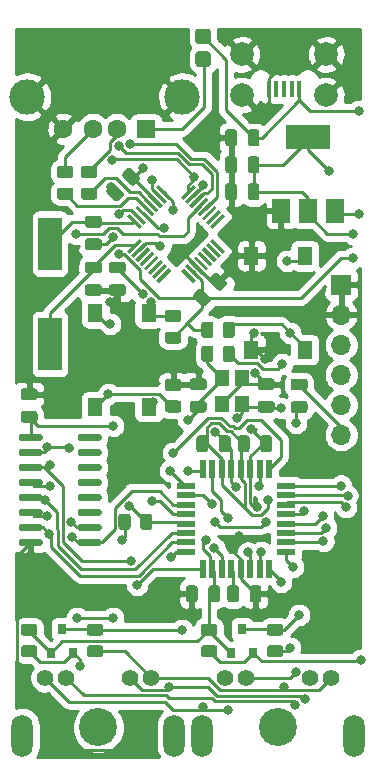
<source format=gbr>
%TF.GenerationSoftware,KiCad,Pcbnew,(5.1.9-16-g1737927814)-1*%
%TF.CreationDate,2021-07-07T14:31:42-05:00*%
%TF.ProjectId,adbuino,61646275-696e-46f2-9e6b-696361645f70,rev?*%
%TF.SameCoordinates,Original*%
%TF.FileFunction,Copper,L1,Top*%
%TF.FilePolarity,Positive*%
%FSLAX46Y46*%
G04 Gerber Fmt 4.6, Leading zero omitted, Abs format (unit mm)*
G04 Created by KiCad (PCBNEW (5.1.9-16-g1737927814)-1) date 2021-07-07 14:31:42*
%MOMM*%
%LPD*%
G01*
G04 APERTURE LIST*
%TA.AperFunction,ComponentPad*%
%ADD10C,2.000000*%
%TD*%
%TA.AperFunction,SMDPad,CuDef*%
%ADD11R,0.400000X1.400000*%
%TD*%
%TA.AperFunction,SMDPad,CuDef*%
%ADD12C,0.100000*%
%TD*%
%TA.AperFunction,SMDPad,CuDef*%
%ADD13R,2.000000X4.500000*%
%TD*%
%TA.AperFunction,ComponentPad*%
%ADD14O,1.700000X1.700000*%
%TD*%
%TA.AperFunction,ComponentPad*%
%ADD15R,1.700000X1.700000*%
%TD*%
%TA.AperFunction,SMDPad,CuDef*%
%ADD16R,1.200000X1.400000*%
%TD*%
%TA.AperFunction,SMDPad,CuDef*%
%ADD17R,1.300000X1.550000*%
%TD*%
%TA.AperFunction,SMDPad,CuDef*%
%ADD18R,0.800000X0.900000*%
%TD*%
%TA.AperFunction,SMDPad,CuDef*%
%ADD19R,1.500000X2.000000*%
%TD*%
%TA.AperFunction,SMDPad,CuDef*%
%ADD20R,3.800000X2.000000*%
%TD*%
%TA.AperFunction,SMDPad,CuDef*%
%ADD21R,1.600000X0.550000*%
%TD*%
%TA.AperFunction,SMDPad,CuDef*%
%ADD22R,0.550000X1.600000*%
%TD*%
%TA.AperFunction,ComponentPad*%
%ADD23O,1.800000X3.600000*%
%TD*%
%TA.AperFunction,ComponentPad*%
%ADD24C,1.408000*%
%TD*%
%TA.AperFunction,ComponentPad*%
%ADD25C,3.216000*%
%TD*%
%TA.AperFunction,ComponentPad*%
%ADD26C,1.600000*%
%TD*%
%TA.AperFunction,ComponentPad*%
%ADD27R,1.600000X1.500000*%
%TD*%
%TA.AperFunction,ComponentPad*%
%ADD28C,3.000000*%
%TD*%
%TA.AperFunction,ViaPad*%
%ADD29C,0.800000*%
%TD*%
%TA.AperFunction,Conductor*%
%ADD30C,0.250000*%
%TD*%
%TA.AperFunction,Conductor*%
%ADD31C,0.254000*%
%TD*%
%TA.AperFunction,Conductor*%
%ADD32C,0.100000*%
%TD*%
G04 APERTURE END LIST*
D10*
%TO.P,J2,MH4*%
%TO.N,GND*%
X180867000Y-42871000D03*
%TO.P,J2,MH3*%
X173717000Y-42871000D03*
%TO.P,J2,MH2*%
X173717000Y-39421000D03*
%TO.P,J2,MH1*%
X180867000Y-39421000D03*
D11*
%TO.P,J2,5*%
X175992000Y-42371000D03*
%TO.P,J2,4*%
%TO.N,N/C*%
X176642000Y-42371000D03*
%TO.P,J2,3*%
X177292000Y-42371000D03*
%TO.P,J2,2*%
X177942000Y-42371000D03*
%TO.P,J2,1*%
%TO.N,VBUS*%
X178592000Y-42371000D03*
%TD*%
%TA.AperFunction,SMDPad,CuDef*%
D12*
%TO.P,IC1,32*%
%TO.N,N/C*%
G36*
X167723382Y-57721624D02*
G01*
X166680400Y-58764606D01*
X166468268Y-58552474D01*
X167511250Y-57509492D01*
X167723382Y-57721624D01*
G37*
%TD.AperFunction*%
%TA.AperFunction,SMDPad,CuDef*%
%TO.P,IC1,31*%
G36*
X167369829Y-57368070D02*
G01*
X166326847Y-58411052D01*
X166114715Y-58198920D01*
X167157697Y-57155938D01*
X167369829Y-57368070D01*
G37*
%TD.AperFunction*%
%TA.AperFunction,SMDPad,CuDef*%
%TO.P,IC1,30*%
G36*
X167016275Y-57014517D02*
G01*
X165973293Y-58057499D01*
X165761161Y-57845367D01*
X166804143Y-56802385D01*
X167016275Y-57014517D01*
G37*
%TD.AperFunction*%
%TA.AperFunction,SMDPad,CuDef*%
%TO.P,IC1,29*%
G36*
X166662722Y-56660963D02*
G01*
X165619740Y-57703945D01*
X165407608Y-57491813D01*
X166450590Y-56448831D01*
X166662722Y-56660963D01*
G37*
%TD.AperFunction*%
%TA.AperFunction,SMDPad,CuDef*%
%TO.P,IC1,28*%
G36*
X166309169Y-56307410D02*
G01*
X165266187Y-57350392D01*
X165054055Y-57138260D01*
X166097037Y-56095278D01*
X166309169Y-56307410D01*
G37*
%TD.AperFunction*%
%TA.AperFunction,SMDPad,CuDef*%
%TO.P,IC1,27*%
G36*
X165955615Y-55953857D02*
G01*
X164912633Y-56996839D01*
X164700501Y-56784707D01*
X165743483Y-55741725D01*
X165955615Y-55953857D01*
G37*
%TD.AperFunction*%
%TA.AperFunction,SMDPad,CuDef*%
%TO.P,IC1,26*%
%TO.N,Net-(IC1-Pad26)*%
G36*
X165602062Y-55600303D02*
G01*
X164559080Y-56643285D01*
X164346948Y-56431153D01*
X165389930Y-55388171D01*
X165602062Y-55600303D01*
G37*
%TD.AperFunction*%
%TA.AperFunction,SMDPad,CuDef*%
%TO.P,IC1,25*%
%TO.N,Net-(C10-Pad1)*%
G36*
X165248508Y-55246750D02*
G01*
X164205526Y-56289732D01*
X163993394Y-56077600D01*
X165036376Y-55034618D01*
X165248508Y-55246750D01*
G37*
%TD.AperFunction*%
%TA.AperFunction,SMDPad,CuDef*%
%TO.P,IC1,24*%
%TO.N,Net-(C11-Pad1)*%
G36*
X164205526Y-52930268D02*
G01*
X165248508Y-53973250D01*
X165036376Y-54185382D01*
X163993394Y-53142400D01*
X164205526Y-52930268D01*
G37*
%TD.AperFunction*%
%TA.AperFunction,SMDPad,CuDef*%
%TO.P,IC1,23*%
%TO.N,+3V3*%
G36*
X164559080Y-52576715D02*
G01*
X165602062Y-53619697D01*
X165389930Y-53831829D01*
X164346948Y-52788847D01*
X164559080Y-52576715D01*
G37*
%TD.AperFunction*%
%TA.AperFunction,SMDPad,CuDef*%
%TO.P,IC1,22*%
%TO.N,Net-(C12-Pad1)*%
G36*
X164912633Y-52223161D02*
G01*
X165955615Y-53266143D01*
X165743483Y-53478275D01*
X164700501Y-52435293D01*
X164912633Y-52223161D01*
G37*
%TD.AperFunction*%
%TA.AperFunction,SMDPad,CuDef*%
%TO.P,IC1,21*%
%TO.N,Host_USB_D+*%
G36*
X165266187Y-51869608D02*
G01*
X166309169Y-52912590D01*
X166097037Y-53124722D01*
X165054055Y-52081740D01*
X165266187Y-51869608D01*
G37*
%TD.AperFunction*%
%TA.AperFunction,SMDPad,CuDef*%
%TO.P,IC1,20*%
%TO.N,Host_USB_D-*%
G36*
X165619740Y-51516055D02*
G01*
X166662722Y-52559037D01*
X166450590Y-52771169D01*
X165407608Y-51728187D01*
X165619740Y-51516055D01*
G37*
%TD.AperFunction*%
%TA.AperFunction,SMDPad,CuDef*%
%TO.P,IC1,19*%
%TO.N,GND*%
G36*
X165973293Y-51162501D02*
G01*
X167016275Y-52205483D01*
X166804143Y-52417615D01*
X165761161Y-51374633D01*
X165973293Y-51162501D01*
G37*
%TD.AperFunction*%
%TA.AperFunction,SMDPad,CuDef*%
%TO.P,IC1,18*%
%TO.N,MAX3421_INT*%
G36*
X166326847Y-50808948D02*
G01*
X167369829Y-51851930D01*
X167157697Y-52064062D01*
X166114715Y-51021080D01*
X166326847Y-50808948D01*
G37*
%TD.AperFunction*%
%TA.AperFunction,SMDPad,CuDef*%
%TO.P,IC1,17*%
%TO.N,MAX3421_GPX*%
G36*
X166680400Y-50455394D02*
G01*
X167723382Y-51498376D01*
X167511250Y-51710508D01*
X166468268Y-50667526D01*
X166680400Y-50455394D01*
G37*
%TD.AperFunction*%
%TA.AperFunction,SMDPad,CuDef*%
%TO.P,IC1,16*%
%TO.N,SPI_MOSI*%
G36*
X169827732Y-50667526D02*
G01*
X168784750Y-51710508D01*
X168572618Y-51498376D01*
X169615600Y-50455394D01*
X169827732Y-50667526D01*
G37*
%TD.AperFunction*%
%TA.AperFunction,SMDPad,CuDef*%
%TO.P,IC1,15*%
%TO.N,SPI_MISO*%
G36*
X170181285Y-51021080D02*
G01*
X169138303Y-52064062D01*
X168926171Y-51851930D01*
X169969153Y-50808948D01*
X170181285Y-51021080D01*
G37*
%TD.AperFunction*%
%TA.AperFunction,SMDPad,CuDef*%
%TO.P,IC1,14*%
%TO.N,MAX3421_SS*%
G36*
X170534839Y-51374633D02*
G01*
X169491857Y-52417615D01*
X169279725Y-52205483D01*
X170322707Y-51162501D01*
X170534839Y-51374633D01*
G37*
%TD.AperFunction*%
%TA.AperFunction,SMDPad,CuDef*%
%TO.P,IC1,13*%
%TO.N,SPI_SCLK*%
G36*
X170888392Y-51728187D02*
G01*
X169845410Y-52771169D01*
X169633278Y-52559037D01*
X170676260Y-51516055D01*
X170888392Y-51728187D01*
G37*
%TD.AperFunction*%
%TA.AperFunction,SMDPad,CuDef*%
%TO.P,IC1,12*%
%TO.N,MAX3421_RESET*%
G36*
X171241945Y-52081740D02*
G01*
X170198963Y-53124722D01*
X169986831Y-52912590D01*
X171029813Y-51869608D01*
X171241945Y-52081740D01*
G37*
%TD.AperFunction*%
%TA.AperFunction,SMDPad,CuDef*%
%TO.P,IC1,11*%
%TO.N,N/C*%
G36*
X171595499Y-52435293D02*
G01*
X170552517Y-53478275D01*
X170340385Y-53266143D01*
X171383367Y-52223161D01*
X171595499Y-52435293D01*
G37*
%TD.AperFunction*%
%TA.AperFunction,SMDPad,CuDef*%
%TO.P,IC1,10*%
G36*
X171949052Y-52788847D02*
G01*
X170906070Y-53831829D01*
X170693938Y-53619697D01*
X171736920Y-52576715D01*
X171949052Y-52788847D01*
G37*
%TD.AperFunction*%
%TA.AperFunction,SMDPad,CuDef*%
%TO.P,IC1,9*%
G36*
X172302606Y-53142400D02*
G01*
X171259624Y-54185382D01*
X171047492Y-53973250D01*
X172090474Y-52930268D01*
X172302606Y-53142400D01*
G37*
%TD.AperFunction*%
%TA.AperFunction,SMDPad,CuDef*%
%TO.P,IC1,8*%
G36*
X171259624Y-55034618D02*
G01*
X172302606Y-56077600D01*
X172090474Y-56289732D01*
X171047492Y-55246750D01*
X171259624Y-55034618D01*
G37*
%TD.AperFunction*%
%TA.AperFunction,SMDPad,CuDef*%
%TO.P,IC1,7*%
G36*
X170906070Y-55388171D02*
G01*
X171949052Y-56431153D01*
X171736920Y-56643285D01*
X170693938Y-55600303D01*
X170906070Y-55388171D01*
G37*
%TD.AperFunction*%
%TA.AperFunction,SMDPad,CuDef*%
%TO.P,IC1,6*%
G36*
X170552517Y-55741725D02*
G01*
X171595499Y-56784707D01*
X171383367Y-56996839D01*
X170340385Y-55953857D01*
X170552517Y-55741725D01*
G37*
%TD.AperFunction*%
%TA.AperFunction,SMDPad,CuDef*%
%TO.P,IC1,5*%
G36*
X170198963Y-56095278D02*
G01*
X171241945Y-57138260D01*
X171029813Y-57350392D01*
X169986831Y-56307410D01*
X170198963Y-56095278D01*
G37*
%TD.AperFunction*%
%TA.AperFunction,SMDPad,CuDef*%
%TO.P,IC1,4*%
G36*
X169845410Y-56448831D02*
G01*
X170888392Y-57491813D01*
X170676260Y-57703945D01*
X169633278Y-56660963D01*
X169845410Y-56448831D01*
G37*
%TD.AperFunction*%
%TA.AperFunction,SMDPad,CuDef*%
%TO.P,IC1,3*%
%TO.N,GND*%
G36*
X169491857Y-56802385D02*
G01*
X170534839Y-57845367D01*
X170322707Y-58057499D01*
X169279725Y-57014517D01*
X169491857Y-56802385D01*
G37*
%TD.AperFunction*%
%TA.AperFunction,SMDPad,CuDef*%
%TO.P,IC1,2*%
%TO.N,+3V3*%
G36*
X169138303Y-57155938D02*
G01*
X170181285Y-58198920D01*
X169969153Y-58411052D01*
X168926171Y-57368070D01*
X169138303Y-57155938D01*
G37*
%TD.AperFunction*%
%TA.AperFunction,SMDPad,CuDef*%
%TO.P,IC1,1*%
%TO.N,N/C*%
G36*
X168784750Y-57509492D02*
G01*
X169827732Y-58552474D01*
X169615600Y-58764606D01*
X168572618Y-57721624D01*
X168784750Y-57509492D01*
G37*
%TD.AperFunction*%
%TD*%
%TO.P,C16,2*%
%TO.N,GND*%
%TA.AperFunction,SMDPad,CuDef*%
G36*
G01*
X171772000Y-72865000D02*
X171772000Y-71915000D01*
G75*
G02*
X172022000Y-71665000I250000J0D01*
G01*
X172522000Y-71665000D01*
G75*
G02*
X172772000Y-71915000I0J-250000D01*
G01*
X172772000Y-72865000D01*
G75*
G02*
X172522000Y-73115000I-250000J0D01*
G01*
X172022000Y-73115000D01*
G75*
G02*
X171772000Y-72865000I0J250000D01*
G01*
G37*
%TD.AperFunction*%
%TO.P,C16,1*%
%TO.N,VCC*%
%TA.AperFunction,SMDPad,CuDef*%
G36*
G01*
X169872000Y-72865000D02*
X169872000Y-71915000D01*
G75*
G02*
X170122000Y-71665000I250000J0D01*
G01*
X170622000Y-71665000D01*
G75*
G02*
X170872000Y-71915000I0J-250000D01*
G01*
X170872000Y-72865000D01*
G75*
G02*
X170622000Y-73115000I-250000J0D01*
G01*
X170122000Y-73115000D01*
G75*
G02*
X169872000Y-72865000I0J250000D01*
G01*
G37*
%TD.AperFunction*%
%TD*%
%TO.P,C15,2*%
%TO.N,GND*%
%TA.AperFunction,SMDPad,CuDef*%
G36*
G01*
X169984000Y-84615000D02*
X169984000Y-85565000D01*
G75*
G02*
X169734000Y-85815000I-250000J0D01*
G01*
X169234000Y-85815000D01*
G75*
G02*
X168984000Y-85565000I0J250000D01*
G01*
X168984000Y-84615000D01*
G75*
G02*
X169234000Y-84365000I250000J0D01*
G01*
X169734000Y-84365000D01*
G75*
G02*
X169984000Y-84615000I0J-250000D01*
G01*
G37*
%TD.AperFunction*%
%TO.P,C15,1*%
%TO.N,VCC*%
%TA.AperFunction,SMDPad,CuDef*%
G36*
G01*
X171884000Y-84615000D02*
X171884000Y-85565000D01*
G75*
G02*
X171634000Y-85815000I-250000J0D01*
G01*
X171134000Y-85815000D01*
G75*
G02*
X170884000Y-85565000I0J250000D01*
G01*
X170884000Y-84615000D01*
G75*
G02*
X171134000Y-84365000I250000J0D01*
G01*
X171634000Y-84365000D01*
G75*
G02*
X171884000Y-84615000I0J-250000D01*
G01*
G37*
%TD.AperFunction*%
%TD*%
%TO.P,C14,2*%
%TO.N,GND*%
%TA.AperFunction,SMDPad,CuDef*%
G36*
G01*
X175268000Y-72865000D02*
X175268000Y-71915000D01*
G75*
G02*
X175518000Y-71665000I250000J0D01*
G01*
X176018000Y-71665000D01*
G75*
G02*
X176268000Y-71915000I0J-250000D01*
G01*
X176268000Y-72865000D01*
G75*
G02*
X176018000Y-73115000I-250000J0D01*
G01*
X175518000Y-73115000D01*
G75*
G02*
X175268000Y-72865000I0J250000D01*
G01*
G37*
%TD.AperFunction*%
%TO.P,C14,1*%
%TO.N,VCC*%
%TA.AperFunction,SMDPad,CuDef*%
G36*
G01*
X173368000Y-72865000D02*
X173368000Y-71915000D01*
G75*
G02*
X173618000Y-71665000I250000J0D01*
G01*
X174118000Y-71665000D01*
G75*
G02*
X174368000Y-71915000I0J-250000D01*
G01*
X174368000Y-72865000D01*
G75*
G02*
X174118000Y-73115000I-250000J0D01*
G01*
X173618000Y-73115000D01*
G75*
G02*
X173368000Y-72865000I0J250000D01*
G01*
G37*
%TD.AperFunction*%
%TD*%
D13*
%TO.P,Y2,2*%
%TO.N,Net-(C10-Pad1)*%
X157480000Y-63940000D03*
%TO.P,Y2,1*%
%TO.N,Net-(C11-Pad1)*%
X157480000Y-55440000D03*
%TD*%
D14*
%TO.P,J1,6*%
%TO.N,FTDI_DTR*%
X182118000Y-71628000D03*
%TO.P,J1,5*%
%TO.N,FTDI_TXO*%
X182118000Y-69088000D03*
%TO.P,J1,4*%
%TO.N,FTDI_RXI*%
X182118000Y-66548000D03*
%TO.P,J1,3*%
%TO.N,Net-(J1-Pad3)*%
X182118000Y-64008000D03*
%TO.P,J1,2*%
%TO.N,GND*%
X182118000Y-61468000D03*
D15*
%TO.P,J1,1*%
X182118000Y-58928000D03*
%TD*%
%TO.P,IC2,16*%
%TO.N,N/C*%
%TA.AperFunction,SMDPad,CuDef*%
G36*
G01*
X159846000Y-72005000D02*
X159846000Y-71705000D01*
G75*
G02*
X159996000Y-71555000I150000J0D01*
G01*
X161696000Y-71555000D01*
G75*
G02*
X161846000Y-71705000I0J-150000D01*
G01*
X161846000Y-72005000D01*
G75*
G02*
X161696000Y-72155000I-150000J0D01*
G01*
X159996000Y-72155000D01*
G75*
G02*
X159846000Y-72005000I0J150000D01*
G01*
G37*
%TD.AperFunction*%
%TO.P,IC2,15*%
%TA.AperFunction,SMDPad,CuDef*%
G36*
G01*
X159846000Y-73275000D02*
X159846000Y-72975000D01*
G75*
G02*
X159996000Y-72825000I150000J0D01*
G01*
X161696000Y-72825000D01*
G75*
G02*
X161846000Y-72975000I0J-150000D01*
G01*
X161846000Y-73275000D01*
G75*
G02*
X161696000Y-73425000I-150000J0D01*
G01*
X159996000Y-73425000D01*
G75*
G02*
X159846000Y-73275000I0J150000D01*
G01*
G37*
%TD.AperFunction*%
%TO.P,IC2,14*%
%TA.AperFunction,SMDPad,CuDef*%
G36*
G01*
X159846000Y-74545000D02*
X159846000Y-74245000D01*
G75*
G02*
X159996000Y-74095000I150000J0D01*
G01*
X161696000Y-74095000D01*
G75*
G02*
X161846000Y-74245000I0J-150000D01*
G01*
X161846000Y-74545000D01*
G75*
G02*
X161696000Y-74695000I-150000J0D01*
G01*
X159996000Y-74695000D01*
G75*
G02*
X159846000Y-74545000I0J150000D01*
G01*
G37*
%TD.AperFunction*%
%TO.P,IC2,13*%
%TA.AperFunction,SMDPad,CuDef*%
G36*
G01*
X159846000Y-75815000D02*
X159846000Y-75515000D01*
G75*
G02*
X159996000Y-75365000I150000J0D01*
G01*
X161696000Y-75365000D01*
G75*
G02*
X161846000Y-75515000I0J-150000D01*
G01*
X161846000Y-75815000D01*
G75*
G02*
X161696000Y-75965000I-150000J0D01*
G01*
X159996000Y-75965000D01*
G75*
G02*
X159846000Y-75815000I0J150000D01*
G01*
G37*
%TD.AperFunction*%
%TO.P,IC2,12*%
%TA.AperFunction,SMDPad,CuDef*%
G36*
G01*
X159846000Y-77085000D02*
X159846000Y-76785000D01*
G75*
G02*
X159996000Y-76635000I150000J0D01*
G01*
X161696000Y-76635000D01*
G75*
G02*
X161846000Y-76785000I0J-150000D01*
G01*
X161846000Y-77085000D01*
G75*
G02*
X161696000Y-77235000I-150000J0D01*
G01*
X159996000Y-77235000D01*
G75*
G02*
X159846000Y-77085000I0J150000D01*
G01*
G37*
%TD.AperFunction*%
%TO.P,IC2,11*%
%TA.AperFunction,SMDPad,CuDef*%
G36*
G01*
X159846000Y-78355000D02*
X159846000Y-78055000D01*
G75*
G02*
X159996000Y-77905000I150000J0D01*
G01*
X161696000Y-77905000D01*
G75*
G02*
X161846000Y-78055000I0J-150000D01*
G01*
X161846000Y-78355000D01*
G75*
G02*
X161696000Y-78505000I-150000J0D01*
G01*
X159996000Y-78505000D01*
G75*
G02*
X159846000Y-78355000I0J150000D01*
G01*
G37*
%TD.AperFunction*%
%TO.P,IC2,10*%
%TO.N,MAX3421_RESET*%
%TA.AperFunction,SMDPad,CuDef*%
G36*
G01*
X159846000Y-79625000D02*
X159846000Y-79325000D01*
G75*
G02*
X159996000Y-79175000I150000J0D01*
G01*
X161696000Y-79175000D01*
G75*
G02*
X161846000Y-79325000I0J-150000D01*
G01*
X161846000Y-79625000D01*
G75*
G02*
X161696000Y-79775000I-150000J0D01*
G01*
X159996000Y-79775000D01*
G75*
G02*
X159846000Y-79625000I0J150000D01*
G01*
G37*
%TD.AperFunction*%
%TO.P,IC2,9*%
%TO.N,TTL_MAX3421_RESET*%
%TA.AperFunction,SMDPad,CuDef*%
G36*
G01*
X159846000Y-80895000D02*
X159846000Y-80595000D01*
G75*
G02*
X159996000Y-80445000I150000J0D01*
G01*
X161696000Y-80445000D01*
G75*
G02*
X161846000Y-80595000I0J-150000D01*
G01*
X161846000Y-80895000D01*
G75*
G02*
X161696000Y-81045000I-150000J0D01*
G01*
X159996000Y-81045000D01*
G75*
G02*
X159846000Y-80895000I0J150000D01*
G01*
G37*
%TD.AperFunction*%
%TO.P,IC2,8*%
%TO.N,GND*%
%TA.AperFunction,SMDPad,CuDef*%
G36*
G01*
X154846000Y-80895000D02*
X154846000Y-80595000D01*
G75*
G02*
X154996000Y-80445000I150000J0D01*
G01*
X156696000Y-80445000D01*
G75*
G02*
X156846000Y-80595000I0J-150000D01*
G01*
X156846000Y-80895000D01*
G75*
G02*
X156696000Y-81045000I-150000J0D01*
G01*
X154996000Y-81045000D01*
G75*
G02*
X154846000Y-80895000I0J150000D01*
G01*
G37*
%TD.AperFunction*%
%TO.P,IC2,7*%
%TO.N,TTL_SPI_MOSI*%
%TA.AperFunction,SMDPad,CuDef*%
G36*
G01*
X154846000Y-79625000D02*
X154846000Y-79325000D01*
G75*
G02*
X154996000Y-79175000I150000J0D01*
G01*
X156696000Y-79175000D01*
G75*
G02*
X156846000Y-79325000I0J-150000D01*
G01*
X156846000Y-79625000D01*
G75*
G02*
X156696000Y-79775000I-150000J0D01*
G01*
X154996000Y-79775000D01*
G75*
G02*
X154846000Y-79625000I0J150000D01*
G01*
G37*
%TD.AperFunction*%
%TO.P,IC2,6*%
%TO.N,SPI_MOSI*%
%TA.AperFunction,SMDPad,CuDef*%
G36*
G01*
X154846000Y-78355000D02*
X154846000Y-78055000D01*
G75*
G02*
X154996000Y-77905000I150000J0D01*
G01*
X156696000Y-77905000D01*
G75*
G02*
X156846000Y-78055000I0J-150000D01*
G01*
X156846000Y-78355000D01*
G75*
G02*
X156696000Y-78505000I-150000J0D01*
G01*
X154996000Y-78505000D01*
G75*
G02*
X154846000Y-78355000I0J150000D01*
G01*
G37*
%TD.AperFunction*%
%TO.P,IC2,5*%
%TO.N,TTL_SS*%
%TA.AperFunction,SMDPad,CuDef*%
G36*
G01*
X154846000Y-77085000D02*
X154846000Y-76785000D01*
G75*
G02*
X154996000Y-76635000I150000J0D01*
G01*
X156696000Y-76635000D01*
G75*
G02*
X156846000Y-76785000I0J-150000D01*
G01*
X156846000Y-77085000D01*
G75*
G02*
X156696000Y-77235000I-150000J0D01*
G01*
X154996000Y-77235000D01*
G75*
G02*
X154846000Y-77085000I0J150000D01*
G01*
G37*
%TD.AperFunction*%
%TO.P,IC2,4*%
%TO.N,MAX3421_SS*%
%TA.AperFunction,SMDPad,CuDef*%
G36*
G01*
X154846000Y-75815000D02*
X154846000Y-75515000D01*
G75*
G02*
X154996000Y-75365000I150000J0D01*
G01*
X156696000Y-75365000D01*
G75*
G02*
X156846000Y-75515000I0J-150000D01*
G01*
X156846000Y-75815000D01*
G75*
G02*
X156696000Y-75965000I-150000J0D01*
G01*
X154996000Y-75965000D01*
G75*
G02*
X154846000Y-75815000I0J150000D01*
G01*
G37*
%TD.AperFunction*%
%TO.P,IC2,3*%
%TO.N,TTL_SPI_SCLK*%
%TA.AperFunction,SMDPad,CuDef*%
G36*
G01*
X154846000Y-74545000D02*
X154846000Y-74245000D01*
G75*
G02*
X154996000Y-74095000I150000J0D01*
G01*
X156696000Y-74095000D01*
G75*
G02*
X156846000Y-74245000I0J-150000D01*
G01*
X156846000Y-74545000D01*
G75*
G02*
X156696000Y-74695000I-150000J0D01*
G01*
X154996000Y-74695000D01*
G75*
G02*
X154846000Y-74545000I0J150000D01*
G01*
G37*
%TD.AperFunction*%
%TO.P,IC2,2*%
%TO.N,SPI_SCLK*%
%TA.AperFunction,SMDPad,CuDef*%
G36*
G01*
X154846000Y-73275000D02*
X154846000Y-72975000D01*
G75*
G02*
X154996000Y-72825000I150000J0D01*
G01*
X156696000Y-72825000D01*
G75*
G02*
X156846000Y-72975000I0J-150000D01*
G01*
X156846000Y-73275000D01*
G75*
G02*
X156696000Y-73425000I-150000J0D01*
G01*
X154996000Y-73425000D01*
G75*
G02*
X154846000Y-73275000I0J150000D01*
G01*
G37*
%TD.AperFunction*%
%TO.P,IC2,1*%
%TO.N,+3V3*%
%TA.AperFunction,SMDPad,CuDef*%
G36*
G01*
X154846000Y-72005000D02*
X154846000Y-71705000D01*
G75*
G02*
X154996000Y-71555000I150000J0D01*
G01*
X156696000Y-71555000D01*
G75*
G02*
X156846000Y-71705000I0J-150000D01*
G01*
X156846000Y-72005000D01*
G75*
G02*
X156696000Y-72155000I-150000J0D01*
G01*
X154996000Y-72155000D01*
G75*
G02*
X154846000Y-72005000I0J150000D01*
G01*
G37*
%TD.AperFunction*%
%TD*%
%TO.P,F1,2*%
%TO.N,VBUS*%
%TA.AperFunction,SMDPad,CuDef*%
G36*
G01*
X170834000Y-38562000D02*
X170034000Y-38562000D01*
G75*
G02*
X169784000Y-38312000I0J250000D01*
G01*
X169784000Y-37487000D01*
G75*
G02*
X170034000Y-37237000I250000J0D01*
G01*
X170834000Y-37237000D01*
G75*
G02*
X171084000Y-37487000I0J-250000D01*
G01*
X171084000Y-38312000D01*
G75*
G02*
X170834000Y-38562000I-250000J0D01*
G01*
G37*
%TD.AperFunction*%
%TO.P,F1,1*%
%TO.N,Net-(F1-Pad1)*%
%TA.AperFunction,SMDPad,CuDef*%
G36*
G01*
X170834000Y-40487000D02*
X170034000Y-40487000D01*
G75*
G02*
X169784000Y-40237000I0J250000D01*
G01*
X169784000Y-39412000D01*
G75*
G02*
X170034000Y-39162000I250000J0D01*
G01*
X170834000Y-39162000D01*
G75*
G02*
X171084000Y-39412000I0J-250000D01*
G01*
X171084000Y-40237000D01*
G75*
G02*
X170834000Y-40487000I-250000J0D01*
G01*
G37*
%TD.AperFunction*%
%TD*%
%TO.P,C13,2*%
%TO.N,+3V3*%
%TA.AperFunction,SMDPad,CuDef*%
G36*
G01*
X155227000Y-69604000D02*
X156177000Y-69604000D01*
G75*
G02*
X156427000Y-69854000I0J-250000D01*
G01*
X156427000Y-70354000D01*
G75*
G02*
X156177000Y-70604000I-250000J0D01*
G01*
X155227000Y-70604000D01*
G75*
G02*
X154977000Y-70354000I0J250000D01*
G01*
X154977000Y-69854000D01*
G75*
G02*
X155227000Y-69604000I250000J0D01*
G01*
G37*
%TD.AperFunction*%
%TO.P,C13,1*%
%TO.N,GND*%
%TA.AperFunction,SMDPad,CuDef*%
G36*
G01*
X155227000Y-67704000D02*
X156177000Y-67704000D01*
G75*
G02*
X156427000Y-67954000I0J-250000D01*
G01*
X156427000Y-68454000D01*
G75*
G02*
X156177000Y-68704000I-250000J0D01*
G01*
X155227000Y-68704000D01*
G75*
G02*
X154977000Y-68454000I0J250000D01*
G01*
X154977000Y-67954000D01*
G75*
G02*
X155227000Y-67704000I250000J0D01*
G01*
G37*
%TD.AperFunction*%
%TD*%
D16*
%TO.P,Y1,4*%
%TO.N,GND*%
X173743332Y-66802999D03*
%TO.P,Y1,3*%
%TO.N,Net-(C6-Pad1)*%
X173743332Y-69002999D03*
%TO.P,Y1,2*%
%TO.N,GND*%
X172043332Y-69002999D03*
%TO.P,Y1,1*%
%TO.N,Net-(C7-Pad1)*%
X172043332Y-66802999D03*
%TD*%
D17*
%TO.P,SW1,2*%
%TO.N,GND*%
X174534000Y-64427000D03*
%TO.P,SW1,1*%
%TO.N,Net-(C5-Pad1)*%
X179034000Y-64427000D03*
X179034000Y-56477000D03*
%TO.P,SW1,2*%
%TO.N,GND*%
X174534000Y-56477000D03*
%TD*%
%TO.P,SW2,2*%
%TO.N,Net-(R5-Pad2)*%
X161326000Y-69253000D03*
%TO.P,SW2,1*%
%TO.N,Net-(IC1-Pad26)*%
X165826000Y-69253000D03*
X165826000Y-61303000D03*
%TO.P,SW2,2*%
%TO.N,Net-(R5-Pad2)*%
X161326000Y-61303000D03*
%TD*%
%TO.P,R11,2*%
%TO.N,Net-(JP11-Pad1)*%
%TA.AperFunction,SMDPad,CuDef*%
G36*
G01*
X176980001Y-88650500D02*
X176079999Y-88650500D01*
G75*
G02*
X175830000Y-88400501I0J249999D01*
G01*
X175830000Y-87875499D01*
G75*
G02*
X176079999Y-87625500I249999J0D01*
G01*
X176980001Y-87625500D01*
G75*
G02*
X177230000Y-87875499I0J-249999D01*
G01*
X177230000Y-88400501D01*
G75*
G02*
X176980001Y-88650500I-249999J0D01*
G01*
G37*
%TD.AperFunction*%
%TO.P,R11,1*%
%TO.N,ADB_1_5v*%
%TA.AperFunction,SMDPad,CuDef*%
G36*
G01*
X176980001Y-90475500D02*
X176079999Y-90475500D01*
G75*
G02*
X175830000Y-90225501I0J249999D01*
G01*
X175830000Y-89700499D01*
G75*
G02*
X176079999Y-89450500I249999J0D01*
G01*
X176980001Y-89450500D01*
G75*
G02*
X177230000Y-89700499I0J-249999D01*
G01*
X177230000Y-90225501D01*
G75*
G02*
X176980001Y-90475500I-249999J0D01*
G01*
G37*
%TD.AperFunction*%
%TD*%
%TO.P,R10,2*%
%TO.N,Net-(JP10-Pad1)*%
%TA.AperFunction,SMDPad,CuDef*%
G36*
G01*
X170491999Y-89450500D02*
X171392001Y-89450500D01*
G75*
G02*
X171642000Y-89700499I0J-249999D01*
G01*
X171642000Y-90225501D01*
G75*
G02*
X171392001Y-90475500I-249999J0D01*
G01*
X170491999Y-90475500D01*
G75*
G02*
X170242000Y-90225501I0J249999D01*
G01*
X170242000Y-89700499D01*
G75*
G02*
X170491999Y-89450500I249999J0D01*
G01*
G37*
%TD.AperFunction*%
%TO.P,R10,1*%
%TO.N,VCC*%
%TA.AperFunction,SMDPad,CuDef*%
G36*
G01*
X170491999Y-87625500D02*
X171392001Y-87625500D01*
G75*
G02*
X171642000Y-87875499I0J-249999D01*
G01*
X171642000Y-88400501D01*
G75*
G02*
X171392001Y-88650500I-249999J0D01*
G01*
X170491999Y-88650500D01*
G75*
G02*
X170242000Y-88400501I0J249999D01*
G01*
X170242000Y-87875499D01*
G75*
G02*
X170491999Y-87625500I249999J0D01*
G01*
G37*
%TD.AperFunction*%
%TD*%
%TO.P,R9,2*%
%TO.N,Net-(JP9-Pad1)*%
%TA.AperFunction,SMDPad,CuDef*%
G36*
G01*
X161740001Y-88650500D02*
X160839999Y-88650500D01*
G75*
G02*
X160590000Y-88400501I0J249999D01*
G01*
X160590000Y-87875499D01*
G75*
G02*
X160839999Y-87625500I249999J0D01*
G01*
X161740001Y-87625500D01*
G75*
G02*
X161990000Y-87875499I0J-249999D01*
G01*
X161990000Y-88400501D01*
G75*
G02*
X161740001Y-88650500I-249999J0D01*
G01*
G37*
%TD.AperFunction*%
%TO.P,R9,1*%
%TO.N,ADB_1_5v*%
%TA.AperFunction,SMDPad,CuDef*%
G36*
G01*
X161740001Y-90475500D02*
X160839999Y-90475500D01*
G75*
G02*
X160590000Y-90225501I0J249999D01*
G01*
X160590000Y-89700499D01*
G75*
G02*
X160839999Y-89450500I249999J0D01*
G01*
X161740001Y-89450500D01*
G75*
G02*
X161990000Y-89700499I0J-249999D01*
G01*
X161990000Y-90225501D01*
G75*
G02*
X161740001Y-90475500I-249999J0D01*
G01*
G37*
%TD.AperFunction*%
%TD*%
%TO.P,R8,2*%
%TO.N,Net-(JP8-Pad1)*%
%TA.AperFunction,SMDPad,CuDef*%
G36*
G01*
X155251999Y-89450500D02*
X156152001Y-89450500D01*
G75*
G02*
X156402000Y-89700499I0J-249999D01*
G01*
X156402000Y-90225501D01*
G75*
G02*
X156152001Y-90475500I-249999J0D01*
G01*
X155251999Y-90475500D01*
G75*
G02*
X155002000Y-90225501I0J249999D01*
G01*
X155002000Y-89700499D01*
G75*
G02*
X155251999Y-89450500I249999J0D01*
G01*
G37*
%TD.AperFunction*%
%TO.P,R8,1*%
%TO.N,VCC*%
%TA.AperFunction,SMDPad,CuDef*%
G36*
G01*
X155251999Y-87625500D02*
X156152001Y-87625500D01*
G75*
G02*
X156402000Y-87875499I0J-249999D01*
G01*
X156402000Y-88400501D01*
G75*
G02*
X156152001Y-88650500I-249999J0D01*
G01*
X155251999Y-88650500D01*
G75*
G02*
X155002000Y-88400501I0J249999D01*
G01*
X155002000Y-87875499D01*
G75*
G02*
X155251999Y-87625500I249999J0D01*
G01*
G37*
%TD.AperFunction*%
%TD*%
%TO.P,R3,2*%
%TO.N,MAX3421_INT*%
%TA.AperFunction,SMDPad,CuDef*%
G36*
G01*
X165095500Y-79444001D02*
X165095500Y-78543999D01*
G75*
G02*
X165345499Y-78294000I249999J0D01*
G01*
X165870501Y-78294000D01*
G75*
G02*
X166120500Y-78543999I0J-249999D01*
G01*
X166120500Y-79444001D01*
G75*
G02*
X165870501Y-79694000I-249999J0D01*
G01*
X165345499Y-79694000D01*
G75*
G02*
X165095500Y-79444001I0J249999D01*
G01*
G37*
%TD.AperFunction*%
%TO.P,R3,1*%
%TO.N,+3V3*%
%TA.AperFunction,SMDPad,CuDef*%
G36*
G01*
X163270500Y-79444001D02*
X163270500Y-78543999D01*
G75*
G02*
X163520499Y-78294000I249999J0D01*
G01*
X164045501Y-78294000D01*
G75*
G02*
X164295500Y-78543999I0J-249999D01*
G01*
X164295500Y-79444001D01*
G75*
G02*
X164045501Y-79694000I-249999J0D01*
G01*
X163520499Y-79694000D01*
G75*
G02*
X163270500Y-79444001I0J249999D01*
G01*
G37*
%TD.AperFunction*%
%TD*%
%TO.P,R2,2*%
%TO.N,Net-(C5-Pad1)*%
%TA.AperFunction,SMDPad,CuDef*%
G36*
G01*
X172104000Y-63188001D02*
X172104000Y-62287999D01*
G75*
G02*
X172353999Y-62038000I249999J0D01*
G01*
X172879001Y-62038000D01*
G75*
G02*
X173129000Y-62287999I0J-249999D01*
G01*
X173129000Y-63188001D01*
G75*
G02*
X172879001Y-63438000I-249999J0D01*
G01*
X172353999Y-63438000D01*
G75*
G02*
X172104000Y-63188001I0J249999D01*
G01*
G37*
%TD.AperFunction*%
%TO.P,R2,1*%
%TO.N,+3V3*%
%TA.AperFunction,SMDPad,CuDef*%
G36*
G01*
X170279000Y-63188001D02*
X170279000Y-62287999D01*
G75*
G02*
X170528999Y-62038000I249999J0D01*
G01*
X171054001Y-62038000D01*
G75*
G02*
X171304000Y-62287999I0J-249999D01*
G01*
X171304000Y-63188001D01*
G75*
G02*
X171054001Y-63438000I-249999J0D01*
G01*
X170528999Y-63438000D01*
G75*
G02*
X170279000Y-63188001I0J249999D01*
G01*
G37*
%TD.AperFunction*%
%TD*%
%TO.P,R1,2*%
%TO.N,Net-(C7-Pad1)*%
%TA.AperFunction,SMDPad,CuDef*%
G36*
G01*
X171304000Y-64319999D02*
X171304000Y-65220001D01*
G75*
G02*
X171054001Y-65470000I-249999J0D01*
G01*
X170528999Y-65470000D01*
G75*
G02*
X170279000Y-65220001I0J249999D01*
G01*
X170279000Y-64319999D01*
G75*
G02*
X170528999Y-64070000I249999J0D01*
G01*
X171054001Y-64070000D01*
G75*
G02*
X171304000Y-64319999I0J-249999D01*
G01*
G37*
%TD.AperFunction*%
%TO.P,R1,1*%
%TO.N,Net-(C6-Pad1)*%
%TA.AperFunction,SMDPad,CuDef*%
G36*
G01*
X173129000Y-64319999D02*
X173129000Y-65220001D01*
G75*
G02*
X172879001Y-65470000I-249999J0D01*
G01*
X172353999Y-65470000D01*
G75*
G02*
X172104000Y-65220001I0J249999D01*
G01*
X172104000Y-64319999D01*
G75*
G02*
X172353999Y-64070000I249999J0D01*
G01*
X172879001Y-64070000D01*
G75*
G02*
X173129000Y-64319999I0J-249999D01*
G01*
G37*
%TD.AperFunction*%
%TD*%
D18*
%TO.P,Q2,3*%
%TO.N,Net-(JP11-Pad1)*%
X173736000Y-88075500D03*
%TO.P,Q2,2*%
%TO.N,Net-(JP10-Pad1)*%
X174686000Y-90075500D03*
%TO.P,Q2,1*%
%TO.N,VCC*%
X172786000Y-90075500D03*
%TD*%
%TO.P,Q1,3*%
%TO.N,Net-(JP9-Pad1)*%
X158496000Y-88075500D03*
%TO.P,Q1,2*%
%TO.N,Net-(JP8-Pad1)*%
X159446000Y-90075500D03*
%TO.P,Q1,1*%
%TO.N,VCC*%
X157546000Y-90075500D03*
%TD*%
%TO.P,C12,2*%
%TO.N,GND*%
%TA.AperFunction,SMDPad,CuDef*%
G36*
G01*
X162693000Y-58870000D02*
X163643000Y-58870000D01*
G75*
G02*
X163893000Y-59120000I0J-250000D01*
G01*
X163893000Y-59620000D01*
G75*
G02*
X163643000Y-59870000I-250000J0D01*
G01*
X162693000Y-59870000D01*
G75*
G02*
X162443000Y-59620000I0J250000D01*
G01*
X162443000Y-59120000D01*
G75*
G02*
X162693000Y-58870000I250000J0D01*
G01*
G37*
%TD.AperFunction*%
%TO.P,C12,1*%
%TO.N,Net-(C12-Pad1)*%
%TA.AperFunction,SMDPad,CuDef*%
G36*
G01*
X162693000Y-56970000D02*
X163643000Y-56970000D01*
G75*
G02*
X163893000Y-57220000I0J-250000D01*
G01*
X163893000Y-57720000D01*
G75*
G02*
X163643000Y-57970000I-250000J0D01*
G01*
X162693000Y-57970000D01*
G75*
G02*
X162443000Y-57720000I0J250000D01*
G01*
X162443000Y-57220000D01*
G75*
G02*
X162693000Y-56970000I250000J0D01*
G01*
G37*
%TD.AperFunction*%
%TD*%
%TO.P,C11,2*%
%TO.N,GND*%
%TA.AperFunction,SMDPad,CuDef*%
G36*
G01*
X160675000Y-54994000D02*
X161625000Y-54994000D01*
G75*
G02*
X161875000Y-55244000I0J-250000D01*
G01*
X161875000Y-55744000D01*
G75*
G02*
X161625000Y-55994000I-250000J0D01*
G01*
X160675000Y-55994000D01*
G75*
G02*
X160425000Y-55744000I0J250000D01*
G01*
X160425000Y-55244000D01*
G75*
G02*
X160675000Y-54994000I250000J0D01*
G01*
G37*
%TD.AperFunction*%
%TO.P,C11,1*%
%TO.N,Net-(C11-Pad1)*%
%TA.AperFunction,SMDPad,CuDef*%
G36*
G01*
X160675000Y-53094000D02*
X161625000Y-53094000D01*
G75*
G02*
X161875000Y-53344000I0J-250000D01*
G01*
X161875000Y-53844000D01*
G75*
G02*
X161625000Y-54094000I-250000J0D01*
G01*
X160675000Y-54094000D01*
G75*
G02*
X160425000Y-53844000I0J250000D01*
G01*
X160425000Y-53344000D01*
G75*
G02*
X160675000Y-53094000I250000J0D01*
G01*
G37*
%TD.AperFunction*%
%TD*%
%TO.P,C10,2*%
%TO.N,GND*%
%TA.AperFunction,SMDPad,CuDef*%
G36*
G01*
X160675000Y-58870000D02*
X161625000Y-58870000D01*
G75*
G02*
X161875000Y-59120000I0J-250000D01*
G01*
X161875000Y-59620000D01*
G75*
G02*
X161625000Y-59870000I-250000J0D01*
G01*
X160675000Y-59870000D01*
G75*
G02*
X160425000Y-59620000I0J250000D01*
G01*
X160425000Y-59120000D01*
G75*
G02*
X160675000Y-58870000I250000J0D01*
G01*
G37*
%TD.AperFunction*%
%TO.P,C10,1*%
%TO.N,Net-(C10-Pad1)*%
%TA.AperFunction,SMDPad,CuDef*%
G36*
G01*
X160675000Y-56970000D02*
X161625000Y-56970000D01*
G75*
G02*
X161875000Y-57220000I0J-250000D01*
G01*
X161875000Y-57720000D01*
G75*
G02*
X161625000Y-57970000I-250000J0D01*
G01*
X160675000Y-57970000D01*
G75*
G02*
X160425000Y-57720000I0J250000D01*
G01*
X160425000Y-57220000D01*
G75*
G02*
X160675000Y-56970000I250000J0D01*
G01*
G37*
%TD.AperFunction*%
%TD*%
%TO.P,C7,2*%
%TO.N,GND*%
%TA.AperFunction,SMDPad,CuDef*%
G36*
G01*
X170493666Y-67852999D02*
X169543666Y-67852999D01*
G75*
G02*
X169293666Y-67602999I0J250000D01*
G01*
X169293666Y-67102999D01*
G75*
G02*
X169543666Y-66852999I250000J0D01*
G01*
X170493666Y-66852999D01*
G75*
G02*
X170743666Y-67102999I0J-250000D01*
G01*
X170743666Y-67602999D01*
G75*
G02*
X170493666Y-67852999I-250000J0D01*
G01*
G37*
%TD.AperFunction*%
%TO.P,C7,1*%
%TO.N,Net-(C7-Pad1)*%
%TA.AperFunction,SMDPad,CuDef*%
G36*
G01*
X170493666Y-69752999D02*
X169543666Y-69752999D01*
G75*
G02*
X169293666Y-69502999I0J250000D01*
G01*
X169293666Y-69002999D01*
G75*
G02*
X169543666Y-68752999I250000J0D01*
G01*
X170493666Y-68752999D01*
G75*
G02*
X170743666Y-69002999I0J-250000D01*
G01*
X170743666Y-69502999D01*
G75*
G02*
X170493666Y-69752999I-250000J0D01*
G01*
G37*
%TD.AperFunction*%
%TD*%
%TO.P,C6,2*%
%TO.N,GND*%
%TA.AperFunction,SMDPad,CuDef*%
G36*
G01*
X176243000Y-67852999D02*
X175293000Y-67852999D01*
G75*
G02*
X175043000Y-67602999I0J250000D01*
G01*
X175043000Y-67102999D01*
G75*
G02*
X175293000Y-66852999I250000J0D01*
G01*
X176243000Y-66852999D01*
G75*
G02*
X176493000Y-67102999I0J-250000D01*
G01*
X176493000Y-67602999D01*
G75*
G02*
X176243000Y-67852999I-250000J0D01*
G01*
G37*
%TD.AperFunction*%
%TO.P,C6,1*%
%TO.N,Net-(C6-Pad1)*%
%TA.AperFunction,SMDPad,CuDef*%
G36*
G01*
X176243000Y-69752999D02*
X175293000Y-69752999D01*
G75*
G02*
X175043000Y-69502999I0J250000D01*
G01*
X175043000Y-69002999D01*
G75*
G02*
X175293000Y-68752999I250000J0D01*
G01*
X176243000Y-68752999D01*
G75*
G02*
X176493000Y-69002999I0J-250000D01*
G01*
X176493000Y-69502999D01*
G75*
G02*
X176243000Y-69752999I-250000J0D01*
G01*
G37*
%TD.AperFunction*%
%TD*%
%TO.P,C5,2*%
%TO.N,FTDI_DTR*%
%TA.AperFunction,SMDPad,CuDef*%
G36*
G01*
X179037000Y-67876000D02*
X178087000Y-67876000D01*
G75*
G02*
X177837000Y-67626000I0J250000D01*
G01*
X177837000Y-67126000D01*
G75*
G02*
X178087000Y-66876000I250000J0D01*
G01*
X179037000Y-66876000D01*
G75*
G02*
X179287000Y-67126000I0J-250000D01*
G01*
X179287000Y-67626000D01*
G75*
G02*
X179037000Y-67876000I-250000J0D01*
G01*
G37*
%TD.AperFunction*%
%TO.P,C5,1*%
%TO.N,Net-(C5-Pad1)*%
%TA.AperFunction,SMDPad,CuDef*%
G36*
G01*
X179037000Y-69776000D02*
X178087000Y-69776000D01*
G75*
G02*
X177837000Y-69526000I0J250000D01*
G01*
X177837000Y-69026000D01*
G75*
G02*
X178087000Y-68776000I250000J0D01*
G01*
X179037000Y-68776000D01*
G75*
G02*
X179287000Y-69026000I0J-250000D01*
G01*
X179287000Y-69526000D01*
G75*
G02*
X179037000Y-69776000I-250000J0D01*
G01*
G37*
%TD.AperFunction*%
%TD*%
%TO.P,C2,2*%
%TO.N,GND*%
%TA.AperFunction,SMDPad,CuDef*%
G36*
G01*
X174374000Y-85565000D02*
X174374000Y-84615000D01*
G75*
G02*
X174624000Y-84365000I250000J0D01*
G01*
X175124000Y-84365000D01*
G75*
G02*
X175374000Y-84615000I0J-250000D01*
G01*
X175374000Y-85565000D01*
G75*
G02*
X175124000Y-85815000I-250000J0D01*
G01*
X174624000Y-85815000D01*
G75*
G02*
X174374000Y-85565000I0J250000D01*
G01*
G37*
%TD.AperFunction*%
%TO.P,C2,1*%
%TO.N,Net-(C2-Pad1)*%
%TA.AperFunction,SMDPad,CuDef*%
G36*
G01*
X172474000Y-85565000D02*
X172474000Y-84615000D01*
G75*
G02*
X172724000Y-84365000I250000J0D01*
G01*
X173224000Y-84365000D01*
G75*
G02*
X173474000Y-84615000I0J-250000D01*
G01*
X173474000Y-85565000D01*
G75*
G02*
X173224000Y-85815000I-250000J0D01*
G01*
X172724000Y-85815000D01*
G75*
G02*
X172474000Y-85565000I0J250000D01*
G01*
G37*
%TD.AperFunction*%
%TD*%
D19*
%TO.P,U1,1*%
%TO.N,GND*%
X177024000Y-52680000D03*
%TO.P,U1,3*%
%TO.N,VBUS*%
X181624000Y-52680000D03*
%TO.P,U1,2*%
%TO.N,+3V3*%
X179324000Y-52680000D03*
D20*
X179324000Y-46380000D03*
%TD*%
%TO.P,C4,2*%
%TO.N,GND*%
%TA.AperFunction,SMDPad,CuDef*%
G36*
G01*
X173307001Y-50579000D02*
X173307001Y-51529000D01*
G75*
G02*
X173057001Y-51779000I-250000J0D01*
G01*
X172557001Y-51779000D01*
G75*
G02*
X172307001Y-51529000I0J250000D01*
G01*
X172307001Y-50579000D01*
G75*
G02*
X172557001Y-50329000I250000J0D01*
G01*
X173057001Y-50329000D01*
G75*
G02*
X173307001Y-50579000I0J-250000D01*
G01*
G37*
%TD.AperFunction*%
%TO.P,C4,1*%
%TO.N,+3V3*%
%TA.AperFunction,SMDPad,CuDef*%
G36*
G01*
X175207001Y-50579000D02*
X175207001Y-51529000D01*
G75*
G02*
X174957001Y-51779000I-250000J0D01*
G01*
X174457001Y-51779000D01*
G75*
G02*
X174207001Y-51529000I0J250000D01*
G01*
X174207001Y-50579000D01*
G75*
G02*
X174457001Y-50329000I250000J0D01*
G01*
X174957001Y-50329000D01*
G75*
G02*
X175207001Y-50579000I0J-250000D01*
G01*
G37*
%TD.AperFunction*%
%TD*%
%TO.P,C3,2*%
%TO.N,GND*%
%TA.AperFunction,SMDPad,CuDef*%
G36*
G01*
X173307001Y-48293000D02*
X173307001Y-49243000D01*
G75*
G02*
X173057001Y-49493000I-250000J0D01*
G01*
X172557001Y-49493000D01*
G75*
G02*
X172307001Y-49243000I0J250000D01*
G01*
X172307001Y-48293000D01*
G75*
G02*
X172557001Y-48043000I250000J0D01*
G01*
X173057001Y-48043000D01*
G75*
G02*
X173307001Y-48293000I0J-250000D01*
G01*
G37*
%TD.AperFunction*%
%TO.P,C3,1*%
%TO.N,+3V3*%
%TA.AperFunction,SMDPad,CuDef*%
G36*
G01*
X175207001Y-48293000D02*
X175207001Y-49243000D01*
G75*
G02*
X174957001Y-49493000I-250000J0D01*
G01*
X174457001Y-49493000D01*
G75*
G02*
X174207001Y-49243000I0J250000D01*
G01*
X174207001Y-48293000D01*
G75*
G02*
X174457001Y-48043000I250000J0D01*
G01*
X174957001Y-48043000D01*
G75*
G02*
X175207001Y-48293000I0J-250000D01*
G01*
G37*
%TD.AperFunction*%
%TD*%
%TO.P,C1,2*%
%TO.N,GND*%
%TA.AperFunction,SMDPad,CuDef*%
G36*
G01*
X173307001Y-46007000D02*
X173307001Y-46957000D01*
G75*
G02*
X173057001Y-47207000I-250000J0D01*
G01*
X172557001Y-47207000D01*
G75*
G02*
X172307001Y-46957000I0J250000D01*
G01*
X172307001Y-46007000D01*
G75*
G02*
X172557001Y-45757000I250000J0D01*
G01*
X173057001Y-45757000D01*
G75*
G02*
X173307001Y-46007000I0J-250000D01*
G01*
G37*
%TD.AperFunction*%
%TO.P,C1,1*%
%TO.N,VBUS*%
%TA.AperFunction,SMDPad,CuDef*%
G36*
G01*
X175207001Y-46007000D02*
X175207001Y-46957000D01*
G75*
G02*
X174957001Y-47207000I-250000J0D01*
G01*
X174457001Y-47207000D01*
G75*
G02*
X174207001Y-46957000I0J250000D01*
G01*
X174207001Y-46007000D01*
G75*
G02*
X174457001Y-45757000I250000J0D01*
G01*
X174957001Y-45757000D01*
G75*
G02*
X175207001Y-46007000I0J-250000D01*
G01*
G37*
%TD.AperFunction*%
%TD*%
D21*
%TO.P,U2,32*%
%TO.N,ADB_PWR_ON_LV*%
X177478000Y-75940000D03*
%TO.P,U2,31*%
%TO.N,FTDI_TXO*%
X177478000Y-76740000D03*
%TO.P,U2,30*%
%TO.N,FTDI_RXI*%
X177478000Y-77540000D03*
%TO.P,U2,29*%
%TO.N,Net-(C5-Pad1)*%
X177478000Y-78340000D03*
%TO.P,U2,28*%
%TO.N,Net-(TP14-Pad1)*%
X177478000Y-79140000D03*
%TO.P,U2,27*%
%TO.N,Net-(TP13-Pad1)*%
X177478000Y-79940000D03*
%TO.P,U2,26*%
%TO.N,Net-(TP12-Pad1)*%
X177478000Y-80740000D03*
%TO.P,U2,25*%
%TO.N,Net-(TP11-Pad1)*%
X177478000Y-81540000D03*
D22*
%TO.P,U2,24*%
%TO.N,Net-(TP10-Pad1)*%
X176028000Y-82990000D03*
%TO.P,U2,23*%
%TO.N,Net-(TP9-Pad1)*%
X175228000Y-82990000D03*
%TO.P,U2,22*%
%TO.N,Net-(TP2-Pad1)*%
X174428000Y-82990000D03*
%TO.P,U2,21*%
%TO.N,GND*%
X173628000Y-82990000D03*
%TO.P,U2,20*%
%TO.N,Net-(C2-Pad1)*%
X172828000Y-82990000D03*
%TO.P,U2,19*%
%TO.N,Net-(TP1-Pad1)*%
X172028000Y-82990000D03*
%TO.P,U2,18*%
%TO.N,VCC*%
X171228000Y-82990000D03*
%TO.P,U2,17*%
%TO.N,TTL_SPI_SCLK*%
X170428000Y-82990000D03*
D21*
%TO.P,U2,16*%
%TO.N,SPI_MISO*%
X168978000Y-81540000D03*
%TO.P,U2,15*%
%TO.N,TTL_SPI_MOSI*%
X168978000Y-80740000D03*
%TO.P,U2,14*%
%TO.N,TTL_SS*%
X168978000Y-79940000D03*
%TO.P,U2,13*%
%TO.N,MAX3421_INT*%
X168978000Y-79140000D03*
%TO.P,U2,12*%
%TO.N,MAX3421_GPX*%
X168978000Y-78340000D03*
%TO.P,U2,11*%
%TO.N,TTL_MAX3421_RESET*%
X168978000Y-77540000D03*
%TO.P,U2,10*%
%TO.N,Net-(TP17-Pad1)*%
X168978000Y-76740000D03*
%TO.P,U2,9*%
%TO.N,Net-(TP16-Pad1)*%
X168978000Y-75940000D03*
D22*
%TO.P,U2,8*%
%TO.N,Net-(C7-Pad1)*%
X170428000Y-74490000D03*
%TO.P,U2,7*%
%TO.N,Net-(C6-Pad1)*%
X171228000Y-74490000D03*
%TO.P,U2,6*%
%TO.N,VCC*%
X172028000Y-74490000D03*
%TO.P,U2,5*%
%TO.N,GND*%
X172828000Y-74490000D03*
%TO.P,U2,4*%
%TO.N,VCC*%
X173628000Y-74490000D03*
%TO.P,U2,3*%
%TO.N,GND*%
X174428000Y-74490000D03*
%TO.P,U2,2*%
%TO.N,Net-(TP15-Pad1)*%
X175228000Y-74490000D03*
%TO.P,U2,1*%
%TO.N,ADB_DATA_LV*%
X176028000Y-74490000D03*
%TD*%
%TO.P,R7,2*%
%TO.N,Net-(J3-Pad3)*%
%TA.AperFunction,SMDPad,CuDef*%
G36*
G01*
X159200001Y-49892000D02*
X158299999Y-49892000D01*
G75*
G02*
X158050000Y-49642001I0J249999D01*
G01*
X158050000Y-49116999D01*
G75*
G02*
X158299999Y-48867000I249999J0D01*
G01*
X159200001Y-48867000D01*
G75*
G02*
X159450000Y-49116999I0J-249999D01*
G01*
X159450000Y-49642001D01*
G75*
G02*
X159200001Y-49892000I-249999J0D01*
G01*
G37*
%TD.AperFunction*%
%TO.P,R7,1*%
%TO.N,Host_USB_D+*%
%TA.AperFunction,SMDPad,CuDef*%
G36*
G01*
X159200001Y-51717000D02*
X158299999Y-51717000D01*
G75*
G02*
X158050000Y-51467001I0J249999D01*
G01*
X158050000Y-50941999D01*
G75*
G02*
X158299999Y-50692000I249999J0D01*
G01*
X159200001Y-50692000D01*
G75*
G02*
X159450000Y-50941999I0J-249999D01*
G01*
X159450000Y-51467001D01*
G75*
G02*
X159200001Y-51717000I-249999J0D01*
G01*
G37*
%TD.AperFunction*%
%TD*%
%TO.P,R6,2*%
%TO.N,Host_USB_D-*%
%TA.AperFunction,SMDPad,CuDef*%
G36*
G01*
X160331999Y-50692000D02*
X161232001Y-50692000D01*
G75*
G02*
X161482000Y-50941999I0J-249999D01*
G01*
X161482000Y-51467001D01*
G75*
G02*
X161232001Y-51717000I-249999J0D01*
G01*
X160331999Y-51717000D01*
G75*
G02*
X160082000Y-51467001I0J249999D01*
G01*
X160082000Y-50941999D01*
G75*
G02*
X160331999Y-50692000I249999J0D01*
G01*
G37*
%TD.AperFunction*%
%TO.P,R6,1*%
%TO.N,Net-(J3-Pad2)*%
%TA.AperFunction,SMDPad,CuDef*%
G36*
G01*
X160331999Y-48867000D02*
X161232001Y-48867000D01*
G75*
G02*
X161482000Y-49116999I0J-249999D01*
G01*
X161482000Y-49642001D01*
G75*
G02*
X161232001Y-49892000I-249999J0D01*
G01*
X160331999Y-49892000D01*
G75*
G02*
X160082000Y-49642001I0J249999D01*
G01*
X160082000Y-49116999D01*
G75*
G02*
X160331999Y-48867000I249999J0D01*
G01*
G37*
%TD.AperFunction*%
%TD*%
%TO.P,R5,2*%
%TO.N,Net-(R5-Pad2)*%
%TA.AperFunction,SMDPad,CuDef*%
G36*
G01*
X167443999Y-68722999D02*
X168344001Y-68722999D01*
G75*
G02*
X168594000Y-68972998I0J-249999D01*
G01*
X168594000Y-69498000D01*
G75*
G02*
X168344001Y-69747999I-249999J0D01*
G01*
X167443999Y-69747999D01*
G75*
G02*
X167194000Y-69498000I0J249999D01*
G01*
X167194000Y-68972998D01*
G75*
G02*
X167443999Y-68722999I249999J0D01*
G01*
G37*
%TD.AperFunction*%
%TO.P,R5,1*%
%TO.N,GND*%
%TA.AperFunction,SMDPad,CuDef*%
G36*
G01*
X167443999Y-66897999D02*
X168344001Y-66897999D01*
G75*
G02*
X168594000Y-67147998I0J-249999D01*
G01*
X168594000Y-67673000D01*
G75*
G02*
X168344001Y-67922999I-249999J0D01*
G01*
X167443999Y-67922999D01*
G75*
G02*
X167194000Y-67673000I0J249999D01*
G01*
X167194000Y-67147998D01*
G75*
G02*
X167443999Y-66897999I249999J0D01*
G01*
G37*
%TD.AperFunction*%
%TD*%
%TO.P,R4,2*%
%TO.N,+3V3*%
%TA.AperFunction,SMDPad,CuDef*%
G36*
G01*
X167443999Y-62884000D02*
X168344001Y-62884000D01*
G75*
G02*
X168594000Y-63133999I0J-249999D01*
G01*
X168594000Y-63659001D01*
G75*
G02*
X168344001Y-63909000I-249999J0D01*
G01*
X167443999Y-63909000D01*
G75*
G02*
X167194000Y-63659001I0J249999D01*
G01*
X167194000Y-63133999D01*
G75*
G02*
X167443999Y-62884000I249999J0D01*
G01*
G37*
%TD.AperFunction*%
%TO.P,R4,1*%
%TO.N,Net-(IC1-Pad26)*%
%TA.AperFunction,SMDPad,CuDef*%
G36*
G01*
X167443999Y-61059000D02*
X168344001Y-61059000D01*
G75*
G02*
X168594000Y-61308999I0J-249999D01*
G01*
X168594000Y-61834001D01*
G75*
G02*
X168344001Y-62084000I-249999J0D01*
G01*
X167443999Y-62084000D01*
G75*
G02*
X167194000Y-61834001I0J249999D01*
G01*
X167194000Y-61308999D01*
G75*
G02*
X167443999Y-61059000I249999J0D01*
G01*
G37*
%TD.AperFunction*%
%TD*%
D23*
%TO.P,J5,S3*%
%TO.N,N/C*%
X155144000Y-97104000D03*
%TO.P,J5,S2*%
X167944000Y-97104000D03*
D24*
%TO.P,J5,3*%
%TO.N,ADB_1_5v*%
X166044000Y-92204000D03*
%TO.P,J5,1*%
%TO.N,ADB_1_DATA*%
X164244000Y-92204000D03*
%TO.P,J5,2*%
%TO.N,ADB_1_PWR_ON*%
X158844000Y-92204000D03*
%TO.P,J5,4*%
%TO.N,ADB_1_GND*%
X157044000Y-92204000D03*
D25*
%TO.P,J5,S1*%
%TO.N,N/C*%
X161544000Y-96404000D03*
%TD*%
D23*
%TO.P,J4,S3*%
%TO.N,N/C*%
X170384000Y-97104000D03*
%TO.P,J4,S2*%
X183184000Y-97104000D03*
D24*
%TO.P,J4,3*%
%TO.N,ADB_1_5v*%
X181284000Y-92204000D03*
%TO.P,J4,1*%
%TO.N,ADB_1_DATA*%
X179484000Y-92204000D03*
%TO.P,J4,2*%
%TO.N,ADB_1_PWR_ON*%
X174084000Y-92204000D03*
%TO.P,J4,4*%
%TO.N,ADB_1_GND*%
X172284000Y-92204000D03*
D25*
%TO.P,J4,S1*%
%TO.N,N/C*%
X176784000Y-96404000D03*
%TD*%
D26*
%TO.P,J3,4*%
%TO.N,GND*%
X158608000Y-45720000D03*
%TO.P,J3,3*%
%TO.N,Net-(J3-Pad3)*%
X161108000Y-45720000D03*
%TO.P,J3,2*%
%TO.N,Net-(J3-Pad2)*%
X163108000Y-45720000D03*
D27*
%TO.P,J3,1*%
%TO.N,Net-(F1-Pad1)*%
X165608000Y-45720000D03*
D28*
%TO.P,J3,5*%
%TO.N,GND*%
X155538000Y-43010000D03*
X168678000Y-43010000D03*
%TD*%
%TO.P,C9,2*%
%TO.N,GND*%
%TA.AperFunction,SMDPad,CuDef*%
G36*
G01*
X171686322Y-59363429D02*
X171014571Y-58691678D01*
G75*
G02*
X171014571Y-58338124I176777J176777D01*
G01*
X171368124Y-57984571D01*
G75*
G02*
X171721678Y-57984571I176777J-176777D01*
G01*
X172393429Y-58656322D01*
G75*
G02*
X172393429Y-59009876I-176777J-176777D01*
G01*
X172039876Y-59363429D01*
G75*
G02*
X171686322Y-59363429I-176777J176777D01*
G01*
G37*
%TD.AperFunction*%
%TO.P,C9,1*%
%TO.N,+3V3*%
%TA.AperFunction,SMDPad,CuDef*%
G36*
G01*
X170342820Y-60706931D02*
X169671069Y-60035180D01*
G75*
G02*
X169671069Y-59681626I176777J176777D01*
G01*
X170024622Y-59328073D01*
G75*
G02*
X170378176Y-59328073I176777J-176777D01*
G01*
X171049927Y-59999824D01*
G75*
G02*
X171049927Y-60353378I-176777J-176777D01*
G01*
X170696374Y-60706931D01*
G75*
G02*
X170342820Y-60706931I-176777J176777D01*
G01*
G37*
%TD.AperFunction*%
%TD*%
%TO.P,C8,2*%
%TO.N,GND*%
%TA.AperFunction,SMDPad,CuDef*%
G36*
G01*
X164320322Y-50473429D02*
X163648571Y-49801678D01*
G75*
G02*
X163648571Y-49448124I176777J176777D01*
G01*
X164002124Y-49094571D01*
G75*
G02*
X164355678Y-49094571I176777J-176777D01*
G01*
X165027429Y-49766322D01*
G75*
G02*
X165027429Y-50119876I-176777J-176777D01*
G01*
X164673876Y-50473429D01*
G75*
G02*
X164320322Y-50473429I-176777J176777D01*
G01*
G37*
%TD.AperFunction*%
%TO.P,C8,1*%
%TO.N,+3V3*%
%TA.AperFunction,SMDPad,CuDef*%
G36*
G01*
X162976820Y-51816931D02*
X162305069Y-51145180D01*
G75*
G02*
X162305069Y-50791626I176777J176777D01*
G01*
X162658622Y-50438073D01*
G75*
G02*
X163012176Y-50438073I176777J-176777D01*
G01*
X163683927Y-51109824D01*
G75*
G02*
X163683927Y-51463378I-176777J-176777D01*
G01*
X163330374Y-51816931D01*
G75*
G02*
X162976820Y-51816931I-176777J176777D01*
G01*
G37*
%TD.AperFunction*%
%TD*%
D29*
%TO.N,ADB_1_5v*%
X177800000Y-89662000D03*
X177299787Y-93000990D03*
%TO.N,ADB_1_GND*%
X172524644Y-94901021D03*
X170455351Y-94647019D03*
%TO.N,ADB_1_DATA*%
X179106097Y-93958012D03*
X167559034Y-92959340D03*
%TO.N,ADB_1_PWR_ON*%
X178278846Y-91705979D03*
X178259750Y-94490665D03*
%TO.N,GND*%
X165354000Y-97028000D03*
X162560696Y-60393343D03*
X168148000Y-55880000D03*
X162814000Y-54864000D03*
X173506499Y-80239501D03*
X174752000Y-62992000D03*
X165354000Y-49022000D03*
X169926000Y-86868000D03*
X175006000Y-86614000D03*
X174498000Y-71120000D03*
X171450000Y-71374000D03*
X175689317Y-65202021D03*
X174824383Y-66435410D03*
X173252979Y-76026167D03*
X175006000Y-77724000D03*
X180086000Y-73406000D03*
X182372000Y-83058000D03*
X166370000Y-71374000D03*
%TO.N,+3V3*%
X163576000Y-80518000D03*
X162675837Y-50609964D03*
X183134000Y-54610000D03*
X181102000Y-49276000D03*
X183134000Y-56642000D03*
X162814000Y-70866000D03*
X163285697Y-56351697D03*
X163285697Y-52963977D03*
%TO.N,VBUS*%
X183605010Y-52912795D03*
X183642000Y-44196000D03*
%TO.N,Net-(IC1-Pad26)*%
X166813019Y-55683226D03*
X166192213Y-68878009D03*
X166045879Y-60391200D03*
%TO.N,Net-(C6-Pad1)*%
X172556244Y-78711068D03*
X177038000Y-69342000D03*
X177139337Y-65641280D03*
X173278079Y-70241597D03*
%TO.N,Net-(C7-Pad1)*%
X169164000Y-70358000D03*
X169164000Y-74676000D03*
%TO.N,Net-(C12-Pad1)*%
X167132000Y-54102000D03*
X165338765Y-59684084D03*
%TO.N,MAX3421_INT*%
X166116000Y-50038000D03*
X164163706Y-77654874D03*
%TO.N,MAX3421_GPX*%
X166116000Y-77216000D03*
X167898660Y-52573340D03*
%TO.N,SPI_MOSI*%
X169672000Y-49784000D03*
X157226000Y-78486000D03*
X162695725Y-48387594D03*
%TO.N,SPI_MISO*%
X167680155Y-82013165D03*
X170418155Y-50476627D03*
%TO.N,MAX3421_SS*%
X157480000Y-75946000D03*
X163285010Y-47144524D03*
%TO.N,SPI_SCLK*%
X157226000Y-72644000D03*
X159073746Y-72761250D03*
X159701967Y-54610000D03*
%TO.N,MAX3421_RESET*%
X159258000Y-78994000D03*
X164274135Y-46997366D03*
%TO.N,ADB_DATA_LV*%
X167894000Y-73152000D03*
%TO.N,ADB_PWR_ON_LV*%
X182112000Y-75940000D03*
%TO.N,Net-(TP1-Pad1)*%
X171394278Y-81225952D03*
%TO.N,Net-(TP2-Pad1)*%
X174231509Y-81583828D03*
%TO.N,Net-(TP13-Pad1)*%
X180848000Y-79502000D03*
%TO.N,Net-(TP14-Pad1)*%
X180594000Y-78486000D03*
%TO.N,Net-(TP15-Pad1)*%
X175153010Y-75946000D03*
%TO.N,Net-(TP16-Pad1)*%
X167640000Y-74676000D03*
%TO.N,Net-(TP17-Pad1)*%
X171196000Y-77470000D03*
%TO.N,FTDI_TXO*%
X182668204Y-76771060D03*
%TO.N,FTDI_RXI*%
X182534385Y-77762078D03*
%TO.N,Net-(C5-Pad1)*%
X177800000Y-62992000D03*
X178308000Y-70612000D03*
X178967829Y-78078743D03*
X177546000Y-56896000D03*
%TO.N,TTL_MAX3421_RESET*%
X159330522Y-80264000D03*
%TO.N,TTL_SPI_MOSI*%
X157430500Y-80059500D03*
%TO.N,TTL_SS*%
X157047518Y-77131163D03*
%TO.N,TTL_SPI_SCLK*%
X164338000Y-82296000D03*
X164846000Y-84328000D03*
X157480000Y-74168000D03*
%TO.N,Net-(JP8-Pad1)*%
X162814000Y-87122000D03*
X159766000Y-87122000D03*
X160020000Y-91186000D03*
%TO.N,Net-(JP9-Pad1)*%
X168656000Y-88138000D03*
%TO.N,Net-(JP10-Pad1)*%
X183779000Y-90678000D03*
%TO.N,Net-(JP11-Pad1)*%
X178562000Y-86868000D03*
%TO.N,Net-(R5-Pad2)*%
X162560000Y-62230000D03*
X162426001Y-68152999D03*
%TO.N,Net-(TP9-Pad1)*%
X175359991Y-81534000D03*
%TO.N,Net-(TP10-Pad1)*%
X177038000Y-84074000D03*
%TO.N,Net-(TP11-Pad1)*%
X178054000Y-82804000D03*
%TO.N,Net-(TP12-Pad1)*%
X180629924Y-80630850D03*
%TO.N,VCC*%
X170688000Y-80518000D03*
X171450000Y-78994000D03*
X175768000Y-78994000D03*
X175954182Y-77124264D03*
%TD*%
D30*
%TO.N,ADB_1_5v*%
X163803000Y-89963000D02*
X161290000Y-89963000D01*
X166044000Y-92204000D02*
X163803000Y-89963000D01*
X176530000Y-89963000D02*
X177499000Y-89963000D01*
X177499000Y-89963000D02*
X177800000Y-89662000D01*
X166044000Y-92204000D02*
X170818410Y-92204000D01*
X170818410Y-92204000D02*
X171847411Y-93233001D01*
X180254999Y-93233001D02*
X181284000Y-92204000D01*
X177299787Y-93225787D02*
X177307001Y-93233001D01*
X177299787Y-93000990D02*
X177299787Y-93225787D01*
X177307001Y-93233001D02*
X180254999Y-93233001D01*
X171847411Y-93233001D02*
X177307001Y-93233001D01*
%TO.N,ADB_1_GND*%
X159053009Y-94213009D02*
X167179594Y-94213009D01*
X167867606Y-94901021D02*
X172524644Y-94901021D01*
X157044000Y-92204000D02*
X159053009Y-94213009D01*
X167179594Y-94213009D02*
X167867606Y-94901021D01*
%TO.N,ADB_1_DATA*%
X171646668Y-93726000D02*
X170880008Y-92959340D01*
X178874085Y-93726000D02*
X171646668Y-93726000D01*
X167285373Y-93233001D02*
X167559034Y-92959340D01*
X170880008Y-92959340D02*
X167559034Y-92959340D01*
X179106097Y-93958012D02*
X178874085Y-93726000D01*
X165273001Y-93233001D02*
X167285373Y-93233001D01*
X164244000Y-92204000D02*
X165273001Y-93233001D01*
%TO.N,ADB_1_PWR_ON*%
X177780825Y-92204000D02*
X178278846Y-91705979D01*
X174084000Y-92204000D02*
X177780825Y-92204000D01*
X158844000Y-92204000D02*
X160329002Y-93689002D01*
X160329002Y-93689002D02*
X167291998Y-93689002D01*
X167291998Y-93689002D02*
X167545998Y-93943002D01*
X167545998Y-93943002D02*
X169837408Y-93943002D01*
X169837408Y-93943002D02*
X169858401Y-93922009D01*
X169858401Y-93922009D02*
X171206266Y-93922009D01*
X171206266Y-93922009D02*
X171460268Y-94176011D01*
X171460268Y-94176011D02*
X177945096Y-94176011D01*
X177945096Y-94176011D02*
X178259750Y-94490665D01*
%TO.N,GND*%
X164044999Y-98337001D02*
X160059001Y-98337001D01*
X165354000Y-97028000D02*
X164044999Y-98337001D01*
X154676990Y-81914010D02*
X155846000Y-80745000D01*
X154676990Y-92954990D02*
X154676990Y-81914010D01*
X160059001Y-98337001D02*
X154676990Y-92954990D01*
X173628000Y-83844000D02*
X173628000Y-82990000D01*
X174874000Y-85090000D02*
X173628000Y-83844000D01*
X175478000Y-72390000D02*
X175768000Y-72390000D01*
X174428000Y-73440000D02*
X175478000Y-72390000D01*
X174428000Y-74490000D02*
X174428000Y-73440000D01*
X172828000Y-72818000D02*
X172400000Y-72390000D01*
X172828000Y-74490000D02*
X172828000Y-72818000D01*
X173743332Y-67202999D02*
X173743332Y-66802999D01*
X172043332Y-68902999D02*
X173743332Y-67202999D01*
X172043332Y-69002999D02*
X172043332Y-68902999D01*
X163322000Y-59632039D02*
X162560696Y-60393343D01*
X163322000Y-59370000D02*
X163322000Y-59632039D01*
X164382660Y-49784000D02*
X164338000Y-49784000D01*
X166388718Y-51790058D02*
X164382660Y-49784000D01*
X168357340Y-55880000D02*
X168148000Y-55880000D01*
X169907282Y-57429942D02*
X168357340Y-55880000D01*
X171151340Y-58674000D02*
X171704000Y-58674000D01*
X169907282Y-57429942D02*
X171151340Y-58674000D01*
X161290000Y-55494000D02*
X162184000Y-55494000D01*
X162184000Y-55494000D02*
X162814000Y-54864000D01*
X175992000Y-42371000D02*
X175992000Y-43718000D01*
X175992000Y-43718000D02*
X175514000Y-44196000D01*
X175042000Y-44196000D02*
X173717000Y-42871000D01*
X175514000Y-44196000D02*
X175042000Y-44196000D01*
X175992000Y-41421000D02*
X177027000Y-40386000D01*
X175992000Y-42371000D02*
X175992000Y-41421000D01*
X179902000Y-40386000D02*
X180867000Y-39421000D01*
X177027000Y-40386000D02*
X179902000Y-40386000D01*
X175768000Y-72390000D02*
X175768000Y-71882000D01*
X174293332Y-67352999D02*
X173743332Y-66802999D01*
X175768000Y-67352999D02*
X174293332Y-67352999D01*
X174534000Y-63210000D02*
X174752000Y-62992000D01*
X174534000Y-64427000D02*
X174534000Y-63210000D01*
X164592000Y-49784000D02*
X165354000Y-49022000D01*
X164338000Y-49784000D02*
X164592000Y-49784000D01*
X169484000Y-86426000D02*
X169926000Y-86868000D01*
X169484000Y-85090000D02*
X169484000Y-86426000D01*
X175006000Y-85222000D02*
X174874000Y-85090000D01*
X175006000Y-86614000D02*
X175006000Y-85222000D01*
X175768000Y-72390000D02*
X174498000Y-71120000D01*
X172272000Y-72196000D02*
X171450000Y-71374000D01*
X172272000Y-72390000D02*
X172272000Y-72196000D01*
X174428000Y-74490000D02*
X174428000Y-77400000D01*
X174534000Y-64427000D02*
X174914296Y-64427000D01*
X174428000Y-77400000D02*
X174752000Y-77724000D01*
X174914296Y-64427000D02*
X175689317Y-65202021D01*
X172828000Y-74490000D02*
X172828000Y-75601188D01*
X174850411Y-66435410D02*
X174824383Y-66435410D01*
X175768000Y-67352999D02*
X174850411Y-66435410D01*
X172828000Y-75601188D02*
X173252979Y-76026167D01*
X174752000Y-77724000D02*
X175006000Y-77724000D01*
X173628000Y-82188000D02*
X173106500Y-81666500D01*
X173628000Y-82990000D02*
X173628000Y-82188000D01*
X173106500Y-81666500D02*
X173106500Y-80639500D01*
X173106500Y-80639500D02*
X173506499Y-80239501D01*
%TO.N,+3V3*%
X155846000Y-70248000D02*
X155702000Y-70104000D01*
X155846000Y-71855000D02*
X155846000Y-70248000D01*
X163783000Y-80311000D02*
X163576000Y-80518000D01*
X163783000Y-78994000D02*
X163783000Y-80311000D01*
X162994498Y-51127502D02*
X162994498Y-50928625D01*
X162994498Y-50928625D02*
X162675837Y-50609964D01*
X179324000Y-52969002D02*
X179324000Y-52934000D01*
X180964998Y-54610000D02*
X179324000Y-52969002D01*
X183134000Y-54610000D02*
X180964998Y-54610000D01*
X177190000Y-48768000D02*
X179324000Y-46634000D01*
X174707001Y-48768000D02*
X177190000Y-48768000D01*
X174707001Y-51054000D02*
X174707001Y-48768000D01*
X179324000Y-47498000D02*
X179324000Y-46634000D01*
X181102000Y-49276000D02*
X179324000Y-47498000D01*
X170360498Y-58590265D02*
X170360498Y-60017502D01*
X169553728Y-57783495D02*
X170360498Y-58590265D01*
X182118998Y-56642000D02*
X183134000Y-56642000D01*
X178743496Y-60017502D02*
X182118998Y-56642000D01*
X170360498Y-60017502D02*
X178743496Y-60017502D01*
X170360498Y-60930002D02*
X170360498Y-60017502D01*
X156464000Y-70866000D02*
X162814000Y-70866000D01*
X155702000Y-70104000D02*
X156464000Y-70866000D01*
X170360498Y-60017502D02*
X166697502Y-60017502D01*
X166697502Y-60017502D02*
X165100000Y-58420000D01*
X163741887Y-56351697D02*
X163285697Y-56351697D01*
X165100000Y-57709810D02*
X163741887Y-56351697D01*
X165100000Y-58420000D02*
X165100000Y-57709810D01*
X164974505Y-53204272D02*
X164334211Y-52563978D01*
X164334211Y-52563978D02*
X163685696Y-52563978D01*
X163685696Y-52563978D02*
X163285697Y-52963977D01*
X169672000Y-62738000D02*
X169112250Y-62178250D01*
X170791500Y-62738000D02*
X169672000Y-62738000D01*
X169112250Y-62178250D02*
X170360498Y-60930002D01*
X167894000Y-63396500D02*
X169112250Y-62178250D01*
X179324000Y-51562000D02*
X179324000Y-52680000D01*
X178816000Y-51054000D02*
X179324000Y-51562000D01*
X174707001Y-51054000D02*
X178816000Y-51054000D01*
%TO.N,VBUS*%
X181624000Y-52934000D02*
X183583805Y-52934000D01*
X183583805Y-52934000D02*
X183605010Y-52912795D01*
X179467000Y-44196000D02*
X183642000Y-44196000D01*
X178592000Y-43321000D02*
X179467000Y-44196000D01*
X178592000Y-43321000D02*
X178592000Y-42371000D01*
X175431000Y-46482000D02*
X178592000Y-43321000D01*
X174707001Y-46482000D02*
X175431000Y-46482000D01*
X172391999Y-39857499D02*
X170434000Y-37899500D01*
X172391999Y-44166998D02*
X172391999Y-39857499D01*
X174707001Y-46482000D02*
X172391999Y-44166998D01*
%TO.N,Net-(IC1-Pad26)*%
X166546508Y-55416715D02*
X166813019Y-55683226D01*
X165573518Y-55416715D02*
X166546508Y-55416715D01*
X164974505Y-56015728D02*
X165573518Y-55416715D01*
X166094500Y-61571500D02*
X165826000Y-61303000D01*
X167894000Y-61571500D02*
X166094500Y-61571500D01*
X166192213Y-68886787D02*
X166192213Y-68878009D01*
X165826000Y-69253000D02*
X166192213Y-68886787D01*
X166045879Y-61083121D02*
X166045879Y-60391200D01*
X165826000Y-61303000D02*
X166045879Y-61083121D01*
%TO.N,Host_USB_D-*%
X162101537Y-49884963D02*
X160782000Y-51204500D01*
X165003542Y-51111989D02*
X164250864Y-51111989D01*
X163023838Y-49884963D02*
X162101537Y-49884963D01*
X166035165Y-52143612D02*
X165003542Y-51111989D01*
X164250864Y-51111989D02*
X163023838Y-49884963D01*
%TO.N,Host_USB_D+*%
X164746447Y-51562000D02*
X164051263Y-51562000D01*
X164051263Y-51562000D02*
X163374287Y-52238976D01*
X163374287Y-52238976D02*
X159784476Y-52238976D01*
X159784476Y-52238976D02*
X158813010Y-51267510D01*
X165681612Y-52497165D02*
X164746447Y-51562000D01*
%TO.N,Net-(C6-Pad1)*%
X173993332Y-69252999D02*
X173743332Y-69002999D01*
X175768000Y-69252999D02*
X173993332Y-69252999D01*
X171228000Y-74490000D02*
X171228000Y-76429000D01*
X171228000Y-76429000D02*
X171927978Y-77128978D01*
X171927978Y-77128978D02*
X171927978Y-78082802D01*
X171927978Y-78082802D02*
X172556244Y-78711068D01*
X175857001Y-69342000D02*
X175768000Y-69252999D01*
X177038000Y-69342000D02*
X175857001Y-69342000D01*
X173743332Y-69002999D02*
X173743332Y-69776344D01*
X173743332Y-69776344D02*
X173278079Y-70241597D01*
X174964315Y-65527001D02*
X175478593Y-66041279D01*
X176739338Y-66041279D02*
X177139337Y-65641280D01*
X172616500Y-64770000D02*
X173373501Y-65527001D01*
X175478593Y-66041279D02*
X176739338Y-66041279D01*
X173373501Y-65527001D02*
X174964315Y-65527001D01*
%TO.N,FTDI_DTR*%
X182118000Y-70932000D02*
X182118000Y-71628000D01*
X178562000Y-67376000D02*
X182118000Y-70932000D01*
%TO.N,Net-(C7-Pad1)*%
X170791500Y-65551167D02*
X172043332Y-66802999D01*
X170791500Y-64770000D02*
X170791500Y-65551167D01*
X170018666Y-68927665D02*
X170018666Y-69252999D01*
X172043332Y-66902999D02*
X170018666Y-68927665D01*
X172043332Y-66802999D02*
X172043332Y-66902999D01*
X170018666Y-69503334D02*
X169164000Y-70358000D01*
X170018666Y-69252999D02*
X170018666Y-69503334D01*
X170242000Y-74676000D02*
X170428000Y-74490000D01*
X169164000Y-74676000D02*
X170242000Y-74676000D01*
%TO.N,Net-(C10-Pad1)*%
X157480000Y-61280000D02*
X157480000Y-63940000D01*
X161290000Y-57470000D02*
X157480000Y-61280000D01*
X164547778Y-55589002D02*
X162975388Y-55589002D01*
X162975388Y-55589002D02*
X161290000Y-57274390D01*
X164620951Y-55662175D02*
X164547778Y-55589002D01*
X161290000Y-57274390D02*
X161290000Y-57470000D01*
%TO.N,Net-(C11-Pad1)*%
X159326000Y-53594000D02*
X157480000Y-55440000D01*
X161290000Y-53594000D02*
X159326000Y-53594000D01*
X161384987Y-53688987D02*
X164489789Y-53688987D01*
X164489789Y-53688987D02*
X164620951Y-53557825D01*
X161290000Y-53594000D02*
X161384987Y-53688987D01*
%TO.N,Net-(C12-Pad1)*%
X166579340Y-54102000D02*
X165328058Y-52850718D01*
X167132000Y-54102000D02*
X166579340Y-54102000D01*
X163322000Y-57470000D02*
X163322000Y-57667319D01*
X163322000Y-57667319D02*
X165338765Y-59684084D01*
%TO.N,MAX3421_INT*%
X168832000Y-78994000D02*
X168978000Y-79140000D01*
X165608000Y-78994000D02*
X168832000Y-78994000D01*
X166116000Y-50810233D02*
X166742272Y-51436505D01*
X166116000Y-50038000D02*
X166116000Y-50810233D01*
X164268874Y-77654874D02*
X164163706Y-77654874D01*
X165608000Y-78994000D02*
X164268874Y-77654874D01*
%TO.N,MAX3421_GPX*%
X167928000Y-78340000D02*
X166804000Y-77216000D01*
X168978000Y-78340000D02*
X167928000Y-78340000D01*
X166804000Y-77216000D02*
X166116000Y-77216000D01*
X167898660Y-51885786D02*
X167898660Y-52573340D01*
X167095825Y-51082951D02*
X167898660Y-51885786D01*
%TO.N,SPI_MOSI*%
X169200175Y-51082951D02*
X169200175Y-50509825D01*
X169672000Y-50038000D02*
X169672000Y-49784000D01*
X169200175Y-50509825D02*
X169672000Y-50038000D01*
X156127000Y-78486000D02*
X155846000Y-78205000D01*
X157226000Y-78486000D02*
X156127000Y-78486000D01*
X169672000Y-49784000D02*
X168184998Y-48296998D01*
X168184998Y-48296998D02*
X162786321Y-48296998D01*
X162786321Y-48296998D02*
X162695725Y-48387594D01*
%TO.N,SPI_MISO*%
X168978000Y-81540000D02*
X168153320Y-81540000D01*
X168153320Y-81540000D02*
X167680155Y-82013165D01*
X169553728Y-51436505D02*
X170418155Y-50572078D01*
X170418155Y-50572078D02*
X170418155Y-50476627D01*
%TO.N,MAX3421_SS*%
X156127000Y-75946000D02*
X155846000Y-75665000D01*
X157480000Y-75946000D02*
X156127000Y-75946000D01*
X169942623Y-51790058D02*
X170541636Y-51191045D01*
X169220748Y-48696338D02*
X168334400Y-47809989D01*
X163950475Y-47809989D02*
X163285010Y-47144524D01*
X170804955Y-51191045D02*
X171196000Y-50800000D01*
X170541636Y-51191045D02*
X170804955Y-51191045D01*
X171196000Y-49530000D02*
X170362338Y-48696338D01*
X170362338Y-48696338D02*
X169220748Y-48696338D01*
X168334400Y-47809989D02*
X163950475Y-47809989D01*
X171196000Y-50800000D02*
X171196000Y-49530000D01*
X169907282Y-51790058D02*
X169942623Y-51790058D01*
%TO.N,SPI_SCLK*%
X157226000Y-72644000D02*
X157226000Y-72898000D01*
X156999000Y-73125000D02*
X155846000Y-73125000D01*
X157226000Y-72898000D02*
X156999000Y-73125000D01*
X159124397Y-72811901D02*
X159073746Y-72761250D01*
X157226000Y-72644000D02*
X158956496Y-72644000D01*
X158956496Y-72644000D02*
X159073746Y-72761250D01*
X159344099Y-72811901D02*
X159124397Y-72811901D01*
X163633004Y-54610000D02*
X163162002Y-54138998D01*
X166566998Y-54610000D02*
X163633004Y-54610000D01*
X163162002Y-54138998D02*
X162465998Y-54138998D01*
X170260835Y-52143612D02*
X169127002Y-53277445D01*
X161994996Y-54610000D02*
X159701967Y-54610000D01*
X162465998Y-54138998D02*
X161994996Y-54610000D01*
X168750003Y-54827001D02*
X166783999Y-54827001D01*
X169127002Y-54450002D02*
X168750003Y-54827001D01*
X169127002Y-53277445D02*
X169127002Y-54450002D01*
X166783999Y-54827001D02*
X166566998Y-54610000D01*
%TO.N,MAX3421_RESET*%
X159739000Y-79475000D02*
X159258000Y-78994000D01*
X160846000Y-79475000D02*
X159739000Y-79475000D01*
X171646011Y-51465542D02*
X171646011Y-49343600D01*
X171646011Y-49343600D02*
X170548738Y-48246327D01*
X169407148Y-48246327D02*
X168158187Y-46997366D01*
X168158187Y-46997366D02*
X164274135Y-46997366D01*
X170614388Y-52497165D02*
X171646011Y-51465542D01*
X170548738Y-48246327D02*
X169407148Y-48246327D01*
%TO.N,ADB_DATA_LV*%
X170847013Y-70198987D02*
X167894000Y-73152000D01*
X173461994Y-71083002D02*
X173139603Y-71083002D01*
X175354002Y-70394998D02*
X174149998Y-70394998D01*
X171984402Y-70198987D02*
X170847013Y-70198987D01*
X172675394Y-70889979D02*
X171984402Y-70198987D01*
X172946580Y-70889979D02*
X172675394Y-70889979D01*
X174149998Y-70394998D02*
X173461994Y-71083002D01*
X177038000Y-72078996D02*
X175354002Y-70394998D01*
X177038000Y-73480000D02*
X177038000Y-72078996D01*
X176028000Y-74490000D02*
X177038000Y-73480000D01*
X173139603Y-71083002D02*
X172946580Y-70889979D01*
%TO.N,ADB_PWR_ON_LV*%
X177478000Y-75940000D02*
X182112000Y-75940000D01*
%TO.N,Net-(TP1-Pad1)*%
X172028000Y-82990000D02*
X172028000Y-81859674D01*
X172028000Y-81859674D02*
X171394278Y-81225952D01*
%TO.N,Net-(TP2-Pad1)*%
X174428000Y-82990000D02*
X174428000Y-81780319D01*
X174428000Y-81780319D02*
X174231509Y-81583828D01*
%TO.N,Net-(TP13-Pad1)*%
X180410000Y-79940000D02*
X180848000Y-79502000D01*
X177478000Y-79940000D02*
X180410000Y-79940000D01*
%TO.N,Net-(TP14-Pad1)*%
X179940000Y-79140000D02*
X180594000Y-78486000D01*
X177478000Y-79140000D02*
X179940000Y-79140000D01*
%TO.N,Net-(TP15-Pad1)*%
X175228000Y-74490000D02*
X175228000Y-75871010D01*
X175228000Y-75871010D02*
X175153010Y-75946000D01*
%TO.N,Net-(TP16-Pad1)*%
X168904000Y-75940000D02*
X167640000Y-74676000D01*
X168978000Y-75940000D02*
X168904000Y-75940000D01*
%TO.N,Net-(TP17-Pad1)*%
X170466000Y-76740000D02*
X168978000Y-76740000D01*
X171196000Y-77470000D02*
X170466000Y-76740000D01*
%TO.N,FTDI_TXO*%
X177478000Y-76740000D02*
X182637144Y-76740000D01*
X182637144Y-76740000D02*
X182668204Y-76771060D01*
%TO.N,FTDI_RXI*%
X177478000Y-77540000D02*
X177664259Y-77353741D01*
X177664259Y-77353741D02*
X182126048Y-77353741D01*
X182126048Y-77353741D02*
X182534385Y-77762078D01*
%TO.N,Net-(C2-Pad1)*%
X172974000Y-83136000D02*
X172828000Y-82990000D01*
X172974000Y-85090000D02*
X172974000Y-83136000D01*
%TO.N,Net-(C5-Pad1)*%
X177965000Y-63157000D02*
X177800000Y-62992000D01*
X178308000Y-69530000D02*
X178562000Y-69276000D01*
X178308000Y-70612000D02*
X178308000Y-69530000D01*
X178706572Y-78340000D02*
X178967829Y-78078743D01*
X177478000Y-78340000D02*
X178706572Y-78340000D01*
X172616500Y-62738000D02*
X173087502Y-62266998D01*
X173087502Y-62266998D02*
X177074998Y-62266998D01*
X177074998Y-62266998D02*
X177800000Y-62992000D01*
X179034000Y-64226000D02*
X177800000Y-62992000D01*
X179034000Y-64427000D02*
X179034000Y-64226000D01*
X178615000Y-56896000D02*
X179034000Y-56477000D01*
X177546000Y-56896000D02*
X178615000Y-56896000D01*
%TO.N,Net-(F1-Pad1)*%
X168669002Y-45720000D02*
X165608000Y-45720000D01*
X170503001Y-43886001D02*
X168669002Y-45720000D01*
X170503001Y-39893501D02*
X170503001Y-43886001D01*
X170434000Y-39824500D02*
X170503001Y-39893501D01*
%TO.N,TTL_MAX3421_RESET*%
X159811522Y-80745000D02*
X159330522Y-80264000D01*
X160846000Y-80745000D02*
X159811522Y-80745000D01*
X161846000Y-80745000D02*
X162945490Y-79645510D01*
X160846000Y-80745000D02*
X161846000Y-80745000D01*
X167928000Y-77540000D02*
X168978000Y-77540000D01*
X162945490Y-79645510D02*
X162945490Y-77800088D01*
X166747998Y-76359998D02*
X167928000Y-77540000D01*
X162945490Y-77800088D02*
X164385580Y-76359998D01*
X164385580Y-76359998D02*
X166747998Y-76359998D01*
%TO.N,TTL_SPI_MOSI*%
X168978000Y-80740000D02*
X167797590Y-80740000D01*
X167797590Y-80740000D02*
X164971590Y-83566000D01*
X164971590Y-83566000D02*
X160017178Y-83566000D01*
X160017178Y-83566000D02*
X157595978Y-81144800D01*
X157595978Y-81144800D02*
X157595978Y-80224978D01*
X156846000Y-79475000D02*
X155846000Y-79475000D01*
X157430500Y-80059500D02*
X156846000Y-79475000D01*
X157595978Y-80224978D02*
X157430500Y-80059500D01*
%TO.N,TTL_SS*%
X158045989Y-78129634D02*
X157047518Y-77131163D01*
X158045989Y-79601987D02*
X158045989Y-78129634D01*
X160108591Y-83021002D02*
X158155501Y-81067912D01*
X164686002Y-83021002D02*
X160108591Y-83021002D01*
X156851355Y-76935000D02*
X157047518Y-77131163D01*
X155846000Y-76935000D02*
X156851355Y-76935000D01*
X167767004Y-79940000D02*
X164686002Y-83021002D01*
X168978000Y-79940000D02*
X167767004Y-79940000D01*
X158155501Y-79711499D02*
X158045989Y-79601987D01*
X158155501Y-81067912D02*
X158155501Y-79711499D01*
%TO.N,TTL_SPI_SCLK*%
X166184000Y-82990000D02*
X170428000Y-82990000D01*
X164846000Y-84328000D02*
X166184000Y-82990000D01*
X155846000Y-74395000D02*
X157002002Y-74395000D01*
X157002002Y-74395000D02*
X158532999Y-75925997D01*
X158532999Y-75925997D02*
X158532999Y-79452586D01*
X158532999Y-79452586D02*
X158605512Y-79525099D01*
X158605512Y-80684514D02*
X160216998Y-82296000D01*
X158605512Y-79525099D02*
X158605512Y-80684514D01*
X160216998Y-82296000D02*
X164338000Y-82296000D01*
X157253000Y-74395000D02*
X157480000Y-74168000D01*
X155846000Y-74395000D02*
X157253000Y-74395000D01*
%TO.N,Net-(J3-Pad3)*%
X158750000Y-48078000D02*
X161108000Y-45720000D01*
X158750000Y-49379500D02*
X158750000Y-48078000D01*
%TO.N,Net-(J3-Pad2)*%
X160782000Y-49276000D02*
X162560009Y-47497991D01*
X163108000Y-46248532D02*
X163108000Y-45720000D01*
X160782000Y-49379500D02*
X160782000Y-49276000D01*
X162560009Y-46796523D02*
X163108000Y-46248532D01*
X162560009Y-47497991D02*
X162560009Y-46796523D01*
%TO.N,Net-(JP8-Pad1)*%
X156589501Y-90850501D02*
X155702000Y-89963000D01*
X158670999Y-90850501D02*
X156589501Y-90850501D01*
X159446000Y-90075500D02*
X158670999Y-90850501D01*
X162814000Y-87122000D02*
X159766000Y-87122000D01*
X160020000Y-90649500D02*
X159446000Y-90075500D01*
X160020000Y-91186000D02*
X160020000Y-90649500D01*
%TO.N,Net-(JP9-Pad1)*%
X161227500Y-88075500D02*
X161290000Y-88138000D01*
X158496000Y-88075500D02*
X161227500Y-88075500D01*
X161290000Y-88138000D02*
X168656000Y-88138000D01*
%TO.N,Net-(JP10-Pad1)*%
X175411010Y-90800510D02*
X174686000Y-90075500D01*
X183656490Y-90800510D02*
X175411010Y-90800510D01*
X183779000Y-90678000D02*
X183656490Y-90800510D01*
X171829501Y-90850501D02*
X173910999Y-90850501D01*
X173910999Y-90850501D02*
X174686000Y-90075500D01*
X170942000Y-89963000D02*
X171829501Y-90850501D01*
%TO.N,Net-(JP11-Pad1)*%
X177292000Y-88138000D02*
X178562000Y-86868000D01*
X176530000Y-88138000D02*
X177292000Y-88138000D01*
X176467500Y-88075500D02*
X176530000Y-88138000D01*
X173736000Y-88075500D02*
X176467500Y-88075500D01*
%TO.N,Net-(R5-Pad2)*%
X167818501Y-69235499D02*
X166736001Y-68152999D01*
X162253000Y-62230000D02*
X161326000Y-61303000D01*
X162560000Y-62230000D02*
X162253000Y-62230000D01*
X166736001Y-68152999D02*
X162426001Y-68152999D01*
X162426001Y-68152999D02*
X161326000Y-69253000D01*
X167894000Y-69235499D02*
X167818501Y-69235499D01*
%TO.N,Net-(TP9-Pad1)*%
X175228000Y-82990000D02*
X175228000Y-81665991D01*
X175228000Y-81665991D02*
X175359991Y-81534000D01*
%TO.N,Net-(TP10-Pad1)*%
X177038000Y-84000000D02*
X176028000Y-82990000D01*
X177038000Y-84074000D02*
X177038000Y-84000000D01*
%TO.N,Net-(TP11-Pad1)*%
X177478000Y-82228000D02*
X178054000Y-82804000D01*
X177478000Y-81540000D02*
X177478000Y-82228000D01*
%TO.N,Net-(TP12-Pad1)*%
X180520774Y-80740000D02*
X180629924Y-80630850D01*
X177478000Y-80740000D02*
X180520774Y-80740000D01*
%TO.N,VCC*%
X155702000Y-88231500D02*
X157546000Y-90075500D01*
X155702000Y-88138000D02*
X155702000Y-88231500D01*
X170942000Y-88231500D02*
X172786000Y-90075500D01*
X170942000Y-88138000D02*
X170942000Y-88231500D01*
X157546000Y-90075500D02*
X158496010Y-89125490D01*
X158496010Y-89125490D02*
X169954510Y-89125490D01*
X169954510Y-89125490D02*
X170942000Y-88138000D01*
X171384000Y-83146000D02*
X171228000Y-82990000D01*
X171384000Y-85090000D02*
X171384000Y-83146000D01*
X170942000Y-85532000D02*
X171384000Y-85090000D01*
X170942000Y-88138000D02*
X170942000Y-85532000D01*
X173628000Y-72630000D02*
X173868000Y-72390000D01*
X173628000Y-74490000D02*
X173628000Y-72630000D01*
X171028001Y-81929999D02*
X170434000Y-81335998D01*
X171028001Y-82790001D02*
X171028001Y-81929999D01*
X171228000Y-82990000D02*
X171028001Y-82790001D01*
X170434000Y-81335998D02*
X170434000Y-80772000D01*
X170434000Y-80772000D02*
X170688000Y-80518000D01*
X175325930Y-79436070D02*
X175768000Y-78994000D01*
X171892070Y-79436070D02*
X175325930Y-79436070D01*
X171450000Y-78994000D02*
X171892070Y-79436070D01*
X172028000Y-73684190D02*
X170733810Y-72390000D01*
X172028000Y-74490000D02*
X172028000Y-73684190D01*
X170372000Y-72390000D02*
X170733810Y-72390000D01*
X171798002Y-70648998D02*
X172488994Y-71339990D01*
X172760180Y-71339990D02*
X173810190Y-72390000D01*
X170724998Y-71025998D02*
X171101998Y-70648998D01*
X170733810Y-72390000D02*
X170724998Y-72381188D01*
X170724998Y-72381188D02*
X170724998Y-71025998D01*
X172488994Y-71339990D02*
X172760180Y-71339990D01*
X171101998Y-70648998D02*
X171798002Y-70648998D01*
X173810190Y-72390000D02*
X173868000Y-72390000D01*
X174506169Y-78348259D02*
X172028000Y-75870090D01*
X173628000Y-75350002D02*
X173628000Y-74490000D01*
X173977989Y-77820079D02*
X173977989Y-75699991D01*
X172028000Y-75870090D02*
X172028000Y-74490000D01*
X174506169Y-78348259D02*
X173977989Y-77820079D01*
X173977989Y-75699991D02*
X173628000Y-75350002D01*
X175954182Y-77848822D02*
X175954182Y-77124264D01*
X175354002Y-78449002D02*
X175954182Y-77848822D01*
X174606912Y-78449002D02*
X175354002Y-78449002D01*
X174506169Y-78348259D02*
X174606912Y-78449002D01*
%TD*%
D31*
%TO.N,GND*%
X154624038Y-90853462D02*
X154758613Y-90963905D01*
X154912149Y-91045972D01*
X155078745Y-91096508D01*
X155251999Y-91113572D01*
X155777770Y-91113572D01*
X156009283Y-91345085D01*
X156003931Y-91350437D01*
X155857393Y-91569746D01*
X155756457Y-91813428D01*
X155705000Y-92072120D01*
X155705000Y-92335880D01*
X155756457Y-92594572D01*
X155857393Y-92838254D01*
X156003931Y-93057563D01*
X156190437Y-93244069D01*
X156409746Y-93390607D01*
X156653428Y-93491543D01*
X156912120Y-93543000D01*
X157175880Y-93543000D01*
X157286246Y-93521047D01*
X158489209Y-94724011D01*
X158513008Y-94753010D01*
X158628733Y-94847983D01*
X158760762Y-94918555D01*
X158904023Y-94962012D01*
X159015676Y-94973009D01*
X159015684Y-94973009D01*
X159053009Y-94976685D01*
X159090334Y-94973009D01*
X159802910Y-94973009D01*
X159801748Y-94974171D01*
X159556279Y-95341541D01*
X159387197Y-95749741D01*
X159301000Y-96183084D01*
X159301000Y-96624916D01*
X159387197Y-97058259D01*
X159556279Y-97466459D01*
X159801748Y-97833829D01*
X160114171Y-98146252D01*
X160481541Y-98391721D01*
X160889741Y-98560803D01*
X161323084Y-98647000D01*
X161764916Y-98647000D01*
X162198259Y-98560803D01*
X162606459Y-98391721D01*
X162973829Y-98146252D01*
X163286252Y-97833829D01*
X163531721Y-97466459D01*
X163700803Y-97058259D01*
X163787000Y-96624916D01*
X163787000Y-96183084D01*
X163700803Y-95749741D01*
X163531721Y-95341541D01*
X163286252Y-94974171D01*
X163285090Y-94973009D01*
X166864793Y-94973009D01*
X166936706Y-95044922D01*
X166853340Y-95113339D01*
X166661520Y-95347073D01*
X166518984Y-95613739D01*
X166431211Y-95903087D01*
X166409000Y-96128592D01*
X166409000Y-98079407D01*
X166431210Y-98304912D01*
X166518983Y-98594260D01*
X166661519Y-98860926D01*
X166700151Y-98908000D01*
X156387849Y-98908000D01*
X156426481Y-98860927D01*
X156569017Y-98594261D01*
X156656790Y-98304913D01*
X156679000Y-98079408D01*
X156679000Y-96128592D01*
X156656790Y-95903087D01*
X156569017Y-95613739D01*
X156426481Y-95347073D01*
X156234661Y-95113339D01*
X156000927Y-94921519D01*
X155734261Y-94778983D01*
X155444913Y-94691210D01*
X155144000Y-94661573D01*
X154843088Y-94691210D01*
X154584000Y-94769804D01*
X154584000Y-90804676D01*
X154624038Y-90853462D01*
%TA.AperFunction,Conductor*%
D32*
G36*
X154624038Y-90853462D02*
G01*
X154758613Y-90963905D01*
X154912149Y-91045972D01*
X155078745Y-91096508D01*
X155251999Y-91113572D01*
X155777770Y-91113572D01*
X156009283Y-91345085D01*
X156003931Y-91350437D01*
X155857393Y-91569746D01*
X155756457Y-91813428D01*
X155705000Y-92072120D01*
X155705000Y-92335880D01*
X155756457Y-92594572D01*
X155857393Y-92838254D01*
X156003931Y-93057563D01*
X156190437Y-93244069D01*
X156409746Y-93390607D01*
X156653428Y-93491543D01*
X156912120Y-93543000D01*
X157175880Y-93543000D01*
X157286246Y-93521047D01*
X158489209Y-94724011D01*
X158513008Y-94753010D01*
X158628733Y-94847983D01*
X158760762Y-94918555D01*
X158904023Y-94962012D01*
X159015676Y-94973009D01*
X159015684Y-94973009D01*
X159053009Y-94976685D01*
X159090334Y-94973009D01*
X159802910Y-94973009D01*
X159801748Y-94974171D01*
X159556279Y-95341541D01*
X159387197Y-95749741D01*
X159301000Y-96183084D01*
X159301000Y-96624916D01*
X159387197Y-97058259D01*
X159556279Y-97466459D01*
X159801748Y-97833829D01*
X160114171Y-98146252D01*
X160481541Y-98391721D01*
X160889741Y-98560803D01*
X161323084Y-98647000D01*
X161764916Y-98647000D01*
X162198259Y-98560803D01*
X162606459Y-98391721D01*
X162973829Y-98146252D01*
X163286252Y-97833829D01*
X163531721Y-97466459D01*
X163700803Y-97058259D01*
X163787000Y-96624916D01*
X163787000Y-96183084D01*
X163700803Y-95749741D01*
X163531721Y-95341541D01*
X163286252Y-94974171D01*
X163285090Y-94973009D01*
X166864793Y-94973009D01*
X166936706Y-95044922D01*
X166853340Y-95113339D01*
X166661520Y-95347073D01*
X166518984Y-95613739D01*
X166431211Y-95903087D01*
X166409000Y-96128592D01*
X166409000Y-98079407D01*
X166431210Y-98304912D01*
X166518983Y-98594260D01*
X166661519Y-98860926D01*
X166700151Y-98908000D01*
X156387849Y-98908000D01*
X156426481Y-98860927D01*
X156569017Y-98594261D01*
X156656790Y-98304913D01*
X156679000Y-98079408D01*
X156679000Y-96128592D01*
X156656790Y-95903087D01*
X156569017Y-95613739D01*
X156426481Y-95347073D01*
X156234661Y-95113339D01*
X156000927Y-94921519D01*
X155734261Y-94778983D01*
X155444913Y-94691210D01*
X155144000Y-94661573D01*
X154843088Y-94691210D01*
X154584000Y-94769804D01*
X154584000Y-90804676D01*
X154624038Y-90853462D01*
G37*
%TD.AperFunction*%
D31*
X183744000Y-89643000D02*
X183677061Y-89643000D01*
X183477102Y-89682774D01*
X183288744Y-89760795D01*
X183119226Y-89874063D01*
X182975063Y-90018226D01*
X182960173Y-90040510D01*
X178763492Y-90040510D01*
X178795226Y-89963898D01*
X178835000Y-89763939D01*
X178835000Y-89560061D01*
X178795226Y-89360102D01*
X178717205Y-89171744D01*
X178603937Y-89002226D01*
X178459774Y-88858063D01*
X178290256Y-88744795D01*
X178101898Y-88666774D01*
X177901939Y-88627000D01*
X177877801Y-88627000D01*
X178601802Y-87903000D01*
X178663939Y-87903000D01*
X178863898Y-87863226D01*
X179052256Y-87785205D01*
X179221774Y-87671937D01*
X179365937Y-87527774D01*
X179479205Y-87358256D01*
X179557226Y-87169898D01*
X179597000Y-86969939D01*
X179597000Y-86766061D01*
X179557226Y-86566102D01*
X179479205Y-86377744D01*
X179365937Y-86208226D01*
X179221774Y-86064063D01*
X179052256Y-85950795D01*
X178863898Y-85872774D01*
X178663939Y-85833000D01*
X178460061Y-85833000D01*
X178260102Y-85872774D01*
X178071744Y-85950795D01*
X177902226Y-86064063D01*
X177758063Y-86208226D01*
X177644795Y-86377744D01*
X177566774Y-86566102D01*
X177527000Y-86766061D01*
X177527000Y-86828198D01*
X177304751Y-87050448D01*
X177153255Y-87004492D01*
X176980001Y-86987428D01*
X176079999Y-86987428D01*
X175906745Y-87004492D01*
X175740149Y-87055028D01*
X175586613Y-87137095D01*
X175452038Y-87247538D01*
X175396263Y-87315500D01*
X174690320Y-87315500D01*
X174666537Y-87271006D01*
X174587185Y-87174315D01*
X174490494Y-87094963D01*
X174380180Y-87035998D01*
X174260482Y-86999688D01*
X174136000Y-86987428D01*
X173336000Y-86987428D01*
X173211518Y-86999688D01*
X173091820Y-87035998D01*
X172981506Y-87094963D01*
X172884815Y-87174315D01*
X172805463Y-87271006D01*
X172746498Y-87381320D01*
X172710188Y-87501018D01*
X172697928Y-87625500D01*
X172697928Y-88525500D01*
X172710188Y-88649982D01*
X172746498Y-88769680D01*
X172805463Y-88879994D01*
X172884815Y-88976685D01*
X172897905Y-88987428D01*
X172772730Y-88987428D01*
X172271620Y-88486318D01*
X172280072Y-88400501D01*
X172280072Y-87875499D01*
X172263008Y-87702245D01*
X172212472Y-87535649D01*
X172130405Y-87382113D01*
X172019962Y-87247538D01*
X171885387Y-87137095D01*
X171731851Y-87055028D01*
X171702000Y-87045973D01*
X171702000Y-86446375D01*
X171807254Y-86436008D01*
X171973850Y-86385472D01*
X172127386Y-86303405D01*
X172179000Y-86261047D01*
X172230614Y-86303405D01*
X172384150Y-86385472D01*
X172550746Y-86436008D01*
X172724000Y-86453072D01*
X173224000Y-86453072D01*
X173397254Y-86436008D01*
X173563850Y-86385472D01*
X173717386Y-86303405D01*
X173851962Y-86192962D01*
X173857342Y-86186406D01*
X173922815Y-86266185D01*
X174019506Y-86345537D01*
X174129820Y-86404502D01*
X174249518Y-86440812D01*
X174374000Y-86453072D01*
X174588250Y-86450000D01*
X174747000Y-86291250D01*
X174747000Y-85217000D01*
X175001000Y-85217000D01*
X175001000Y-86291250D01*
X175159750Y-86450000D01*
X175374000Y-86453072D01*
X175498482Y-86440812D01*
X175618180Y-86404502D01*
X175728494Y-86345537D01*
X175825185Y-86266185D01*
X175904537Y-86169494D01*
X175963502Y-86059180D01*
X175999812Y-85939482D01*
X176012072Y-85815000D01*
X176009000Y-85375750D01*
X175850250Y-85217000D01*
X175001000Y-85217000D01*
X174747000Y-85217000D01*
X174727000Y-85217000D01*
X174727000Y-84963000D01*
X174747000Y-84963000D01*
X174747000Y-84943000D01*
X175001000Y-84943000D01*
X175001000Y-84963000D01*
X175850250Y-84963000D01*
X176009000Y-84804250D01*
X176011631Y-84428072D01*
X176064385Y-84428072D01*
X176120795Y-84564256D01*
X176234063Y-84733774D01*
X176378226Y-84877937D01*
X176547744Y-84991205D01*
X176736102Y-85069226D01*
X176936061Y-85109000D01*
X177139939Y-85109000D01*
X177339898Y-85069226D01*
X177528256Y-84991205D01*
X177697774Y-84877937D01*
X177841937Y-84733774D01*
X177955205Y-84564256D01*
X178033226Y-84375898D01*
X178073000Y-84175939D01*
X178073000Y-83972061D01*
X178046533Y-83839000D01*
X178155939Y-83839000D01*
X178355898Y-83799226D01*
X178544256Y-83721205D01*
X178713774Y-83607937D01*
X178857937Y-83463774D01*
X178971205Y-83294256D01*
X179049226Y-83105898D01*
X179089000Y-82905939D01*
X179089000Y-82702061D01*
X179049226Y-82502102D01*
X178971205Y-82313744D01*
X178857937Y-82144226D01*
X178834546Y-82120835D01*
X178867502Y-82059180D01*
X178903812Y-81939482D01*
X178916072Y-81815000D01*
X178916072Y-81500000D01*
X180067748Y-81500000D01*
X180139668Y-81548055D01*
X180328026Y-81626076D01*
X180527985Y-81665850D01*
X180731863Y-81665850D01*
X180931822Y-81626076D01*
X181120180Y-81548055D01*
X181289698Y-81434787D01*
X181433861Y-81290624D01*
X181547129Y-81121106D01*
X181625150Y-80932748D01*
X181664924Y-80732789D01*
X181664924Y-80528911D01*
X181625150Y-80328952D01*
X181584030Y-80229681D01*
X181651937Y-80161774D01*
X181765205Y-79992256D01*
X181843226Y-79803898D01*
X181883000Y-79603939D01*
X181883000Y-79400061D01*
X181843226Y-79200102D01*
X181765205Y-79011744D01*
X181651937Y-78842226D01*
X181590617Y-78780906D01*
X181629000Y-78587939D01*
X181629000Y-78384061D01*
X181589511Y-78185536D01*
X181617180Y-78252334D01*
X181730448Y-78421852D01*
X181874611Y-78566015D01*
X182044129Y-78679283D01*
X182232487Y-78757304D01*
X182432446Y-78797078D01*
X182636324Y-78797078D01*
X182836283Y-78757304D01*
X183024641Y-78679283D01*
X183194159Y-78566015D01*
X183338322Y-78421852D01*
X183451590Y-78252334D01*
X183529611Y-78063976D01*
X183569385Y-77864017D01*
X183569385Y-77660139D01*
X183529611Y-77460180D01*
X183500114Y-77388969D01*
X183585409Y-77261316D01*
X183663430Y-77072958D01*
X183703204Y-76872999D01*
X183703204Y-76669121D01*
X183663430Y-76469162D01*
X183585409Y-76280804D01*
X183472141Y-76111286D01*
X183327978Y-75967123D01*
X183158460Y-75853855D01*
X183147000Y-75849108D01*
X183147000Y-75838061D01*
X183107226Y-75638102D01*
X183029205Y-75449744D01*
X182915937Y-75280226D01*
X182771774Y-75136063D01*
X182602256Y-75022795D01*
X182413898Y-74944774D01*
X182213939Y-74905000D01*
X182010061Y-74905000D01*
X181810102Y-74944774D01*
X181621744Y-75022795D01*
X181452226Y-75136063D01*
X181408289Y-75180000D01*
X178687981Y-75180000D01*
X178632494Y-75134463D01*
X178522180Y-75075498D01*
X178402482Y-75039188D01*
X178278000Y-75026928D01*
X176941072Y-75026928D01*
X176941072Y-74651729D01*
X177549004Y-74043798D01*
X177578001Y-74020001D01*
X177672974Y-73904276D01*
X177743546Y-73772247D01*
X177787003Y-73628986D01*
X177798000Y-73517333D01*
X177798000Y-73517325D01*
X177801676Y-73480000D01*
X177798000Y-73442675D01*
X177798000Y-72116319D01*
X177801676Y-72078996D01*
X177798000Y-72041673D01*
X177798000Y-72041663D01*
X177787003Y-71930010D01*
X177743546Y-71786749D01*
X177672974Y-71654720D01*
X177578001Y-71538995D01*
X177549003Y-71515197D01*
X176408569Y-70374764D01*
X176416254Y-70374007D01*
X176582850Y-70323471D01*
X176635262Y-70295456D01*
X176736102Y-70337226D01*
X176936061Y-70377000D01*
X177139939Y-70377000D01*
X177306039Y-70343961D01*
X177273000Y-70510061D01*
X177273000Y-70713939D01*
X177312774Y-70913898D01*
X177390795Y-71102256D01*
X177504063Y-71271774D01*
X177648226Y-71415937D01*
X177817744Y-71529205D01*
X178006102Y-71607226D01*
X178206061Y-71647000D01*
X178409939Y-71647000D01*
X178609898Y-71607226D01*
X178798256Y-71529205D01*
X178967774Y-71415937D01*
X179111937Y-71271774D01*
X179225205Y-71102256D01*
X179303226Y-70913898D01*
X179343000Y-70713939D01*
X179343000Y-70510061D01*
X179314238Y-70365465D01*
X179376850Y-70346472D01*
X179530386Y-70264405D01*
X179664962Y-70153962D01*
X179775405Y-70019386D01*
X179857472Y-69865850D01*
X179885302Y-69774105D01*
X180895648Y-70784450D01*
X180802010Y-70924589D01*
X180690068Y-71194842D01*
X180633000Y-71481740D01*
X180633000Y-71774260D01*
X180690068Y-72061158D01*
X180802010Y-72331411D01*
X180964525Y-72574632D01*
X181171368Y-72781475D01*
X181414589Y-72943990D01*
X181684842Y-73055932D01*
X181971740Y-73113000D01*
X182264260Y-73113000D01*
X182551158Y-73055932D01*
X182821411Y-72943990D01*
X183064632Y-72781475D01*
X183271475Y-72574632D01*
X183433990Y-72331411D01*
X183545932Y-72061158D01*
X183603000Y-71774260D01*
X183603000Y-71481740D01*
X183545932Y-71194842D01*
X183433990Y-70924589D01*
X183271475Y-70681368D01*
X183064632Y-70474525D01*
X182890240Y-70358000D01*
X183064632Y-70241475D01*
X183271475Y-70034632D01*
X183433990Y-69791411D01*
X183545932Y-69521158D01*
X183603000Y-69234260D01*
X183603000Y-68941740D01*
X183545932Y-68654842D01*
X183433990Y-68384589D01*
X183271475Y-68141368D01*
X183064632Y-67934525D01*
X182890240Y-67818000D01*
X183064632Y-67701475D01*
X183271475Y-67494632D01*
X183433990Y-67251411D01*
X183545932Y-66981158D01*
X183603000Y-66694260D01*
X183603000Y-66401740D01*
X183545932Y-66114842D01*
X183433990Y-65844589D01*
X183271475Y-65601368D01*
X183064632Y-65394525D01*
X182890240Y-65278000D01*
X183064632Y-65161475D01*
X183271475Y-64954632D01*
X183433990Y-64711411D01*
X183545932Y-64441158D01*
X183603000Y-64154260D01*
X183603000Y-63861740D01*
X183545932Y-63574842D01*
X183433990Y-63304589D01*
X183271475Y-63061368D01*
X183064632Y-62854525D01*
X182882466Y-62732805D01*
X182999355Y-62663178D01*
X183215588Y-62468269D01*
X183389641Y-62234920D01*
X183514825Y-61972099D01*
X183559476Y-61824890D01*
X183438155Y-61595000D01*
X182245000Y-61595000D01*
X182245000Y-61615000D01*
X181991000Y-61615000D01*
X181991000Y-61595000D01*
X180797845Y-61595000D01*
X180676524Y-61824890D01*
X180721175Y-61972099D01*
X180846359Y-62234920D01*
X181020412Y-62468269D01*
X181236645Y-62663178D01*
X181353534Y-62732805D01*
X181171368Y-62854525D01*
X180964525Y-63061368D01*
X180802010Y-63304589D01*
X180690068Y-63574842D01*
X180633000Y-63861740D01*
X180633000Y-64154260D01*
X180690068Y-64441158D01*
X180802010Y-64711411D01*
X180964525Y-64954632D01*
X181171368Y-65161475D01*
X181345760Y-65278000D01*
X181171368Y-65394525D01*
X180964525Y-65601368D01*
X180802010Y-65844589D01*
X180690068Y-66114842D01*
X180633000Y-66401740D01*
X180633000Y-66694260D01*
X180690068Y-66981158D01*
X180802010Y-67251411D01*
X180964525Y-67494632D01*
X181171368Y-67701475D01*
X181345760Y-67818000D01*
X181171368Y-67934525D01*
X180964525Y-68141368D01*
X180802010Y-68384589D01*
X180756137Y-68495336D01*
X179921641Y-67660839D01*
X179925072Y-67626000D01*
X179925072Y-67126000D01*
X179908008Y-66952746D01*
X179857472Y-66786150D01*
X179775405Y-66632614D01*
X179664962Y-66498038D01*
X179530386Y-66387595D01*
X179376850Y-66305528D01*
X179210254Y-66254992D01*
X179037000Y-66237928D01*
X178087000Y-66237928D01*
X177978300Y-66248634D01*
X178056542Y-66131536D01*
X178134563Y-65943178D01*
X178163315Y-65798629D01*
X178259518Y-65827812D01*
X178384000Y-65840072D01*
X179684000Y-65840072D01*
X179808482Y-65827812D01*
X179928180Y-65791502D01*
X180038494Y-65732537D01*
X180135185Y-65653185D01*
X180214537Y-65556494D01*
X180273502Y-65446180D01*
X180309812Y-65326482D01*
X180322072Y-65202000D01*
X180322072Y-63652000D01*
X180309812Y-63527518D01*
X180273502Y-63407820D01*
X180214537Y-63297506D01*
X180135185Y-63200815D01*
X180038494Y-63121463D01*
X179928180Y-63062498D01*
X179808482Y-63026188D01*
X179684000Y-63013928D01*
X178896729Y-63013928D01*
X178835000Y-62952199D01*
X178835000Y-62890061D01*
X178795226Y-62690102D01*
X178717205Y-62501744D01*
X178603937Y-62332226D01*
X178459774Y-62188063D01*
X178290256Y-62074795D01*
X178101898Y-61996774D01*
X177901939Y-61957000D01*
X177839801Y-61957000D01*
X177638801Y-61756000D01*
X177614999Y-61726997D01*
X177499274Y-61632024D01*
X177367245Y-61561452D01*
X177223984Y-61517995D01*
X177112331Y-61506998D01*
X177112320Y-61506998D01*
X177074998Y-61503322D01*
X177037676Y-61506998D01*
X173292694Y-61506998D01*
X173218851Y-61467528D01*
X173052255Y-61416992D01*
X172879001Y-61399928D01*
X172353999Y-61399928D01*
X172180745Y-61416992D01*
X172014149Y-61467528D01*
X171860613Y-61549595D01*
X171726038Y-61660038D01*
X171704000Y-61686891D01*
X171681962Y-61660038D01*
X171547387Y-61549595D01*
X171393851Y-61467528D01*
X171227255Y-61416992D01*
X171054001Y-61399928D01*
X170958008Y-61399928D01*
X170995472Y-61354278D01*
X171063412Y-61227173D01*
X171147559Y-61158116D01*
X171501112Y-60804563D01*
X171523320Y-60777502D01*
X178706174Y-60777502D01*
X178743496Y-60781178D01*
X178780818Y-60777502D01*
X178780829Y-60777502D01*
X178892482Y-60766505D01*
X179035743Y-60723048D01*
X179167772Y-60652476D01*
X179283497Y-60557503D01*
X179307300Y-60528499D01*
X180780798Y-59055002D01*
X180791748Y-59055002D01*
X180633000Y-59213750D01*
X180629928Y-59778000D01*
X180642188Y-59902482D01*
X180678498Y-60022180D01*
X180737463Y-60132494D01*
X180816815Y-60229185D01*
X180913506Y-60308537D01*
X181023820Y-60367502D01*
X181104466Y-60391966D01*
X181020412Y-60467731D01*
X180846359Y-60701080D01*
X180721175Y-60963901D01*
X180676524Y-61111110D01*
X180797845Y-61341000D01*
X181991000Y-61341000D01*
X181991000Y-59055000D01*
X182245000Y-59055000D01*
X182245000Y-61341000D01*
X183438155Y-61341000D01*
X183559476Y-61111110D01*
X183514825Y-60963901D01*
X183389641Y-60701080D01*
X183215588Y-60467731D01*
X183131534Y-60391966D01*
X183212180Y-60367502D01*
X183322494Y-60308537D01*
X183419185Y-60229185D01*
X183498537Y-60132494D01*
X183557502Y-60022180D01*
X183593812Y-59902482D01*
X183606072Y-59778000D01*
X183603000Y-59213750D01*
X183444250Y-59055000D01*
X182245000Y-59055000D01*
X181991000Y-59055000D01*
X181971000Y-59055000D01*
X181971000Y-58801000D01*
X181991000Y-58801000D01*
X181991000Y-58781000D01*
X182245000Y-58781000D01*
X182245000Y-58801000D01*
X183444250Y-58801000D01*
X183603000Y-58642250D01*
X183606072Y-58078000D01*
X183593812Y-57953518D01*
X183557502Y-57833820D01*
X183498537Y-57723506D01*
X183428875Y-57638623D01*
X183435898Y-57637226D01*
X183624256Y-57559205D01*
X183744001Y-57479194D01*
X183744000Y-89643000D01*
%TA.AperFunction,Conductor*%
D32*
G36*
X183744000Y-89643000D02*
G01*
X183677061Y-89643000D01*
X183477102Y-89682774D01*
X183288744Y-89760795D01*
X183119226Y-89874063D01*
X182975063Y-90018226D01*
X182960173Y-90040510D01*
X178763492Y-90040510D01*
X178795226Y-89963898D01*
X178835000Y-89763939D01*
X178835000Y-89560061D01*
X178795226Y-89360102D01*
X178717205Y-89171744D01*
X178603937Y-89002226D01*
X178459774Y-88858063D01*
X178290256Y-88744795D01*
X178101898Y-88666774D01*
X177901939Y-88627000D01*
X177877801Y-88627000D01*
X178601802Y-87903000D01*
X178663939Y-87903000D01*
X178863898Y-87863226D01*
X179052256Y-87785205D01*
X179221774Y-87671937D01*
X179365937Y-87527774D01*
X179479205Y-87358256D01*
X179557226Y-87169898D01*
X179597000Y-86969939D01*
X179597000Y-86766061D01*
X179557226Y-86566102D01*
X179479205Y-86377744D01*
X179365937Y-86208226D01*
X179221774Y-86064063D01*
X179052256Y-85950795D01*
X178863898Y-85872774D01*
X178663939Y-85833000D01*
X178460061Y-85833000D01*
X178260102Y-85872774D01*
X178071744Y-85950795D01*
X177902226Y-86064063D01*
X177758063Y-86208226D01*
X177644795Y-86377744D01*
X177566774Y-86566102D01*
X177527000Y-86766061D01*
X177527000Y-86828198D01*
X177304751Y-87050448D01*
X177153255Y-87004492D01*
X176980001Y-86987428D01*
X176079999Y-86987428D01*
X175906745Y-87004492D01*
X175740149Y-87055028D01*
X175586613Y-87137095D01*
X175452038Y-87247538D01*
X175396263Y-87315500D01*
X174690320Y-87315500D01*
X174666537Y-87271006D01*
X174587185Y-87174315D01*
X174490494Y-87094963D01*
X174380180Y-87035998D01*
X174260482Y-86999688D01*
X174136000Y-86987428D01*
X173336000Y-86987428D01*
X173211518Y-86999688D01*
X173091820Y-87035998D01*
X172981506Y-87094963D01*
X172884815Y-87174315D01*
X172805463Y-87271006D01*
X172746498Y-87381320D01*
X172710188Y-87501018D01*
X172697928Y-87625500D01*
X172697928Y-88525500D01*
X172710188Y-88649982D01*
X172746498Y-88769680D01*
X172805463Y-88879994D01*
X172884815Y-88976685D01*
X172897905Y-88987428D01*
X172772730Y-88987428D01*
X172271620Y-88486318D01*
X172280072Y-88400501D01*
X172280072Y-87875499D01*
X172263008Y-87702245D01*
X172212472Y-87535649D01*
X172130405Y-87382113D01*
X172019962Y-87247538D01*
X171885387Y-87137095D01*
X171731851Y-87055028D01*
X171702000Y-87045973D01*
X171702000Y-86446375D01*
X171807254Y-86436008D01*
X171973850Y-86385472D01*
X172127386Y-86303405D01*
X172179000Y-86261047D01*
X172230614Y-86303405D01*
X172384150Y-86385472D01*
X172550746Y-86436008D01*
X172724000Y-86453072D01*
X173224000Y-86453072D01*
X173397254Y-86436008D01*
X173563850Y-86385472D01*
X173717386Y-86303405D01*
X173851962Y-86192962D01*
X173857342Y-86186406D01*
X173922815Y-86266185D01*
X174019506Y-86345537D01*
X174129820Y-86404502D01*
X174249518Y-86440812D01*
X174374000Y-86453072D01*
X174588250Y-86450000D01*
X174747000Y-86291250D01*
X174747000Y-85217000D01*
X175001000Y-85217000D01*
X175001000Y-86291250D01*
X175159750Y-86450000D01*
X175374000Y-86453072D01*
X175498482Y-86440812D01*
X175618180Y-86404502D01*
X175728494Y-86345537D01*
X175825185Y-86266185D01*
X175904537Y-86169494D01*
X175963502Y-86059180D01*
X175999812Y-85939482D01*
X176012072Y-85815000D01*
X176009000Y-85375750D01*
X175850250Y-85217000D01*
X175001000Y-85217000D01*
X174747000Y-85217000D01*
X174727000Y-85217000D01*
X174727000Y-84963000D01*
X174747000Y-84963000D01*
X174747000Y-84943000D01*
X175001000Y-84943000D01*
X175001000Y-84963000D01*
X175850250Y-84963000D01*
X176009000Y-84804250D01*
X176011631Y-84428072D01*
X176064385Y-84428072D01*
X176120795Y-84564256D01*
X176234063Y-84733774D01*
X176378226Y-84877937D01*
X176547744Y-84991205D01*
X176736102Y-85069226D01*
X176936061Y-85109000D01*
X177139939Y-85109000D01*
X177339898Y-85069226D01*
X177528256Y-84991205D01*
X177697774Y-84877937D01*
X177841937Y-84733774D01*
X177955205Y-84564256D01*
X178033226Y-84375898D01*
X178073000Y-84175939D01*
X178073000Y-83972061D01*
X178046533Y-83839000D01*
X178155939Y-83839000D01*
X178355898Y-83799226D01*
X178544256Y-83721205D01*
X178713774Y-83607937D01*
X178857937Y-83463774D01*
X178971205Y-83294256D01*
X179049226Y-83105898D01*
X179089000Y-82905939D01*
X179089000Y-82702061D01*
X179049226Y-82502102D01*
X178971205Y-82313744D01*
X178857937Y-82144226D01*
X178834546Y-82120835D01*
X178867502Y-82059180D01*
X178903812Y-81939482D01*
X178916072Y-81815000D01*
X178916072Y-81500000D01*
X180067748Y-81500000D01*
X180139668Y-81548055D01*
X180328026Y-81626076D01*
X180527985Y-81665850D01*
X180731863Y-81665850D01*
X180931822Y-81626076D01*
X181120180Y-81548055D01*
X181289698Y-81434787D01*
X181433861Y-81290624D01*
X181547129Y-81121106D01*
X181625150Y-80932748D01*
X181664924Y-80732789D01*
X181664924Y-80528911D01*
X181625150Y-80328952D01*
X181584030Y-80229681D01*
X181651937Y-80161774D01*
X181765205Y-79992256D01*
X181843226Y-79803898D01*
X181883000Y-79603939D01*
X181883000Y-79400061D01*
X181843226Y-79200102D01*
X181765205Y-79011744D01*
X181651937Y-78842226D01*
X181590617Y-78780906D01*
X181629000Y-78587939D01*
X181629000Y-78384061D01*
X181589511Y-78185536D01*
X181617180Y-78252334D01*
X181730448Y-78421852D01*
X181874611Y-78566015D01*
X182044129Y-78679283D01*
X182232487Y-78757304D01*
X182432446Y-78797078D01*
X182636324Y-78797078D01*
X182836283Y-78757304D01*
X183024641Y-78679283D01*
X183194159Y-78566015D01*
X183338322Y-78421852D01*
X183451590Y-78252334D01*
X183529611Y-78063976D01*
X183569385Y-77864017D01*
X183569385Y-77660139D01*
X183529611Y-77460180D01*
X183500114Y-77388969D01*
X183585409Y-77261316D01*
X183663430Y-77072958D01*
X183703204Y-76872999D01*
X183703204Y-76669121D01*
X183663430Y-76469162D01*
X183585409Y-76280804D01*
X183472141Y-76111286D01*
X183327978Y-75967123D01*
X183158460Y-75853855D01*
X183147000Y-75849108D01*
X183147000Y-75838061D01*
X183107226Y-75638102D01*
X183029205Y-75449744D01*
X182915937Y-75280226D01*
X182771774Y-75136063D01*
X182602256Y-75022795D01*
X182413898Y-74944774D01*
X182213939Y-74905000D01*
X182010061Y-74905000D01*
X181810102Y-74944774D01*
X181621744Y-75022795D01*
X181452226Y-75136063D01*
X181408289Y-75180000D01*
X178687981Y-75180000D01*
X178632494Y-75134463D01*
X178522180Y-75075498D01*
X178402482Y-75039188D01*
X178278000Y-75026928D01*
X176941072Y-75026928D01*
X176941072Y-74651729D01*
X177549004Y-74043798D01*
X177578001Y-74020001D01*
X177672974Y-73904276D01*
X177743546Y-73772247D01*
X177787003Y-73628986D01*
X177798000Y-73517333D01*
X177798000Y-73517325D01*
X177801676Y-73480000D01*
X177798000Y-73442675D01*
X177798000Y-72116319D01*
X177801676Y-72078996D01*
X177798000Y-72041673D01*
X177798000Y-72041663D01*
X177787003Y-71930010D01*
X177743546Y-71786749D01*
X177672974Y-71654720D01*
X177578001Y-71538995D01*
X177549003Y-71515197D01*
X176408569Y-70374764D01*
X176416254Y-70374007D01*
X176582850Y-70323471D01*
X176635262Y-70295456D01*
X176736102Y-70337226D01*
X176936061Y-70377000D01*
X177139939Y-70377000D01*
X177306039Y-70343961D01*
X177273000Y-70510061D01*
X177273000Y-70713939D01*
X177312774Y-70913898D01*
X177390795Y-71102256D01*
X177504063Y-71271774D01*
X177648226Y-71415937D01*
X177817744Y-71529205D01*
X178006102Y-71607226D01*
X178206061Y-71647000D01*
X178409939Y-71647000D01*
X178609898Y-71607226D01*
X178798256Y-71529205D01*
X178967774Y-71415937D01*
X179111937Y-71271774D01*
X179225205Y-71102256D01*
X179303226Y-70913898D01*
X179343000Y-70713939D01*
X179343000Y-70510061D01*
X179314238Y-70365465D01*
X179376850Y-70346472D01*
X179530386Y-70264405D01*
X179664962Y-70153962D01*
X179775405Y-70019386D01*
X179857472Y-69865850D01*
X179885302Y-69774105D01*
X180895648Y-70784450D01*
X180802010Y-70924589D01*
X180690068Y-71194842D01*
X180633000Y-71481740D01*
X180633000Y-71774260D01*
X180690068Y-72061158D01*
X180802010Y-72331411D01*
X180964525Y-72574632D01*
X181171368Y-72781475D01*
X181414589Y-72943990D01*
X181684842Y-73055932D01*
X181971740Y-73113000D01*
X182264260Y-73113000D01*
X182551158Y-73055932D01*
X182821411Y-72943990D01*
X183064632Y-72781475D01*
X183271475Y-72574632D01*
X183433990Y-72331411D01*
X183545932Y-72061158D01*
X183603000Y-71774260D01*
X183603000Y-71481740D01*
X183545932Y-71194842D01*
X183433990Y-70924589D01*
X183271475Y-70681368D01*
X183064632Y-70474525D01*
X182890240Y-70358000D01*
X183064632Y-70241475D01*
X183271475Y-70034632D01*
X183433990Y-69791411D01*
X183545932Y-69521158D01*
X183603000Y-69234260D01*
X183603000Y-68941740D01*
X183545932Y-68654842D01*
X183433990Y-68384589D01*
X183271475Y-68141368D01*
X183064632Y-67934525D01*
X182890240Y-67818000D01*
X183064632Y-67701475D01*
X183271475Y-67494632D01*
X183433990Y-67251411D01*
X183545932Y-66981158D01*
X183603000Y-66694260D01*
X183603000Y-66401740D01*
X183545932Y-66114842D01*
X183433990Y-65844589D01*
X183271475Y-65601368D01*
X183064632Y-65394525D01*
X182890240Y-65278000D01*
X183064632Y-65161475D01*
X183271475Y-64954632D01*
X183433990Y-64711411D01*
X183545932Y-64441158D01*
X183603000Y-64154260D01*
X183603000Y-63861740D01*
X183545932Y-63574842D01*
X183433990Y-63304589D01*
X183271475Y-63061368D01*
X183064632Y-62854525D01*
X182882466Y-62732805D01*
X182999355Y-62663178D01*
X183215588Y-62468269D01*
X183389641Y-62234920D01*
X183514825Y-61972099D01*
X183559476Y-61824890D01*
X183438155Y-61595000D01*
X182245000Y-61595000D01*
X182245000Y-61615000D01*
X181991000Y-61615000D01*
X181991000Y-61595000D01*
X180797845Y-61595000D01*
X180676524Y-61824890D01*
X180721175Y-61972099D01*
X180846359Y-62234920D01*
X181020412Y-62468269D01*
X181236645Y-62663178D01*
X181353534Y-62732805D01*
X181171368Y-62854525D01*
X180964525Y-63061368D01*
X180802010Y-63304589D01*
X180690068Y-63574842D01*
X180633000Y-63861740D01*
X180633000Y-64154260D01*
X180690068Y-64441158D01*
X180802010Y-64711411D01*
X180964525Y-64954632D01*
X181171368Y-65161475D01*
X181345760Y-65278000D01*
X181171368Y-65394525D01*
X180964525Y-65601368D01*
X180802010Y-65844589D01*
X180690068Y-66114842D01*
X180633000Y-66401740D01*
X180633000Y-66694260D01*
X180690068Y-66981158D01*
X180802010Y-67251411D01*
X180964525Y-67494632D01*
X181171368Y-67701475D01*
X181345760Y-67818000D01*
X181171368Y-67934525D01*
X180964525Y-68141368D01*
X180802010Y-68384589D01*
X180756137Y-68495336D01*
X179921641Y-67660839D01*
X179925072Y-67626000D01*
X179925072Y-67126000D01*
X179908008Y-66952746D01*
X179857472Y-66786150D01*
X179775405Y-66632614D01*
X179664962Y-66498038D01*
X179530386Y-66387595D01*
X179376850Y-66305528D01*
X179210254Y-66254992D01*
X179037000Y-66237928D01*
X178087000Y-66237928D01*
X177978300Y-66248634D01*
X178056542Y-66131536D01*
X178134563Y-65943178D01*
X178163315Y-65798629D01*
X178259518Y-65827812D01*
X178384000Y-65840072D01*
X179684000Y-65840072D01*
X179808482Y-65827812D01*
X179928180Y-65791502D01*
X180038494Y-65732537D01*
X180135185Y-65653185D01*
X180214537Y-65556494D01*
X180273502Y-65446180D01*
X180309812Y-65326482D01*
X180322072Y-65202000D01*
X180322072Y-63652000D01*
X180309812Y-63527518D01*
X180273502Y-63407820D01*
X180214537Y-63297506D01*
X180135185Y-63200815D01*
X180038494Y-63121463D01*
X179928180Y-63062498D01*
X179808482Y-63026188D01*
X179684000Y-63013928D01*
X178896729Y-63013928D01*
X178835000Y-62952199D01*
X178835000Y-62890061D01*
X178795226Y-62690102D01*
X178717205Y-62501744D01*
X178603937Y-62332226D01*
X178459774Y-62188063D01*
X178290256Y-62074795D01*
X178101898Y-61996774D01*
X177901939Y-61957000D01*
X177839801Y-61957000D01*
X177638801Y-61756000D01*
X177614999Y-61726997D01*
X177499274Y-61632024D01*
X177367245Y-61561452D01*
X177223984Y-61517995D01*
X177112331Y-61506998D01*
X177112320Y-61506998D01*
X177074998Y-61503322D01*
X177037676Y-61506998D01*
X173292694Y-61506998D01*
X173218851Y-61467528D01*
X173052255Y-61416992D01*
X172879001Y-61399928D01*
X172353999Y-61399928D01*
X172180745Y-61416992D01*
X172014149Y-61467528D01*
X171860613Y-61549595D01*
X171726038Y-61660038D01*
X171704000Y-61686891D01*
X171681962Y-61660038D01*
X171547387Y-61549595D01*
X171393851Y-61467528D01*
X171227255Y-61416992D01*
X171054001Y-61399928D01*
X170958008Y-61399928D01*
X170995472Y-61354278D01*
X171063412Y-61227173D01*
X171147559Y-61158116D01*
X171501112Y-60804563D01*
X171523320Y-60777502D01*
X178706174Y-60777502D01*
X178743496Y-60781178D01*
X178780818Y-60777502D01*
X178780829Y-60777502D01*
X178892482Y-60766505D01*
X179035743Y-60723048D01*
X179167772Y-60652476D01*
X179283497Y-60557503D01*
X179307300Y-60528499D01*
X180780798Y-59055002D01*
X180791748Y-59055002D01*
X180633000Y-59213750D01*
X180629928Y-59778000D01*
X180642188Y-59902482D01*
X180678498Y-60022180D01*
X180737463Y-60132494D01*
X180816815Y-60229185D01*
X180913506Y-60308537D01*
X181023820Y-60367502D01*
X181104466Y-60391966D01*
X181020412Y-60467731D01*
X180846359Y-60701080D01*
X180721175Y-60963901D01*
X180676524Y-61111110D01*
X180797845Y-61341000D01*
X181991000Y-61341000D01*
X181991000Y-59055000D01*
X182245000Y-59055000D01*
X182245000Y-61341000D01*
X183438155Y-61341000D01*
X183559476Y-61111110D01*
X183514825Y-60963901D01*
X183389641Y-60701080D01*
X183215588Y-60467731D01*
X183131534Y-60391966D01*
X183212180Y-60367502D01*
X183322494Y-60308537D01*
X183419185Y-60229185D01*
X183498537Y-60132494D01*
X183557502Y-60022180D01*
X183593812Y-59902482D01*
X183606072Y-59778000D01*
X183603000Y-59213750D01*
X183444250Y-59055000D01*
X182245000Y-59055000D01*
X181991000Y-59055000D01*
X181971000Y-59055000D01*
X181971000Y-58801000D01*
X181991000Y-58801000D01*
X181991000Y-58781000D01*
X182245000Y-58781000D01*
X182245000Y-58801000D01*
X183444250Y-58801000D01*
X183603000Y-58642250D01*
X183606072Y-58078000D01*
X183593812Y-57953518D01*
X183557502Y-57833820D01*
X183498537Y-57723506D01*
X183428875Y-57638623D01*
X183435898Y-57637226D01*
X183624256Y-57559205D01*
X183744001Y-57479194D01*
X183744000Y-89643000D01*
G37*
%TD.AperFunction*%
D31*
X155973000Y-80618000D02*
X155993000Y-80618000D01*
X155993000Y-80872000D01*
X155973000Y-80872000D01*
X155973000Y-81521250D01*
X156131750Y-81680000D01*
X156846000Y-81683072D01*
X156970482Y-81670812D01*
X157029744Y-81652835D01*
X157055977Y-81684801D01*
X157084981Y-81708604D01*
X159453379Y-84077003D01*
X159477177Y-84106001D01*
X159506175Y-84129799D01*
X159592901Y-84200974D01*
X159668130Y-84241185D01*
X159724931Y-84271546D01*
X159868192Y-84315003D01*
X159979845Y-84326000D01*
X159979855Y-84326000D01*
X160017178Y-84329676D01*
X160054501Y-84326000D01*
X163811000Y-84326000D01*
X163811000Y-84429939D01*
X163850774Y-84629898D01*
X163928795Y-84818256D01*
X164042063Y-84987774D01*
X164186226Y-85131937D01*
X164355744Y-85245205D01*
X164544102Y-85323226D01*
X164744061Y-85363000D01*
X164947939Y-85363000D01*
X165147898Y-85323226D01*
X165336256Y-85245205D01*
X165505774Y-85131937D01*
X165649937Y-84987774D01*
X165763205Y-84818256D01*
X165841226Y-84629898D01*
X165881000Y-84429939D01*
X165881000Y-84367801D01*
X166498802Y-83750000D01*
X168823876Y-83750000D01*
X168739820Y-83775498D01*
X168629506Y-83834463D01*
X168532815Y-83913815D01*
X168453463Y-84010506D01*
X168394498Y-84120820D01*
X168358188Y-84240518D01*
X168345928Y-84365000D01*
X168349000Y-84804250D01*
X168507750Y-84963000D01*
X169357000Y-84963000D01*
X169357000Y-84943000D01*
X169611000Y-84943000D01*
X169611000Y-84963000D01*
X169631000Y-84963000D01*
X169631000Y-85217000D01*
X169611000Y-85217000D01*
X169611000Y-86291250D01*
X169769750Y-86450000D01*
X169984000Y-86453072D01*
X170108482Y-86440812D01*
X170182001Y-86418510D01*
X170182000Y-87045973D01*
X170152149Y-87055028D01*
X169998613Y-87137095D01*
X169864038Y-87247538D01*
X169753595Y-87382113D01*
X169671528Y-87535649D01*
X169620992Y-87702245D01*
X169616149Y-87751419D01*
X169573205Y-87647744D01*
X169459937Y-87478226D01*
X169315774Y-87334063D01*
X169146256Y-87220795D01*
X168957898Y-87142774D01*
X168757939Y-87103000D01*
X168554061Y-87103000D01*
X168354102Y-87142774D01*
X168165744Y-87220795D01*
X167996226Y-87334063D01*
X167952289Y-87378000D01*
X163818356Y-87378000D01*
X163849000Y-87223939D01*
X163849000Y-87020061D01*
X163809226Y-86820102D01*
X163731205Y-86631744D01*
X163617937Y-86462226D01*
X163473774Y-86318063D01*
X163304256Y-86204795D01*
X163115898Y-86126774D01*
X162915939Y-86087000D01*
X162712061Y-86087000D01*
X162512102Y-86126774D01*
X162323744Y-86204795D01*
X162154226Y-86318063D01*
X162110289Y-86362000D01*
X160469711Y-86362000D01*
X160425774Y-86318063D01*
X160256256Y-86204795D01*
X160067898Y-86126774D01*
X159867939Y-86087000D01*
X159664061Y-86087000D01*
X159464102Y-86126774D01*
X159275744Y-86204795D01*
X159106226Y-86318063D01*
X158962063Y-86462226D01*
X158848795Y-86631744D01*
X158770774Y-86820102D01*
X158737491Y-86987428D01*
X158096000Y-86987428D01*
X157971518Y-86999688D01*
X157851820Y-87035998D01*
X157741506Y-87094963D01*
X157644815Y-87174315D01*
X157565463Y-87271006D01*
X157506498Y-87381320D01*
X157470188Y-87501018D01*
X157457928Y-87625500D01*
X157457928Y-88525500D01*
X157470188Y-88649982D01*
X157506498Y-88769680D01*
X157565463Y-88879994D01*
X157611098Y-88935600D01*
X157559270Y-88987428D01*
X157532730Y-88987428D01*
X157031620Y-88486318D01*
X157040072Y-88400501D01*
X157040072Y-87875499D01*
X157023008Y-87702245D01*
X156972472Y-87535649D01*
X156890405Y-87382113D01*
X156779962Y-87247538D01*
X156645387Y-87137095D01*
X156491851Y-87055028D01*
X156325255Y-87004492D01*
X156152001Y-86987428D01*
X155251999Y-86987428D01*
X155078745Y-87004492D01*
X154912149Y-87055028D01*
X154758613Y-87137095D01*
X154624038Y-87247538D01*
X154584000Y-87296324D01*
X154584000Y-85815000D01*
X168345928Y-85815000D01*
X168358188Y-85939482D01*
X168394498Y-86059180D01*
X168453463Y-86169494D01*
X168532815Y-86266185D01*
X168629506Y-86345537D01*
X168739820Y-86404502D01*
X168859518Y-86440812D01*
X168984000Y-86453072D01*
X169198250Y-86450000D01*
X169357000Y-86291250D01*
X169357000Y-85217000D01*
X168507750Y-85217000D01*
X168349000Y-85375750D01*
X168345928Y-85815000D01*
X154584000Y-85815000D01*
X154584000Y-81624977D01*
X154601820Y-81634502D01*
X154721518Y-81670812D01*
X154846000Y-81683072D01*
X155560250Y-81680000D01*
X155719000Y-81521250D01*
X155719000Y-80872000D01*
X155699000Y-80872000D01*
X155699000Y-80618000D01*
X155719000Y-80618000D01*
X155719000Y-80598000D01*
X155973000Y-80598000D01*
X155973000Y-80618000D01*
%TA.AperFunction,Conductor*%
D32*
G36*
X155973000Y-80618000D02*
G01*
X155993000Y-80618000D01*
X155993000Y-80872000D01*
X155973000Y-80872000D01*
X155973000Y-81521250D01*
X156131750Y-81680000D01*
X156846000Y-81683072D01*
X156970482Y-81670812D01*
X157029744Y-81652835D01*
X157055977Y-81684801D01*
X157084981Y-81708604D01*
X159453379Y-84077003D01*
X159477177Y-84106001D01*
X159506175Y-84129799D01*
X159592901Y-84200974D01*
X159668130Y-84241185D01*
X159724931Y-84271546D01*
X159868192Y-84315003D01*
X159979845Y-84326000D01*
X159979855Y-84326000D01*
X160017178Y-84329676D01*
X160054501Y-84326000D01*
X163811000Y-84326000D01*
X163811000Y-84429939D01*
X163850774Y-84629898D01*
X163928795Y-84818256D01*
X164042063Y-84987774D01*
X164186226Y-85131937D01*
X164355744Y-85245205D01*
X164544102Y-85323226D01*
X164744061Y-85363000D01*
X164947939Y-85363000D01*
X165147898Y-85323226D01*
X165336256Y-85245205D01*
X165505774Y-85131937D01*
X165649937Y-84987774D01*
X165763205Y-84818256D01*
X165841226Y-84629898D01*
X165881000Y-84429939D01*
X165881000Y-84367801D01*
X166498802Y-83750000D01*
X168823876Y-83750000D01*
X168739820Y-83775498D01*
X168629506Y-83834463D01*
X168532815Y-83913815D01*
X168453463Y-84010506D01*
X168394498Y-84120820D01*
X168358188Y-84240518D01*
X168345928Y-84365000D01*
X168349000Y-84804250D01*
X168507750Y-84963000D01*
X169357000Y-84963000D01*
X169357000Y-84943000D01*
X169611000Y-84943000D01*
X169611000Y-84963000D01*
X169631000Y-84963000D01*
X169631000Y-85217000D01*
X169611000Y-85217000D01*
X169611000Y-86291250D01*
X169769750Y-86450000D01*
X169984000Y-86453072D01*
X170108482Y-86440812D01*
X170182001Y-86418510D01*
X170182000Y-87045973D01*
X170152149Y-87055028D01*
X169998613Y-87137095D01*
X169864038Y-87247538D01*
X169753595Y-87382113D01*
X169671528Y-87535649D01*
X169620992Y-87702245D01*
X169616149Y-87751419D01*
X169573205Y-87647744D01*
X169459937Y-87478226D01*
X169315774Y-87334063D01*
X169146256Y-87220795D01*
X168957898Y-87142774D01*
X168757939Y-87103000D01*
X168554061Y-87103000D01*
X168354102Y-87142774D01*
X168165744Y-87220795D01*
X167996226Y-87334063D01*
X167952289Y-87378000D01*
X163818356Y-87378000D01*
X163849000Y-87223939D01*
X163849000Y-87020061D01*
X163809226Y-86820102D01*
X163731205Y-86631744D01*
X163617937Y-86462226D01*
X163473774Y-86318063D01*
X163304256Y-86204795D01*
X163115898Y-86126774D01*
X162915939Y-86087000D01*
X162712061Y-86087000D01*
X162512102Y-86126774D01*
X162323744Y-86204795D01*
X162154226Y-86318063D01*
X162110289Y-86362000D01*
X160469711Y-86362000D01*
X160425774Y-86318063D01*
X160256256Y-86204795D01*
X160067898Y-86126774D01*
X159867939Y-86087000D01*
X159664061Y-86087000D01*
X159464102Y-86126774D01*
X159275744Y-86204795D01*
X159106226Y-86318063D01*
X158962063Y-86462226D01*
X158848795Y-86631744D01*
X158770774Y-86820102D01*
X158737491Y-86987428D01*
X158096000Y-86987428D01*
X157971518Y-86999688D01*
X157851820Y-87035998D01*
X157741506Y-87094963D01*
X157644815Y-87174315D01*
X157565463Y-87271006D01*
X157506498Y-87381320D01*
X157470188Y-87501018D01*
X157457928Y-87625500D01*
X157457928Y-88525500D01*
X157470188Y-88649982D01*
X157506498Y-88769680D01*
X157565463Y-88879994D01*
X157611098Y-88935600D01*
X157559270Y-88987428D01*
X157532730Y-88987428D01*
X157031620Y-88486318D01*
X157040072Y-88400501D01*
X157040072Y-87875499D01*
X157023008Y-87702245D01*
X156972472Y-87535649D01*
X156890405Y-87382113D01*
X156779962Y-87247538D01*
X156645387Y-87137095D01*
X156491851Y-87055028D01*
X156325255Y-87004492D01*
X156152001Y-86987428D01*
X155251999Y-86987428D01*
X155078745Y-87004492D01*
X154912149Y-87055028D01*
X154758613Y-87137095D01*
X154624038Y-87247538D01*
X154584000Y-87296324D01*
X154584000Y-85815000D01*
X168345928Y-85815000D01*
X168358188Y-85939482D01*
X168394498Y-86059180D01*
X168453463Y-86169494D01*
X168532815Y-86266185D01*
X168629506Y-86345537D01*
X168739820Y-86404502D01*
X168859518Y-86440812D01*
X168984000Y-86453072D01*
X169198250Y-86450000D01*
X169357000Y-86291250D01*
X169357000Y-85217000D01*
X168507750Y-85217000D01*
X168349000Y-85375750D01*
X168345928Y-85815000D01*
X154584000Y-85815000D01*
X154584000Y-81624977D01*
X154601820Y-81634502D01*
X154721518Y-81670812D01*
X154846000Y-81683072D01*
X155560250Y-81680000D01*
X155719000Y-81521250D01*
X155719000Y-80872000D01*
X155699000Y-80872000D01*
X155699000Y-80618000D01*
X155719000Y-80618000D01*
X155719000Y-80598000D01*
X155973000Y-80598000D01*
X155973000Y-80618000D01*
G37*
%TD.AperFunction*%
D31*
X176039928Y-80215000D02*
X176052188Y-80339482D01*
X176052345Y-80340000D01*
X176052188Y-80340518D01*
X176039928Y-80465000D01*
X176039928Y-80750226D01*
X176019765Y-80730063D01*
X175850247Y-80616795D01*
X175661889Y-80538774D01*
X175461930Y-80499000D01*
X175258052Y-80499000D01*
X175058093Y-80538774D01*
X174869735Y-80616795D01*
X174758463Y-80691144D01*
X174721765Y-80666623D01*
X174533407Y-80588602D01*
X174333448Y-80548828D01*
X174129570Y-80548828D01*
X173929611Y-80588602D01*
X173741253Y-80666623D01*
X173571735Y-80779891D01*
X173427572Y-80924054D01*
X173314304Y-81093572D01*
X173236283Y-81281930D01*
X173196509Y-81481889D01*
X173196509Y-81561138D01*
X173103000Y-81551928D01*
X172725261Y-81551928D01*
X172662974Y-81435398D01*
X172568001Y-81319673D01*
X172539002Y-81295874D01*
X172429278Y-81186150D01*
X172429278Y-81124013D01*
X172389504Y-80924054D01*
X172311483Y-80735696D01*
X172198215Y-80566178D01*
X172054052Y-80422015D01*
X171884534Y-80308747D01*
X171696176Y-80230726D01*
X171685721Y-80228646D01*
X171683226Y-80216102D01*
X171659924Y-80159847D01*
X171743084Y-80185073D01*
X171854737Y-80196070D01*
X171854746Y-80196070D01*
X171892069Y-80199746D01*
X171929392Y-80196070D01*
X175288608Y-80196070D01*
X175325930Y-80199746D01*
X175363252Y-80196070D01*
X175363263Y-80196070D01*
X175474916Y-80185073D01*
X175618177Y-80141616D01*
X175750206Y-80071044D01*
X175801437Y-80029000D01*
X175869939Y-80029000D01*
X176039928Y-79995187D01*
X176039928Y-80215000D01*
%TA.AperFunction,Conductor*%
D32*
G36*
X176039928Y-80215000D02*
G01*
X176052188Y-80339482D01*
X176052345Y-80340000D01*
X176052188Y-80340518D01*
X176039928Y-80465000D01*
X176039928Y-80750226D01*
X176019765Y-80730063D01*
X175850247Y-80616795D01*
X175661889Y-80538774D01*
X175461930Y-80499000D01*
X175258052Y-80499000D01*
X175058093Y-80538774D01*
X174869735Y-80616795D01*
X174758463Y-80691144D01*
X174721765Y-80666623D01*
X174533407Y-80588602D01*
X174333448Y-80548828D01*
X174129570Y-80548828D01*
X173929611Y-80588602D01*
X173741253Y-80666623D01*
X173571735Y-80779891D01*
X173427572Y-80924054D01*
X173314304Y-81093572D01*
X173236283Y-81281930D01*
X173196509Y-81481889D01*
X173196509Y-81561138D01*
X173103000Y-81551928D01*
X172725261Y-81551928D01*
X172662974Y-81435398D01*
X172568001Y-81319673D01*
X172539002Y-81295874D01*
X172429278Y-81186150D01*
X172429278Y-81124013D01*
X172389504Y-80924054D01*
X172311483Y-80735696D01*
X172198215Y-80566178D01*
X172054052Y-80422015D01*
X171884534Y-80308747D01*
X171696176Y-80230726D01*
X171685721Y-80228646D01*
X171683226Y-80216102D01*
X171659924Y-80159847D01*
X171743084Y-80185073D01*
X171854737Y-80196070D01*
X171854746Y-80196070D01*
X171892069Y-80199746D01*
X171929392Y-80196070D01*
X175288608Y-80196070D01*
X175325930Y-80199746D01*
X175363252Y-80196070D01*
X175363263Y-80196070D01*
X175474916Y-80185073D01*
X175618177Y-80141616D01*
X175750206Y-80071044D01*
X175801437Y-80029000D01*
X175869939Y-80029000D01*
X176039928Y-79995187D01*
X176039928Y-80215000D01*
G37*
%TD.AperFunction*%
D31*
X174851112Y-76941226D02*
X174932109Y-76957337D01*
X174919182Y-77022325D01*
X174919182Y-77226203D01*
X174958956Y-77426162D01*
X175036977Y-77614520D01*
X175067701Y-77660502D01*
X175039201Y-77689002D01*
X174921714Y-77689002D01*
X174737989Y-77505277D01*
X174737989Y-76894369D01*
X174851112Y-76941226D01*
%TA.AperFunction,Conductor*%
D32*
G36*
X174851112Y-76941226D02*
G01*
X174932109Y-76957337D01*
X174919182Y-77022325D01*
X174919182Y-77226203D01*
X174958956Y-77426162D01*
X175036977Y-77614520D01*
X175067701Y-77660502D01*
X175039201Y-77689002D01*
X174921714Y-77689002D01*
X174737989Y-77505277D01*
X174737989Y-76894369D01*
X174851112Y-76941226D01*
G37*
%TD.AperFunction*%
D31*
X164537928Y-70028000D02*
X164550188Y-70152482D01*
X164586498Y-70272180D01*
X164645463Y-70382494D01*
X164724815Y-70479185D01*
X164821506Y-70558537D01*
X164931820Y-70617502D01*
X165051518Y-70653812D01*
X165176000Y-70666072D01*
X166476000Y-70666072D01*
X166600482Y-70653812D01*
X166720180Y-70617502D01*
X166830494Y-70558537D01*
X166927185Y-70479185D01*
X167006537Y-70382494D01*
X167054845Y-70292117D01*
X167104149Y-70318471D01*
X167270745Y-70369007D01*
X167443999Y-70386071D01*
X168129000Y-70386071D01*
X168129000Y-70459939D01*
X168168774Y-70659898D01*
X168246795Y-70848256D01*
X168360063Y-71017774D01*
X168504226Y-71161937D01*
X168673744Y-71275205D01*
X168689477Y-71281722D01*
X167854199Y-72117000D01*
X167792061Y-72117000D01*
X167592102Y-72156774D01*
X167403744Y-72234795D01*
X167234226Y-72348063D01*
X167090063Y-72492226D01*
X166976795Y-72661744D01*
X166898774Y-72850102D01*
X166859000Y-73050061D01*
X166859000Y-73253939D01*
X166898774Y-73453898D01*
X166976795Y-73642256D01*
X167084011Y-73802716D01*
X166980226Y-73872063D01*
X166836063Y-74016226D01*
X166722795Y-74185744D01*
X166644774Y-74374102D01*
X166605000Y-74574061D01*
X166605000Y-74777939D01*
X166644774Y-74977898D01*
X166722795Y-75166256D01*
X166836063Y-75335774D01*
X166980226Y-75479937D01*
X167149744Y-75593205D01*
X167338102Y-75671226D01*
X167538061Y-75711000D01*
X167539928Y-75711000D01*
X167539928Y-76077127D01*
X167311802Y-75849001D01*
X167287999Y-75819997D01*
X167172274Y-75725024D01*
X167040245Y-75654452D01*
X166896984Y-75610995D01*
X166785331Y-75599998D01*
X166785320Y-75599998D01*
X166747998Y-75596322D01*
X166710676Y-75599998D01*
X164422903Y-75599998D01*
X164385580Y-75596322D01*
X164348257Y-75599998D01*
X164348247Y-75599998D01*
X164236594Y-75610995D01*
X164093333Y-75654452D01*
X163961304Y-75725024D01*
X163845579Y-75819997D01*
X163821781Y-75848995D01*
X162472960Y-77197817D01*
X162484072Y-77085000D01*
X162484072Y-76785000D01*
X162468929Y-76631255D01*
X162424084Y-76483418D01*
X162351258Y-76347171D01*
X162312546Y-76300000D01*
X162351258Y-76252829D01*
X162424084Y-76116582D01*
X162468929Y-75968745D01*
X162484072Y-75815000D01*
X162484072Y-75515000D01*
X162468929Y-75361255D01*
X162424084Y-75213418D01*
X162351258Y-75077171D01*
X162312546Y-75030000D01*
X162351258Y-74982829D01*
X162424084Y-74846582D01*
X162468929Y-74698745D01*
X162484072Y-74545000D01*
X162484072Y-74245000D01*
X162468929Y-74091255D01*
X162424084Y-73943418D01*
X162351258Y-73807171D01*
X162312546Y-73760000D01*
X162351258Y-73712829D01*
X162424084Y-73576582D01*
X162468929Y-73428745D01*
X162484072Y-73275000D01*
X162484072Y-72975000D01*
X162468929Y-72821255D01*
X162424084Y-72673418D01*
X162351258Y-72537171D01*
X162312546Y-72490000D01*
X162351258Y-72442829D01*
X162424084Y-72306582D01*
X162468929Y-72158745D01*
X162484072Y-72005000D01*
X162484072Y-71849616D01*
X162512102Y-71861226D01*
X162712061Y-71901000D01*
X162915939Y-71901000D01*
X163115898Y-71861226D01*
X163304256Y-71783205D01*
X163473774Y-71669937D01*
X163617937Y-71525774D01*
X163731205Y-71356256D01*
X163809226Y-71167898D01*
X163849000Y-70967939D01*
X163849000Y-70764061D01*
X163809226Y-70564102D01*
X163731205Y-70375744D01*
X163617937Y-70206226D01*
X163473774Y-70062063D01*
X163304256Y-69948795D01*
X163115898Y-69870774D01*
X162915939Y-69831000D01*
X162712061Y-69831000D01*
X162614072Y-69850491D01*
X162614072Y-69170866D01*
X162727899Y-69148225D01*
X162916257Y-69070204D01*
X163085775Y-68956936D01*
X163129712Y-68912999D01*
X164537928Y-68912999D01*
X164537928Y-70028000D01*
%TA.AperFunction,Conductor*%
D32*
G36*
X164537928Y-70028000D02*
G01*
X164550188Y-70152482D01*
X164586498Y-70272180D01*
X164645463Y-70382494D01*
X164724815Y-70479185D01*
X164821506Y-70558537D01*
X164931820Y-70617502D01*
X165051518Y-70653812D01*
X165176000Y-70666072D01*
X166476000Y-70666072D01*
X166600482Y-70653812D01*
X166720180Y-70617502D01*
X166830494Y-70558537D01*
X166927185Y-70479185D01*
X167006537Y-70382494D01*
X167054845Y-70292117D01*
X167104149Y-70318471D01*
X167270745Y-70369007D01*
X167443999Y-70386071D01*
X168129000Y-70386071D01*
X168129000Y-70459939D01*
X168168774Y-70659898D01*
X168246795Y-70848256D01*
X168360063Y-71017774D01*
X168504226Y-71161937D01*
X168673744Y-71275205D01*
X168689477Y-71281722D01*
X167854199Y-72117000D01*
X167792061Y-72117000D01*
X167592102Y-72156774D01*
X167403744Y-72234795D01*
X167234226Y-72348063D01*
X167090063Y-72492226D01*
X166976795Y-72661744D01*
X166898774Y-72850102D01*
X166859000Y-73050061D01*
X166859000Y-73253939D01*
X166898774Y-73453898D01*
X166976795Y-73642256D01*
X167084011Y-73802716D01*
X166980226Y-73872063D01*
X166836063Y-74016226D01*
X166722795Y-74185744D01*
X166644774Y-74374102D01*
X166605000Y-74574061D01*
X166605000Y-74777939D01*
X166644774Y-74977898D01*
X166722795Y-75166256D01*
X166836063Y-75335774D01*
X166980226Y-75479937D01*
X167149744Y-75593205D01*
X167338102Y-75671226D01*
X167538061Y-75711000D01*
X167539928Y-75711000D01*
X167539928Y-76077127D01*
X167311802Y-75849001D01*
X167287999Y-75819997D01*
X167172274Y-75725024D01*
X167040245Y-75654452D01*
X166896984Y-75610995D01*
X166785331Y-75599998D01*
X166785320Y-75599998D01*
X166747998Y-75596322D01*
X166710676Y-75599998D01*
X164422903Y-75599998D01*
X164385580Y-75596322D01*
X164348257Y-75599998D01*
X164348247Y-75599998D01*
X164236594Y-75610995D01*
X164093333Y-75654452D01*
X163961304Y-75725024D01*
X163845579Y-75819997D01*
X163821781Y-75848995D01*
X162472960Y-77197817D01*
X162484072Y-77085000D01*
X162484072Y-76785000D01*
X162468929Y-76631255D01*
X162424084Y-76483418D01*
X162351258Y-76347171D01*
X162312546Y-76300000D01*
X162351258Y-76252829D01*
X162424084Y-76116582D01*
X162468929Y-75968745D01*
X162484072Y-75815000D01*
X162484072Y-75515000D01*
X162468929Y-75361255D01*
X162424084Y-75213418D01*
X162351258Y-75077171D01*
X162312546Y-75030000D01*
X162351258Y-74982829D01*
X162424084Y-74846582D01*
X162468929Y-74698745D01*
X162484072Y-74545000D01*
X162484072Y-74245000D01*
X162468929Y-74091255D01*
X162424084Y-73943418D01*
X162351258Y-73807171D01*
X162312546Y-73760000D01*
X162351258Y-73712829D01*
X162424084Y-73576582D01*
X162468929Y-73428745D01*
X162484072Y-73275000D01*
X162484072Y-72975000D01*
X162468929Y-72821255D01*
X162424084Y-72673418D01*
X162351258Y-72537171D01*
X162312546Y-72490000D01*
X162351258Y-72442829D01*
X162424084Y-72306582D01*
X162468929Y-72158745D01*
X162484072Y-72005000D01*
X162484072Y-71849616D01*
X162512102Y-71861226D01*
X162712061Y-71901000D01*
X162915939Y-71901000D01*
X163115898Y-71861226D01*
X163304256Y-71783205D01*
X163473774Y-71669937D01*
X163617937Y-71525774D01*
X163731205Y-71356256D01*
X163809226Y-71167898D01*
X163849000Y-70967939D01*
X163849000Y-70764061D01*
X163809226Y-70564102D01*
X163731205Y-70375744D01*
X163617937Y-70206226D01*
X163473774Y-70062063D01*
X163304256Y-69948795D01*
X163115898Y-69870774D01*
X162915939Y-69831000D01*
X162712061Y-69831000D01*
X162614072Y-69850491D01*
X162614072Y-69170866D01*
X162727899Y-69148225D01*
X162916257Y-69070204D01*
X163085775Y-68956936D01*
X163129712Y-68912999D01*
X164537928Y-68912999D01*
X164537928Y-70028000D01*
G37*
%TD.AperFunction*%
D31*
X175895000Y-72263000D02*
X175915000Y-72263000D01*
X175915000Y-72517000D01*
X175895000Y-72517000D01*
X175895000Y-72537000D01*
X175641000Y-72537000D01*
X175641000Y-72517000D01*
X175621000Y-72517000D01*
X175621000Y-72263000D01*
X175641000Y-72263000D01*
X175641000Y-72243000D01*
X175895000Y-72243000D01*
X175895000Y-72263000D01*
%TA.AperFunction,Conductor*%
D32*
G36*
X175895000Y-72263000D02*
G01*
X175915000Y-72263000D01*
X175915000Y-72517000D01*
X175895000Y-72517000D01*
X175895000Y-72537000D01*
X175641000Y-72537000D01*
X175641000Y-72517000D01*
X175621000Y-72517000D01*
X175621000Y-72263000D01*
X175641000Y-72263000D01*
X175641000Y-72243000D01*
X175895000Y-72243000D01*
X175895000Y-72263000D01*
G37*
%TD.AperFunction*%
D31*
X172399000Y-72263000D02*
X172419000Y-72263000D01*
X172419000Y-72517000D01*
X172399000Y-72517000D01*
X172399000Y-72537000D01*
X172145000Y-72537000D01*
X172145000Y-72517000D01*
X172125000Y-72517000D01*
X172125000Y-72263000D01*
X172145000Y-72263000D01*
X172145000Y-72243000D01*
X172399000Y-72243000D01*
X172399000Y-72263000D01*
%TA.AperFunction,Conductor*%
D32*
G36*
X172399000Y-72263000D02*
G01*
X172419000Y-72263000D01*
X172419000Y-72517000D01*
X172399000Y-72517000D01*
X172399000Y-72537000D01*
X172145000Y-72537000D01*
X172145000Y-72517000D01*
X172125000Y-72517000D01*
X172125000Y-72263000D01*
X172145000Y-72263000D01*
X172145000Y-72243000D01*
X172399000Y-72243000D01*
X172399000Y-72263000D01*
G37*
%TD.AperFunction*%
D31*
X174816815Y-71213815D02*
X174751342Y-71293594D01*
X174745962Y-71287038D01*
X174611386Y-71176595D01*
X174570981Y-71154998D01*
X174888484Y-71154998D01*
X174816815Y-71213815D01*
%TA.AperFunction,Conductor*%
D32*
G36*
X174816815Y-71213815D02*
G01*
X174751342Y-71293594D01*
X174745962Y-71287038D01*
X174611386Y-71176595D01*
X174570981Y-71154998D01*
X174888484Y-71154998D01*
X174816815Y-71213815D01*
G37*
%TD.AperFunction*%
D31*
X169162992Y-37313746D02*
X169145928Y-37487000D01*
X169145928Y-38312000D01*
X169162992Y-38485254D01*
X169213528Y-38651850D01*
X169295595Y-38805386D01*
X169342057Y-38862000D01*
X169295595Y-38918614D01*
X169213528Y-39072150D01*
X169162992Y-39238746D01*
X169145928Y-39412000D01*
X169145928Y-40237000D01*
X169162992Y-40410254D01*
X169213528Y-40576850D01*
X169295595Y-40730386D01*
X169406038Y-40864962D01*
X169540614Y-40975405D01*
X169694150Y-41057472D01*
X169743001Y-41072291D01*
X169743001Y-41156438D01*
X169459255Y-41011980D01*
X169054449Y-40897956D01*
X168635176Y-40865098D01*
X168217549Y-40914666D01*
X167817617Y-41044757D01*
X167521962Y-41202786D01*
X167365952Y-41518347D01*
X168678000Y-42830395D01*
X168692143Y-42816253D01*
X168871748Y-42995858D01*
X168857605Y-43010000D01*
X168871748Y-43024143D01*
X168692143Y-43203748D01*
X168678000Y-43189605D01*
X167365952Y-44501653D01*
X167521962Y-44817214D01*
X167802424Y-44960000D01*
X167045087Y-44960000D01*
X167033812Y-44845518D01*
X166997502Y-44725820D01*
X166938537Y-44615506D01*
X166859185Y-44518815D01*
X166762494Y-44439463D01*
X166652180Y-44380498D01*
X166532482Y-44344188D01*
X166408000Y-44331928D01*
X164808000Y-44331928D01*
X164683518Y-44344188D01*
X164563820Y-44380498D01*
X164453506Y-44439463D01*
X164356815Y-44518815D01*
X164277463Y-44615506D01*
X164218498Y-44725820D01*
X164200977Y-44783581D01*
X164022759Y-44605363D01*
X163787727Y-44448320D01*
X163526574Y-44340147D01*
X163249335Y-44285000D01*
X162966665Y-44285000D01*
X162689426Y-44340147D01*
X162428273Y-44448320D01*
X162193241Y-44605363D01*
X162108000Y-44690604D01*
X162022759Y-44605363D01*
X161787727Y-44448320D01*
X161526574Y-44340147D01*
X161249335Y-44285000D01*
X160966665Y-44285000D01*
X160689426Y-44340147D01*
X160428273Y-44448320D01*
X160193241Y-44605363D01*
X159993363Y-44805241D01*
X159859308Y-45005869D01*
X159844671Y-44978486D01*
X159600702Y-44906903D01*
X158787605Y-45720000D01*
X158801748Y-45734143D01*
X158622143Y-45913748D01*
X158608000Y-45899605D01*
X157794903Y-46712702D01*
X157866486Y-46956671D01*
X158121996Y-47077571D01*
X158396184Y-47146300D01*
X158597000Y-47156199D01*
X158238998Y-47514201D01*
X158210000Y-47537999D01*
X158186202Y-47566997D01*
X158186201Y-47566998D01*
X158115026Y-47653724D01*
X158044454Y-47785754D01*
X158030180Y-47832812D01*
X158000998Y-47929014D01*
X157990264Y-48038001D01*
X157986324Y-48078000D01*
X157990001Y-48115332D01*
X157990001Y-48287473D01*
X157960149Y-48296528D01*
X157806613Y-48378595D01*
X157672038Y-48489038D01*
X157561595Y-48623613D01*
X157479528Y-48777149D01*
X157428992Y-48943745D01*
X157411928Y-49116999D01*
X157411928Y-49642001D01*
X157428992Y-49815255D01*
X157479528Y-49981851D01*
X157561595Y-50135387D01*
X157672038Y-50269962D01*
X157698891Y-50292000D01*
X157672038Y-50314038D01*
X157561595Y-50448613D01*
X157479528Y-50602149D01*
X157428992Y-50768745D01*
X157411928Y-50941999D01*
X157411928Y-51467001D01*
X157428992Y-51640255D01*
X157479528Y-51806851D01*
X157561595Y-51960387D01*
X157672038Y-52094962D01*
X157806613Y-52205405D01*
X157960149Y-52287472D01*
X158126745Y-52338008D01*
X158299999Y-52355072D01*
X158825770Y-52355072D01*
X159220681Y-52749984D01*
X159244475Y-52778977D01*
X159273468Y-52802771D01*
X159273472Y-52802775D01*
X159309072Y-52831991D01*
X159288676Y-52834000D01*
X159288667Y-52834000D01*
X159177014Y-52844997D01*
X159038129Y-52887127D01*
X159010537Y-52835506D01*
X158931185Y-52738815D01*
X158834494Y-52659463D01*
X158724180Y-52600498D01*
X158604482Y-52564188D01*
X158480000Y-52551928D01*
X156480000Y-52551928D01*
X156355518Y-52564188D01*
X156235820Y-52600498D01*
X156125506Y-52659463D01*
X156028815Y-52738815D01*
X155949463Y-52835506D01*
X155890498Y-52945820D01*
X155854188Y-53065518D01*
X155841928Y-53190000D01*
X155841928Y-57690000D01*
X155854188Y-57814482D01*
X155890498Y-57934180D01*
X155949463Y-58044494D01*
X156028815Y-58141185D01*
X156125506Y-58220537D01*
X156235820Y-58279502D01*
X156355518Y-58315812D01*
X156480000Y-58328072D01*
X158480000Y-58328072D01*
X158604482Y-58315812D01*
X158724180Y-58279502D01*
X158834494Y-58220537D01*
X158931185Y-58141185D01*
X159010537Y-58044494D01*
X159069502Y-57934180D01*
X159105812Y-57814482D01*
X159118072Y-57690000D01*
X159118072Y-55464638D01*
X159211711Y-55527205D01*
X159400069Y-55605226D01*
X159600028Y-55645000D01*
X159803906Y-55645000D01*
X159924553Y-55621002D01*
X159948748Y-55621002D01*
X159790000Y-55779750D01*
X159786928Y-55994000D01*
X159799188Y-56118482D01*
X159835498Y-56238180D01*
X159894463Y-56348494D01*
X159973815Y-56445185D01*
X160070506Y-56524537D01*
X160106103Y-56543565D01*
X160047038Y-56592038D01*
X159936595Y-56726614D01*
X159854528Y-56880150D01*
X159803992Y-57046746D01*
X159786928Y-57220000D01*
X159786928Y-57720000D01*
X159802912Y-57882286D01*
X156969003Y-60716196D01*
X156939999Y-60739999D01*
X156906337Y-60781017D01*
X156845026Y-60855724D01*
X156831272Y-60881456D01*
X156774454Y-60987754D01*
X156754987Y-61051928D01*
X156480000Y-61051928D01*
X156355518Y-61064188D01*
X156235820Y-61100498D01*
X156125506Y-61159463D01*
X156028815Y-61238815D01*
X155949463Y-61335506D01*
X155890498Y-61445820D01*
X155854188Y-61565518D01*
X155841928Y-61690000D01*
X155841928Y-66190000D01*
X155854188Y-66314482D01*
X155890498Y-66434180D01*
X155949463Y-66544494D01*
X156028815Y-66641185D01*
X156125506Y-66720537D01*
X156235820Y-66779502D01*
X156355518Y-66815812D01*
X156480000Y-66828072D01*
X158480000Y-66828072D01*
X158604482Y-66815812D01*
X158724180Y-66779502D01*
X158834494Y-66720537D01*
X158931185Y-66641185D01*
X159010537Y-66544494D01*
X159069502Y-66434180D01*
X159105812Y-66314482D01*
X159118072Y-66190000D01*
X159118072Y-61690000D01*
X159105812Y-61565518D01*
X159069502Y-61445820D01*
X159010537Y-61335506D01*
X158931185Y-61238815D01*
X158834494Y-61159463D01*
X158730777Y-61104024D01*
X159808761Y-60026040D01*
X159835498Y-60114180D01*
X159894463Y-60224494D01*
X159973815Y-60321185D01*
X160054962Y-60387780D01*
X160050188Y-60403518D01*
X160037928Y-60528000D01*
X160037928Y-62078000D01*
X160050188Y-62202482D01*
X160086498Y-62322180D01*
X160145463Y-62432494D01*
X160224815Y-62529185D01*
X160321506Y-62608537D01*
X160431820Y-62667502D01*
X160551518Y-62703812D01*
X160676000Y-62716072D01*
X161641062Y-62716072D01*
X161642795Y-62720256D01*
X161756063Y-62889774D01*
X161900226Y-63033937D01*
X162069744Y-63147205D01*
X162258102Y-63225226D01*
X162458061Y-63265000D01*
X162661939Y-63265000D01*
X162861898Y-63225226D01*
X163050256Y-63147205D01*
X163219774Y-63033937D01*
X163363937Y-62889774D01*
X163477205Y-62720256D01*
X163555226Y-62531898D01*
X163595000Y-62331939D01*
X163595000Y-62128061D01*
X163555226Y-61928102D01*
X163477205Y-61739744D01*
X163363937Y-61570226D01*
X163219774Y-61426063D01*
X163050256Y-61312795D01*
X162861898Y-61234774D01*
X162661939Y-61195000D01*
X162614072Y-61195000D01*
X162614072Y-60528000D01*
X162611993Y-60506890D01*
X162882250Y-60505000D01*
X163041000Y-60346250D01*
X163041000Y-59497000D01*
X161277000Y-59497000D01*
X161277000Y-59517000D01*
X161023000Y-59517000D01*
X161023000Y-59497000D01*
X161003000Y-59497000D01*
X161003000Y-59243000D01*
X161023000Y-59243000D01*
X161023000Y-59223000D01*
X161277000Y-59223000D01*
X161277000Y-59243000D01*
X163041000Y-59243000D01*
X163041000Y-59223000D01*
X163295000Y-59223000D01*
X163295000Y-59243000D01*
X163315000Y-59243000D01*
X163315000Y-59497000D01*
X163295000Y-59497000D01*
X163295000Y-60346250D01*
X163453750Y-60505000D01*
X163893000Y-60508072D01*
X164017482Y-60495812D01*
X164137180Y-60459502D01*
X164247494Y-60400537D01*
X164344185Y-60321185D01*
X164423537Y-60224494D01*
X164437552Y-60198274D01*
X164534828Y-60343858D01*
X164560499Y-60369529D01*
X164550188Y-60403518D01*
X164537928Y-60528000D01*
X164537928Y-62078000D01*
X164550188Y-62202482D01*
X164586498Y-62322180D01*
X164645463Y-62432494D01*
X164724815Y-62529185D01*
X164821506Y-62608537D01*
X164931820Y-62667502D01*
X165051518Y-62703812D01*
X165176000Y-62716072D01*
X166476000Y-62716072D01*
X166600482Y-62703812D01*
X166685619Y-62677986D01*
X166623528Y-62794149D01*
X166572992Y-62960745D01*
X166555928Y-63133999D01*
X166555928Y-63659001D01*
X166572992Y-63832255D01*
X166623528Y-63998851D01*
X166705595Y-64152387D01*
X166816038Y-64286962D01*
X166950613Y-64397405D01*
X167104149Y-64479472D01*
X167270745Y-64530008D01*
X167443999Y-64547072D01*
X168344001Y-64547072D01*
X168517255Y-64530008D01*
X168683851Y-64479472D01*
X168837387Y-64397405D01*
X168971962Y-64286962D01*
X169082405Y-64152387D01*
X169164472Y-63998851D01*
X169215008Y-63832255D01*
X169232072Y-63659001D01*
X169232072Y-63360129D01*
X169247723Y-63372974D01*
X169379753Y-63443546D01*
X169523014Y-63487003D01*
X169634667Y-63498000D01*
X169634676Y-63498000D01*
X169671999Y-63501676D01*
X169699759Y-63498942D01*
X169708528Y-63527851D01*
X169790595Y-63681387D01*
X169850187Y-63754000D01*
X169790595Y-63826613D01*
X169708528Y-63980149D01*
X169657992Y-64146745D01*
X169640928Y-64319999D01*
X169640928Y-65220001D01*
X169657992Y-65393255D01*
X169708528Y-65559851D01*
X169790595Y-65713387D01*
X169901038Y-65847962D01*
X170035613Y-65958405D01*
X170189149Y-66040472D01*
X170216771Y-66048851D01*
X170251500Y-66091168D01*
X170280498Y-66114966D01*
X170382981Y-66217450D01*
X170304416Y-66217999D01*
X170145666Y-66376749D01*
X170145666Y-67225999D01*
X170165666Y-67225999D01*
X170165666Y-67479999D01*
X170145666Y-67479999D01*
X170145666Y-67499999D01*
X169891666Y-67499999D01*
X169891666Y-67479999D01*
X168817416Y-67479999D01*
X168759916Y-67537499D01*
X168021000Y-67537499D01*
X168021000Y-67557499D01*
X167767000Y-67557499D01*
X167767000Y-67537499D01*
X167747000Y-67537499D01*
X167747000Y-67283499D01*
X167767000Y-67283499D01*
X167767000Y-66421749D01*
X168021000Y-66421749D01*
X168021000Y-67283499D01*
X169070250Y-67283499D01*
X169127750Y-67225999D01*
X169891666Y-67225999D01*
X169891666Y-66376749D01*
X169732916Y-66217999D01*
X169293666Y-66214927D01*
X169169184Y-66227187D01*
X169049486Y-66263497D01*
X168939172Y-66322462D01*
X168909643Y-66346696D01*
X168838180Y-66308497D01*
X168718482Y-66272187D01*
X168594000Y-66259927D01*
X168179750Y-66262999D01*
X168021000Y-66421749D01*
X167767000Y-66421749D01*
X167608250Y-66262999D01*
X167194000Y-66259927D01*
X167069518Y-66272187D01*
X166949820Y-66308497D01*
X166839506Y-66367462D01*
X166742815Y-66446814D01*
X166663463Y-66543505D01*
X166604498Y-66653819D01*
X166568188Y-66773517D01*
X166555928Y-66897999D01*
X166559000Y-67124749D01*
X166717748Y-67283497D01*
X166559000Y-67283497D01*
X166559000Y-67392999D01*
X163129712Y-67392999D01*
X163085775Y-67349062D01*
X162916257Y-67235794D01*
X162727899Y-67157773D01*
X162527940Y-67117999D01*
X162324062Y-67117999D01*
X162124103Y-67157773D01*
X161935745Y-67235794D01*
X161766227Y-67349062D01*
X161622064Y-67493225D01*
X161508796Y-67662743D01*
X161435403Y-67839928D01*
X160676000Y-67839928D01*
X160551518Y-67852188D01*
X160431820Y-67888498D01*
X160321506Y-67947463D01*
X160224815Y-68026815D01*
X160145463Y-68123506D01*
X160086498Y-68233820D01*
X160050188Y-68353518D01*
X160037928Y-68478000D01*
X160037928Y-70028000D01*
X160045610Y-70106000D01*
X157065072Y-70106000D01*
X157065072Y-69854000D01*
X157048008Y-69680746D01*
X156997472Y-69514150D01*
X156915405Y-69360614D01*
X156804962Y-69226038D01*
X156798406Y-69220658D01*
X156878185Y-69155185D01*
X156957537Y-69058494D01*
X157016502Y-68948180D01*
X157052812Y-68828482D01*
X157065072Y-68704000D01*
X157062000Y-68489750D01*
X156903250Y-68331000D01*
X155829000Y-68331000D01*
X155829000Y-68351000D01*
X155575000Y-68351000D01*
X155575000Y-68331000D01*
X155555000Y-68331000D01*
X155555000Y-68077000D01*
X155575000Y-68077000D01*
X155575000Y-67227750D01*
X155829000Y-67227750D01*
X155829000Y-68077000D01*
X156903250Y-68077000D01*
X157062000Y-67918250D01*
X157065072Y-67704000D01*
X157052812Y-67579518D01*
X157016502Y-67459820D01*
X156957537Y-67349506D01*
X156878185Y-67252815D01*
X156781494Y-67173463D01*
X156671180Y-67114498D01*
X156551482Y-67078188D01*
X156427000Y-67065928D01*
X155987750Y-67069000D01*
X155829000Y-67227750D01*
X155575000Y-67227750D01*
X155416250Y-67069000D01*
X154977000Y-67065928D01*
X154852518Y-67078188D01*
X154732820Y-67114498D01*
X154622506Y-67173463D01*
X154584000Y-67205064D01*
X154584000Y-45790512D01*
X157167783Y-45790512D01*
X157209213Y-46070130D01*
X157304397Y-46336292D01*
X157371329Y-46461514D01*
X157615298Y-46533097D01*
X158428395Y-45720000D01*
X157615298Y-44906903D01*
X157371329Y-44978486D01*
X157250429Y-45233996D01*
X157181700Y-45508184D01*
X157167783Y-45790512D01*
X154584000Y-45790512D01*
X154584000Y-44920074D01*
X154756745Y-45008020D01*
X155161551Y-45122044D01*
X155580824Y-45154902D01*
X155998451Y-45105334D01*
X156398383Y-44975243D01*
X156694038Y-44817214D01*
X156738491Y-44727298D01*
X157794903Y-44727298D01*
X158608000Y-45540395D01*
X159421097Y-44727298D01*
X159349514Y-44483329D01*
X159094004Y-44362429D01*
X158819816Y-44293700D01*
X158537488Y-44279783D01*
X158257870Y-44321213D01*
X157991708Y-44416397D01*
X157866486Y-44483329D01*
X157794903Y-44727298D01*
X156738491Y-44727298D01*
X156850048Y-44501653D01*
X155538000Y-43189605D01*
X155523858Y-43203748D01*
X155344253Y-43024143D01*
X155358395Y-43010000D01*
X155717605Y-43010000D01*
X157029653Y-44322048D01*
X157345214Y-44166038D01*
X157536020Y-43791255D01*
X157650044Y-43386449D01*
X157676189Y-43052824D01*
X166533098Y-43052824D01*
X166582666Y-43470451D01*
X166712757Y-43870383D01*
X166870786Y-44166038D01*
X167186347Y-44322048D01*
X168498395Y-43010000D01*
X167186347Y-41697952D01*
X166870786Y-41853962D01*
X166679980Y-42228745D01*
X166565956Y-42633551D01*
X166533098Y-43052824D01*
X157676189Y-43052824D01*
X157682902Y-42967176D01*
X157633334Y-42549549D01*
X157503243Y-42149617D01*
X157345214Y-41853962D01*
X157029653Y-41697952D01*
X155717605Y-43010000D01*
X155358395Y-43010000D01*
X155344253Y-42995858D01*
X155523858Y-42816253D01*
X155538000Y-42830395D01*
X156850048Y-41518347D01*
X156694038Y-41202786D01*
X156319255Y-41011980D01*
X155914449Y-40897956D01*
X155495176Y-40865098D01*
X155077549Y-40914666D01*
X154677617Y-41044757D01*
X154584000Y-41094796D01*
X154584000Y-37236000D01*
X169186576Y-37236000D01*
X169162992Y-37313746D01*
%TA.AperFunction,Conductor*%
D32*
G36*
X169162992Y-37313746D02*
G01*
X169145928Y-37487000D01*
X169145928Y-38312000D01*
X169162992Y-38485254D01*
X169213528Y-38651850D01*
X169295595Y-38805386D01*
X169342057Y-38862000D01*
X169295595Y-38918614D01*
X169213528Y-39072150D01*
X169162992Y-39238746D01*
X169145928Y-39412000D01*
X169145928Y-40237000D01*
X169162992Y-40410254D01*
X169213528Y-40576850D01*
X169295595Y-40730386D01*
X169406038Y-40864962D01*
X169540614Y-40975405D01*
X169694150Y-41057472D01*
X169743001Y-41072291D01*
X169743001Y-41156438D01*
X169459255Y-41011980D01*
X169054449Y-40897956D01*
X168635176Y-40865098D01*
X168217549Y-40914666D01*
X167817617Y-41044757D01*
X167521962Y-41202786D01*
X167365952Y-41518347D01*
X168678000Y-42830395D01*
X168692143Y-42816253D01*
X168871748Y-42995858D01*
X168857605Y-43010000D01*
X168871748Y-43024143D01*
X168692143Y-43203748D01*
X168678000Y-43189605D01*
X167365952Y-44501653D01*
X167521962Y-44817214D01*
X167802424Y-44960000D01*
X167045087Y-44960000D01*
X167033812Y-44845518D01*
X166997502Y-44725820D01*
X166938537Y-44615506D01*
X166859185Y-44518815D01*
X166762494Y-44439463D01*
X166652180Y-44380498D01*
X166532482Y-44344188D01*
X166408000Y-44331928D01*
X164808000Y-44331928D01*
X164683518Y-44344188D01*
X164563820Y-44380498D01*
X164453506Y-44439463D01*
X164356815Y-44518815D01*
X164277463Y-44615506D01*
X164218498Y-44725820D01*
X164200977Y-44783581D01*
X164022759Y-44605363D01*
X163787727Y-44448320D01*
X163526574Y-44340147D01*
X163249335Y-44285000D01*
X162966665Y-44285000D01*
X162689426Y-44340147D01*
X162428273Y-44448320D01*
X162193241Y-44605363D01*
X162108000Y-44690604D01*
X162022759Y-44605363D01*
X161787727Y-44448320D01*
X161526574Y-44340147D01*
X161249335Y-44285000D01*
X160966665Y-44285000D01*
X160689426Y-44340147D01*
X160428273Y-44448320D01*
X160193241Y-44605363D01*
X159993363Y-44805241D01*
X159859308Y-45005869D01*
X159844671Y-44978486D01*
X159600702Y-44906903D01*
X158787605Y-45720000D01*
X158801748Y-45734143D01*
X158622143Y-45913748D01*
X158608000Y-45899605D01*
X157794903Y-46712702D01*
X157866486Y-46956671D01*
X158121996Y-47077571D01*
X158396184Y-47146300D01*
X158597000Y-47156199D01*
X158238998Y-47514201D01*
X158210000Y-47537999D01*
X158186202Y-47566997D01*
X158186201Y-47566998D01*
X158115026Y-47653724D01*
X158044454Y-47785754D01*
X158030180Y-47832812D01*
X158000998Y-47929014D01*
X157990264Y-48038001D01*
X157986324Y-48078000D01*
X157990001Y-48115332D01*
X157990001Y-48287473D01*
X157960149Y-48296528D01*
X157806613Y-48378595D01*
X157672038Y-48489038D01*
X157561595Y-48623613D01*
X157479528Y-48777149D01*
X157428992Y-48943745D01*
X157411928Y-49116999D01*
X157411928Y-49642001D01*
X157428992Y-49815255D01*
X157479528Y-49981851D01*
X157561595Y-50135387D01*
X157672038Y-50269962D01*
X157698891Y-50292000D01*
X157672038Y-50314038D01*
X157561595Y-50448613D01*
X157479528Y-50602149D01*
X157428992Y-50768745D01*
X157411928Y-50941999D01*
X157411928Y-51467001D01*
X157428992Y-51640255D01*
X157479528Y-51806851D01*
X157561595Y-51960387D01*
X157672038Y-52094962D01*
X157806613Y-52205405D01*
X157960149Y-52287472D01*
X158126745Y-52338008D01*
X158299999Y-52355072D01*
X158825770Y-52355072D01*
X159220681Y-52749984D01*
X159244475Y-52778977D01*
X159273468Y-52802771D01*
X159273472Y-52802775D01*
X159309072Y-52831991D01*
X159288676Y-52834000D01*
X159288667Y-52834000D01*
X159177014Y-52844997D01*
X159038129Y-52887127D01*
X159010537Y-52835506D01*
X158931185Y-52738815D01*
X158834494Y-52659463D01*
X158724180Y-52600498D01*
X158604482Y-52564188D01*
X158480000Y-52551928D01*
X156480000Y-52551928D01*
X156355518Y-52564188D01*
X156235820Y-52600498D01*
X156125506Y-52659463D01*
X156028815Y-52738815D01*
X155949463Y-52835506D01*
X155890498Y-52945820D01*
X155854188Y-53065518D01*
X155841928Y-53190000D01*
X155841928Y-57690000D01*
X155854188Y-57814482D01*
X155890498Y-57934180D01*
X155949463Y-58044494D01*
X156028815Y-58141185D01*
X156125506Y-58220537D01*
X156235820Y-58279502D01*
X156355518Y-58315812D01*
X156480000Y-58328072D01*
X158480000Y-58328072D01*
X158604482Y-58315812D01*
X158724180Y-58279502D01*
X158834494Y-58220537D01*
X158931185Y-58141185D01*
X159010537Y-58044494D01*
X159069502Y-57934180D01*
X159105812Y-57814482D01*
X159118072Y-57690000D01*
X159118072Y-55464638D01*
X159211711Y-55527205D01*
X159400069Y-55605226D01*
X159600028Y-55645000D01*
X159803906Y-55645000D01*
X159924553Y-55621002D01*
X159948748Y-55621002D01*
X159790000Y-55779750D01*
X159786928Y-55994000D01*
X159799188Y-56118482D01*
X159835498Y-56238180D01*
X159894463Y-56348494D01*
X159973815Y-56445185D01*
X160070506Y-56524537D01*
X160106103Y-56543565D01*
X160047038Y-56592038D01*
X159936595Y-56726614D01*
X159854528Y-56880150D01*
X159803992Y-57046746D01*
X159786928Y-57220000D01*
X159786928Y-57720000D01*
X159802912Y-57882286D01*
X156969003Y-60716196D01*
X156939999Y-60739999D01*
X156906337Y-60781017D01*
X156845026Y-60855724D01*
X156831272Y-60881456D01*
X156774454Y-60987754D01*
X156754987Y-61051928D01*
X156480000Y-61051928D01*
X156355518Y-61064188D01*
X156235820Y-61100498D01*
X156125506Y-61159463D01*
X156028815Y-61238815D01*
X155949463Y-61335506D01*
X155890498Y-61445820D01*
X155854188Y-61565518D01*
X155841928Y-61690000D01*
X155841928Y-66190000D01*
X155854188Y-66314482D01*
X155890498Y-66434180D01*
X155949463Y-66544494D01*
X156028815Y-66641185D01*
X156125506Y-66720537D01*
X156235820Y-66779502D01*
X156355518Y-66815812D01*
X156480000Y-66828072D01*
X158480000Y-66828072D01*
X158604482Y-66815812D01*
X158724180Y-66779502D01*
X158834494Y-66720537D01*
X158931185Y-66641185D01*
X159010537Y-66544494D01*
X159069502Y-66434180D01*
X159105812Y-66314482D01*
X159118072Y-66190000D01*
X159118072Y-61690000D01*
X159105812Y-61565518D01*
X159069502Y-61445820D01*
X159010537Y-61335506D01*
X158931185Y-61238815D01*
X158834494Y-61159463D01*
X158730777Y-61104024D01*
X159808761Y-60026040D01*
X159835498Y-60114180D01*
X159894463Y-60224494D01*
X159973815Y-60321185D01*
X160054962Y-60387780D01*
X160050188Y-60403518D01*
X160037928Y-60528000D01*
X160037928Y-62078000D01*
X160050188Y-62202482D01*
X160086498Y-62322180D01*
X160145463Y-62432494D01*
X160224815Y-62529185D01*
X160321506Y-62608537D01*
X160431820Y-62667502D01*
X160551518Y-62703812D01*
X160676000Y-62716072D01*
X161641062Y-62716072D01*
X161642795Y-62720256D01*
X161756063Y-62889774D01*
X161900226Y-63033937D01*
X162069744Y-63147205D01*
X162258102Y-63225226D01*
X162458061Y-63265000D01*
X162661939Y-63265000D01*
X162861898Y-63225226D01*
X163050256Y-63147205D01*
X163219774Y-63033937D01*
X163363937Y-62889774D01*
X163477205Y-62720256D01*
X163555226Y-62531898D01*
X163595000Y-62331939D01*
X163595000Y-62128061D01*
X163555226Y-61928102D01*
X163477205Y-61739744D01*
X163363937Y-61570226D01*
X163219774Y-61426063D01*
X163050256Y-61312795D01*
X162861898Y-61234774D01*
X162661939Y-61195000D01*
X162614072Y-61195000D01*
X162614072Y-60528000D01*
X162611993Y-60506890D01*
X162882250Y-60505000D01*
X163041000Y-60346250D01*
X163041000Y-59497000D01*
X161277000Y-59497000D01*
X161277000Y-59517000D01*
X161023000Y-59517000D01*
X161023000Y-59497000D01*
X161003000Y-59497000D01*
X161003000Y-59243000D01*
X161023000Y-59243000D01*
X161023000Y-59223000D01*
X161277000Y-59223000D01*
X161277000Y-59243000D01*
X163041000Y-59243000D01*
X163041000Y-59223000D01*
X163295000Y-59223000D01*
X163295000Y-59243000D01*
X163315000Y-59243000D01*
X163315000Y-59497000D01*
X163295000Y-59497000D01*
X163295000Y-60346250D01*
X163453750Y-60505000D01*
X163893000Y-60508072D01*
X164017482Y-60495812D01*
X164137180Y-60459502D01*
X164247494Y-60400537D01*
X164344185Y-60321185D01*
X164423537Y-60224494D01*
X164437552Y-60198274D01*
X164534828Y-60343858D01*
X164560499Y-60369529D01*
X164550188Y-60403518D01*
X164537928Y-60528000D01*
X164537928Y-62078000D01*
X164550188Y-62202482D01*
X164586498Y-62322180D01*
X164645463Y-62432494D01*
X164724815Y-62529185D01*
X164821506Y-62608537D01*
X164931820Y-62667502D01*
X165051518Y-62703812D01*
X165176000Y-62716072D01*
X166476000Y-62716072D01*
X166600482Y-62703812D01*
X166685619Y-62677986D01*
X166623528Y-62794149D01*
X166572992Y-62960745D01*
X166555928Y-63133999D01*
X166555928Y-63659001D01*
X166572992Y-63832255D01*
X166623528Y-63998851D01*
X166705595Y-64152387D01*
X166816038Y-64286962D01*
X166950613Y-64397405D01*
X167104149Y-64479472D01*
X167270745Y-64530008D01*
X167443999Y-64547072D01*
X168344001Y-64547072D01*
X168517255Y-64530008D01*
X168683851Y-64479472D01*
X168837387Y-64397405D01*
X168971962Y-64286962D01*
X169082405Y-64152387D01*
X169164472Y-63998851D01*
X169215008Y-63832255D01*
X169232072Y-63659001D01*
X169232072Y-63360129D01*
X169247723Y-63372974D01*
X169379753Y-63443546D01*
X169523014Y-63487003D01*
X169634667Y-63498000D01*
X169634676Y-63498000D01*
X169671999Y-63501676D01*
X169699759Y-63498942D01*
X169708528Y-63527851D01*
X169790595Y-63681387D01*
X169850187Y-63754000D01*
X169790595Y-63826613D01*
X169708528Y-63980149D01*
X169657992Y-64146745D01*
X169640928Y-64319999D01*
X169640928Y-65220001D01*
X169657992Y-65393255D01*
X169708528Y-65559851D01*
X169790595Y-65713387D01*
X169901038Y-65847962D01*
X170035613Y-65958405D01*
X170189149Y-66040472D01*
X170216771Y-66048851D01*
X170251500Y-66091168D01*
X170280498Y-66114966D01*
X170382981Y-66217450D01*
X170304416Y-66217999D01*
X170145666Y-66376749D01*
X170145666Y-67225999D01*
X170165666Y-67225999D01*
X170165666Y-67479999D01*
X170145666Y-67479999D01*
X170145666Y-67499999D01*
X169891666Y-67499999D01*
X169891666Y-67479999D01*
X168817416Y-67479999D01*
X168759916Y-67537499D01*
X168021000Y-67537499D01*
X168021000Y-67557499D01*
X167767000Y-67557499D01*
X167767000Y-67537499D01*
X167747000Y-67537499D01*
X167747000Y-67283499D01*
X167767000Y-67283499D01*
X167767000Y-66421749D01*
X168021000Y-66421749D01*
X168021000Y-67283499D01*
X169070250Y-67283499D01*
X169127750Y-67225999D01*
X169891666Y-67225999D01*
X169891666Y-66376749D01*
X169732916Y-66217999D01*
X169293666Y-66214927D01*
X169169184Y-66227187D01*
X169049486Y-66263497D01*
X168939172Y-66322462D01*
X168909643Y-66346696D01*
X168838180Y-66308497D01*
X168718482Y-66272187D01*
X168594000Y-66259927D01*
X168179750Y-66262999D01*
X168021000Y-66421749D01*
X167767000Y-66421749D01*
X167608250Y-66262999D01*
X167194000Y-66259927D01*
X167069518Y-66272187D01*
X166949820Y-66308497D01*
X166839506Y-66367462D01*
X166742815Y-66446814D01*
X166663463Y-66543505D01*
X166604498Y-66653819D01*
X166568188Y-66773517D01*
X166555928Y-66897999D01*
X166559000Y-67124749D01*
X166717748Y-67283497D01*
X166559000Y-67283497D01*
X166559000Y-67392999D01*
X163129712Y-67392999D01*
X163085775Y-67349062D01*
X162916257Y-67235794D01*
X162727899Y-67157773D01*
X162527940Y-67117999D01*
X162324062Y-67117999D01*
X162124103Y-67157773D01*
X161935745Y-67235794D01*
X161766227Y-67349062D01*
X161622064Y-67493225D01*
X161508796Y-67662743D01*
X161435403Y-67839928D01*
X160676000Y-67839928D01*
X160551518Y-67852188D01*
X160431820Y-67888498D01*
X160321506Y-67947463D01*
X160224815Y-68026815D01*
X160145463Y-68123506D01*
X160086498Y-68233820D01*
X160050188Y-68353518D01*
X160037928Y-68478000D01*
X160037928Y-70028000D01*
X160045610Y-70106000D01*
X157065072Y-70106000D01*
X157065072Y-69854000D01*
X157048008Y-69680746D01*
X156997472Y-69514150D01*
X156915405Y-69360614D01*
X156804962Y-69226038D01*
X156798406Y-69220658D01*
X156878185Y-69155185D01*
X156957537Y-69058494D01*
X157016502Y-68948180D01*
X157052812Y-68828482D01*
X157065072Y-68704000D01*
X157062000Y-68489750D01*
X156903250Y-68331000D01*
X155829000Y-68331000D01*
X155829000Y-68351000D01*
X155575000Y-68351000D01*
X155575000Y-68331000D01*
X155555000Y-68331000D01*
X155555000Y-68077000D01*
X155575000Y-68077000D01*
X155575000Y-67227750D01*
X155829000Y-67227750D01*
X155829000Y-68077000D01*
X156903250Y-68077000D01*
X157062000Y-67918250D01*
X157065072Y-67704000D01*
X157052812Y-67579518D01*
X157016502Y-67459820D01*
X156957537Y-67349506D01*
X156878185Y-67252815D01*
X156781494Y-67173463D01*
X156671180Y-67114498D01*
X156551482Y-67078188D01*
X156427000Y-67065928D01*
X155987750Y-67069000D01*
X155829000Y-67227750D01*
X155575000Y-67227750D01*
X155416250Y-67069000D01*
X154977000Y-67065928D01*
X154852518Y-67078188D01*
X154732820Y-67114498D01*
X154622506Y-67173463D01*
X154584000Y-67205064D01*
X154584000Y-45790512D01*
X157167783Y-45790512D01*
X157209213Y-46070130D01*
X157304397Y-46336292D01*
X157371329Y-46461514D01*
X157615298Y-46533097D01*
X158428395Y-45720000D01*
X157615298Y-44906903D01*
X157371329Y-44978486D01*
X157250429Y-45233996D01*
X157181700Y-45508184D01*
X157167783Y-45790512D01*
X154584000Y-45790512D01*
X154584000Y-44920074D01*
X154756745Y-45008020D01*
X155161551Y-45122044D01*
X155580824Y-45154902D01*
X155998451Y-45105334D01*
X156398383Y-44975243D01*
X156694038Y-44817214D01*
X156738491Y-44727298D01*
X157794903Y-44727298D01*
X158608000Y-45540395D01*
X159421097Y-44727298D01*
X159349514Y-44483329D01*
X159094004Y-44362429D01*
X158819816Y-44293700D01*
X158537488Y-44279783D01*
X158257870Y-44321213D01*
X157991708Y-44416397D01*
X157866486Y-44483329D01*
X157794903Y-44727298D01*
X156738491Y-44727298D01*
X156850048Y-44501653D01*
X155538000Y-43189605D01*
X155523858Y-43203748D01*
X155344253Y-43024143D01*
X155358395Y-43010000D01*
X155717605Y-43010000D01*
X157029653Y-44322048D01*
X157345214Y-44166038D01*
X157536020Y-43791255D01*
X157650044Y-43386449D01*
X157676189Y-43052824D01*
X166533098Y-43052824D01*
X166582666Y-43470451D01*
X166712757Y-43870383D01*
X166870786Y-44166038D01*
X167186347Y-44322048D01*
X168498395Y-43010000D01*
X167186347Y-41697952D01*
X166870786Y-41853962D01*
X166679980Y-42228745D01*
X166565956Y-42633551D01*
X166533098Y-43052824D01*
X157676189Y-43052824D01*
X157682902Y-42967176D01*
X157633334Y-42549549D01*
X157503243Y-42149617D01*
X157345214Y-41853962D01*
X157029653Y-41697952D01*
X155717605Y-43010000D01*
X155358395Y-43010000D01*
X155344253Y-42995858D01*
X155523858Y-42816253D01*
X155538000Y-42830395D01*
X156850048Y-41518347D01*
X156694038Y-41202786D01*
X156319255Y-41011980D01*
X155914449Y-40897956D01*
X155495176Y-40865098D01*
X155077549Y-40914666D01*
X154677617Y-41044757D01*
X154584000Y-41094796D01*
X154584000Y-37236000D01*
X169186576Y-37236000D01*
X169162992Y-37313746D01*
G37*
%TD.AperFunction*%
D31*
X172170332Y-68875999D02*
X172190332Y-68875999D01*
X172190332Y-69129999D01*
X172170332Y-69129999D01*
X172170332Y-69149999D01*
X171916332Y-69149999D01*
X171916332Y-69129999D01*
X171896332Y-69129999D01*
X171896332Y-68875999D01*
X171916332Y-68875999D01*
X171916332Y-68855999D01*
X172170332Y-68855999D01*
X172170332Y-68875999D01*
%TA.AperFunction,Conductor*%
D32*
G36*
X172170332Y-68875999D02*
G01*
X172190332Y-68875999D01*
X172190332Y-69129999D01*
X172170332Y-69129999D01*
X172170332Y-69149999D01*
X171916332Y-69149999D01*
X171916332Y-69129999D01*
X171896332Y-69129999D01*
X171896332Y-68875999D01*
X171916332Y-68875999D01*
X171916332Y-68855999D01*
X172170332Y-68855999D01*
X172170332Y-68875999D01*
G37*
%TD.AperFunction*%
D31*
X177266528Y-66786150D02*
X177215992Y-66952746D01*
X177198928Y-67126000D01*
X177198928Y-67626000D01*
X177215992Y-67799254D01*
X177266528Y-67965850D01*
X177348595Y-68119386D01*
X177459038Y-68253962D01*
X177546817Y-68326000D01*
X177460588Y-68396766D01*
X177339898Y-68346774D01*
X177139939Y-68307000D01*
X176940754Y-68307000D01*
X176944185Y-68304184D01*
X177023537Y-68207493D01*
X177082502Y-68097179D01*
X177118812Y-67977481D01*
X177131072Y-67852999D01*
X177128000Y-67638749D01*
X176969250Y-67479999D01*
X175895000Y-67479999D01*
X175895000Y-67499999D01*
X175641000Y-67499999D01*
X175641000Y-67479999D01*
X175621000Y-67479999D01*
X175621000Y-67225999D01*
X175641000Y-67225999D01*
X175641000Y-67205999D01*
X175895000Y-67205999D01*
X175895000Y-67225999D01*
X176969250Y-67225999D01*
X177128000Y-67067249D01*
X177131072Y-66852999D01*
X177118812Y-66728517D01*
X177111421Y-66704151D01*
X177163563Y-66676280D01*
X177241276Y-66676280D01*
X177335246Y-66657588D01*
X177266528Y-66786150D01*
%TA.AperFunction,Conductor*%
D32*
G36*
X177266528Y-66786150D02*
G01*
X177215992Y-66952746D01*
X177198928Y-67126000D01*
X177198928Y-67626000D01*
X177215992Y-67799254D01*
X177266528Y-67965850D01*
X177348595Y-68119386D01*
X177459038Y-68253962D01*
X177546817Y-68326000D01*
X177460588Y-68396766D01*
X177339898Y-68346774D01*
X177139939Y-68307000D01*
X176940754Y-68307000D01*
X176944185Y-68304184D01*
X177023537Y-68207493D01*
X177082502Y-68097179D01*
X177118812Y-67977481D01*
X177131072Y-67852999D01*
X177128000Y-67638749D01*
X176969250Y-67479999D01*
X175895000Y-67479999D01*
X175895000Y-67499999D01*
X175641000Y-67499999D01*
X175641000Y-67479999D01*
X175621000Y-67479999D01*
X175621000Y-67225999D01*
X175641000Y-67225999D01*
X175641000Y-67205999D01*
X175895000Y-67205999D01*
X175895000Y-67225999D01*
X176969250Y-67225999D01*
X177128000Y-67067249D01*
X177131072Y-66852999D01*
X177118812Y-66728517D01*
X177111421Y-66704151D01*
X177163563Y-66676280D01*
X177241276Y-66676280D01*
X177335246Y-66657588D01*
X177266528Y-66786150D01*
G37*
%TD.AperFunction*%
D31*
X173870332Y-66675999D02*
X173890332Y-66675999D01*
X173890332Y-66929999D01*
X173870332Y-66929999D01*
X173870332Y-66949999D01*
X173616332Y-66949999D01*
X173616332Y-66929999D01*
X173596332Y-66929999D01*
X173596332Y-66675999D01*
X173616332Y-66675999D01*
X173616332Y-66655999D01*
X173870332Y-66655999D01*
X173870332Y-66675999D01*
%TA.AperFunction,Conductor*%
D32*
G36*
X173870332Y-66675999D02*
G01*
X173890332Y-66675999D01*
X173890332Y-66929999D01*
X173870332Y-66929999D01*
X173870332Y-66949999D01*
X173616332Y-66949999D01*
X173616332Y-66929999D01*
X173596332Y-66929999D01*
X173596332Y-66675999D01*
X173616332Y-66675999D01*
X173616332Y-66655999D01*
X173870332Y-66655999D01*
X173870332Y-66675999D01*
G37*
%TD.AperFunction*%
D31*
X176765000Y-63031801D02*
X176765000Y-63093939D01*
X176804774Y-63293898D01*
X176882795Y-63482256D01*
X176996063Y-63651774D01*
X177140226Y-63795937D01*
X177309744Y-63909205D01*
X177498102Y-63987226D01*
X177698061Y-64027000D01*
X177745928Y-64027000D01*
X177745928Y-64801807D01*
X177629593Y-64724075D01*
X177441235Y-64646054D01*
X177241276Y-64606280D01*
X177037398Y-64606280D01*
X176837439Y-64646054D01*
X176649081Y-64724075D01*
X176479563Y-64837343D01*
X176335400Y-64981506D01*
X176222132Y-65151024D01*
X176168178Y-65281279D01*
X175814264Y-65281279D01*
X175822072Y-65202000D01*
X175819000Y-64712750D01*
X175660250Y-64554000D01*
X174661000Y-64554000D01*
X174661000Y-64574000D01*
X174407000Y-64574000D01*
X174407000Y-64554000D01*
X174387000Y-64554000D01*
X174387000Y-64300000D01*
X174407000Y-64300000D01*
X174407000Y-64280000D01*
X174661000Y-64280000D01*
X174661000Y-64300000D01*
X175660250Y-64300000D01*
X175819000Y-64141250D01*
X175822072Y-63652000D01*
X175809812Y-63527518D01*
X175773502Y-63407820D01*
X175714537Y-63297506D01*
X175635185Y-63200815D01*
X175538494Y-63121463D01*
X175428180Y-63062498D01*
X175311152Y-63026998D01*
X176760197Y-63026998D01*
X176765000Y-63031801D01*
%TA.AperFunction,Conductor*%
D32*
G36*
X176765000Y-63031801D02*
G01*
X176765000Y-63093939D01*
X176804774Y-63293898D01*
X176882795Y-63482256D01*
X176996063Y-63651774D01*
X177140226Y-63795937D01*
X177309744Y-63909205D01*
X177498102Y-63987226D01*
X177698061Y-64027000D01*
X177745928Y-64027000D01*
X177745928Y-64801807D01*
X177629593Y-64724075D01*
X177441235Y-64646054D01*
X177241276Y-64606280D01*
X177037398Y-64606280D01*
X176837439Y-64646054D01*
X176649081Y-64724075D01*
X176479563Y-64837343D01*
X176335400Y-64981506D01*
X176222132Y-65151024D01*
X176168178Y-65281279D01*
X175814264Y-65281279D01*
X175822072Y-65202000D01*
X175819000Y-64712750D01*
X175660250Y-64554000D01*
X174661000Y-64554000D01*
X174661000Y-64574000D01*
X174407000Y-64574000D01*
X174407000Y-64554000D01*
X174387000Y-64554000D01*
X174387000Y-64300000D01*
X174407000Y-64300000D01*
X174407000Y-64280000D01*
X174661000Y-64280000D01*
X174661000Y-64300000D01*
X175660250Y-64300000D01*
X175819000Y-64141250D01*
X175822072Y-63652000D01*
X175809812Y-63527518D01*
X175773502Y-63407820D01*
X175714537Y-63297506D01*
X175635185Y-63200815D01*
X175538494Y-63121463D01*
X175428180Y-63062498D01*
X175311152Y-63026998D01*
X176760197Y-63026998D01*
X176765000Y-63031801D01*
G37*
%TD.AperFunction*%
D31*
X174661002Y-63175748D02*
X174661002Y-63026998D01*
X174809752Y-63026998D01*
X174661002Y-63175748D01*
%TA.AperFunction,Conductor*%
D32*
G36*
X174661002Y-63175748D02*
G01*
X174661002Y-63026998D01*
X174809752Y-63026998D01*
X174661002Y-63175748D01*
G37*
%TD.AperFunction*%
D31*
X171631999Y-44129675D02*
X171628323Y-44166998D01*
X171631999Y-44204320D01*
X171631999Y-44204330D01*
X171642996Y-44315983D01*
X171680453Y-44439463D01*
X171686453Y-44459244D01*
X171757025Y-44591274D01*
X171768588Y-44605363D01*
X171851998Y-44706999D01*
X171881002Y-44730802D01*
X172272523Y-45122324D01*
X172182519Y-45131188D01*
X172062821Y-45167498D01*
X171952507Y-45226463D01*
X171855816Y-45305815D01*
X171776464Y-45402506D01*
X171717499Y-45512820D01*
X171681189Y-45632518D01*
X171668929Y-45757000D01*
X171672001Y-46196250D01*
X171830751Y-46355000D01*
X172680001Y-46355000D01*
X172680001Y-46335000D01*
X172934001Y-46335000D01*
X172934001Y-46355000D01*
X172954001Y-46355000D01*
X172954001Y-46609000D01*
X172934001Y-46609000D01*
X172934001Y-48641000D01*
X172954001Y-48641000D01*
X172954001Y-48895000D01*
X172934001Y-48895000D01*
X172934001Y-50927000D01*
X172954001Y-50927000D01*
X172954001Y-51181000D01*
X172934001Y-51181000D01*
X172934001Y-52255250D01*
X173092751Y-52414000D01*
X173307001Y-52417072D01*
X173431483Y-52404812D01*
X173551181Y-52368502D01*
X173661495Y-52309537D01*
X173758186Y-52230185D01*
X173823659Y-52150406D01*
X173829039Y-52156962D01*
X173963615Y-52267405D01*
X174117151Y-52349472D01*
X174283747Y-52400008D01*
X174457001Y-52417072D01*
X174957001Y-52417072D01*
X175130255Y-52400008D01*
X175296851Y-52349472D01*
X175450387Y-52267405D01*
X175584963Y-52156962D01*
X175637703Y-52092698D01*
X175639000Y-52394250D01*
X175797750Y-52553000D01*
X176897000Y-52553000D01*
X176897000Y-52533000D01*
X177151000Y-52533000D01*
X177151000Y-52553000D01*
X177171000Y-52553000D01*
X177171000Y-52807000D01*
X177151000Y-52807000D01*
X177151000Y-54156250D01*
X177309750Y-54315000D01*
X177774000Y-54318072D01*
X177898482Y-54305812D01*
X178018180Y-54269502D01*
X178128494Y-54210537D01*
X178174000Y-54173191D01*
X178219506Y-54210537D01*
X178329820Y-54269502D01*
X178449518Y-54305812D01*
X178574000Y-54318072D01*
X179598269Y-54318072D01*
X180401198Y-55121002D01*
X180424997Y-55150001D01*
X180453995Y-55173799D01*
X180540722Y-55244974D01*
X180672751Y-55315546D01*
X180816012Y-55359003D01*
X180964998Y-55373677D01*
X181002331Y-55370000D01*
X182430289Y-55370000D01*
X182474226Y-55413937D01*
X182643744Y-55527205D01*
X182832102Y-55605226D01*
X182936541Y-55626000D01*
X182832102Y-55646774D01*
X182643744Y-55724795D01*
X182474226Y-55838063D01*
X182430289Y-55882000D01*
X182156323Y-55882000D01*
X182118998Y-55878324D01*
X182081673Y-55882000D01*
X182081665Y-55882000D01*
X181970012Y-55892997D01*
X181826751Y-55936454D01*
X181694722Y-56007026D01*
X181578997Y-56101999D01*
X181555199Y-56130997D01*
X180309823Y-57376374D01*
X180322072Y-57252000D01*
X180322072Y-55702000D01*
X180309812Y-55577518D01*
X180273502Y-55457820D01*
X180214537Y-55347506D01*
X180135185Y-55250815D01*
X180038494Y-55171463D01*
X179928180Y-55112498D01*
X179808482Y-55076188D01*
X179684000Y-55063928D01*
X178384000Y-55063928D01*
X178259518Y-55076188D01*
X178139820Y-55112498D01*
X178029506Y-55171463D01*
X177932815Y-55250815D01*
X177853463Y-55347506D01*
X177794498Y-55457820D01*
X177758188Y-55577518D01*
X177745928Y-55702000D01*
X177745928Y-55880491D01*
X177647939Y-55861000D01*
X177444061Y-55861000D01*
X177244102Y-55900774D01*
X177055744Y-55978795D01*
X176886226Y-56092063D01*
X176742063Y-56236226D01*
X176628795Y-56405744D01*
X176550774Y-56594102D01*
X176511000Y-56794061D01*
X176511000Y-56997939D01*
X176550774Y-57197898D01*
X176628795Y-57386256D01*
X176742063Y-57555774D01*
X176886226Y-57699937D01*
X177055744Y-57813205D01*
X177244102Y-57891226D01*
X177444061Y-57931000D01*
X177647939Y-57931000D01*
X177847898Y-57891226D01*
X178036256Y-57813205D01*
X178058755Y-57798171D01*
X178139820Y-57841502D01*
X178259518Y-57877812D01*
X178384000Y-57890072D01*
X179684000Y-57890072D01*
X179808374Y-57877823D01*
X178428695Y-59257502D01*
X173043371Y-59257502D01*
X173100744Y-59187593D01*
X173159708Y-59077279D01*
X173196017Y-58957580D01*
X173208278Y-58833099D01*
X173196017Y-58708618D01*
X173159708Y-58588919D01*
X173100744Y-58478605D01*
X173021391Y-58381914D01*
X172708622Y-58073490D01*
X172484116Y-58073490D01*
X171883605Y-58674000D01*
X171897748Y-58688142D01*
X171718142Y-58867748D01*
X171704000Y-58853605D01*
X171689858Y-58867748D01*
X171510252Y-58688142D01*
X171524395Y-58674000D01*
X171510253Y-58659858D01*
X171689858Y-58480253D01*
X171704000Y-58494395D01*
X172304510Y-57893884D01*
X172304510Y-57669378D01*
X171996086Y-57356609D01*
X171957574Y-57325002D01*
X172030576Y-57252000D01*
X173245928Y-57252000D01*
X173258188Y-57376482D01*
X173294498Y-57496180D01*
X173353463Y-57606494D01*
X173432815Y-57703185D01*
X173529506Y-57782537D01*
X173639820Y-57841502D01*
X173759518Y-57877812D01*
X173884000Y-57890072D01*
X174248250Y-57887000D01*
X174407000Y-57728250D01*
X174407000Y-56604000D01*
X174661000Y-56604000D01*
X174661000Y-57728250D01*
X174819750Y-57887000D01*
X175184000Y-57890072D01*
X175308482Y-57877812D01*
X175428180Y-57841502D01*
X175538494Y-57782537D01*
X175635185Y-57703185D01*
X175714537Y-57606494D01*
X175773502Y-57496180D01*
X175809812Y-57376482D01*
X175822072Y-57252000D01*
X175819000Y-56762750D01*
X175660250Y-56604000D01*
X174661000Y-56604000D01*
X174407000Y-56604000D01*
X173407750Y-56604000D01*
X173249000Y-56762750D01*
X173245928Y-57252000D01*
X172030576Y-57252000D01*
X172046684Y-57235892D01*
X172110433Y-57158214D01*
X172188105Y-57094470D01*
X172400237Y-56882338D01*
X172463981Y-56804666D01*
X172541659Y-56740917D01*
X172753791Y-56528785D01*
X172833143Y-56432094D01*
X172892108Y-56321780D01*
X172928418Y-56202082D01*
X172940678Y-56077600D01*
X172928418Y-55953118D01*
X172892108Y-55833420D01*
X172833143Y-55723106D01*
X172815822Y-55702000D01*
X173245928Y-55702000D01*
X173249000Y-56191250D01*
X173407750Y-56350000D01*
X174407000Y-56350000D01*
X174407000Y-55225750D01*
X174661000Y-55225750D01*
X174661000Y-56350000D01*
X175660250Y-56350000D01*
X175819000Y-56191250D01*
X175822072Y-55702000D01*
X175809812Y-55577518D01*
X175773502Y-55457820D01*
X175714537Y-55347506D01*
X175635185Y-55250815D01*
X175538494Y-55171463D01*
X175428180Y-55112498D01*
X175308482Y-55076188D01*
X175184000Y-55063928D01*
X174819750Y-55067000D01*
X174661000Y-55225750D01*
X174407000Y-55225750D01*
X174248250Y-55067000D01*
X173884000Y-55063928D01*
X173759518Y-55076188D01*
X173639820Y-55112498D01*
X173529506Y-55171463D01*
X173432815Y-55250815D01*
X173353463Y-55347506D01*
X173294498Y-55457820D01*
X173258188Y-55577518D01*
X173245928Y-55702000D01*
X172815822Y-55702000D01*
X172753791Y-55626415D01*
X171737376Y-54610000D01*
X172667376Y-53680000D01*
X175635928Y-53680000D01*
X175648188Y-53804482D01*
X175684498Y-53924180D01*
X175743463Y-54034494D01*
X175822815Y-54131185D01*
X175919506Y-54210537D01*
X176029820Y-54269502D01*
X176149518Y-54305812D01*
X176274000Y-54318072D01*
X176738250Y-54315000D01*
X176897000Y-54156250D01*
X176897000Y-52807000D01*
X175797750Y-52807000D01*
X175639000Y-52965750D01*
X175635928Y-53680000D01*
X172667376Y-53680000D01*
X172753791Y-53593585D01*
X172833143Y-53496894D01*
X172892108Y-53386580D01*
X172928418Y-53266882D01*
X172940678Y-53142400D01*
X172928418Y-53017918D01*
X172892108Y-52898220D01*
X172833143Y-52787906D01*
X172753791Y-52691215D01*
X172541659Y-52479083D01*
X172463981Y-52415334D01*
X172463565Y-52414827D01*
X172521251Y-52414000D01*
X172680001Y-52255250D01*
X172680001Y-51181000D01*
X172660001Y-51181000D01*
X172660001Y-50927000D01*
X172680001Y-50927000D01*
X172680001Y-48895000D01*
X172660001Y-48895000D01*
X172660001Y-48641000D01*
X172680001Y-48641000D01*
X172680001Y-46609000D01*
X171830751Y-46609000D01*
X171672001Y-46767750D01*
X171668929Y-47207000D01*
X171681189Y-47331482D01*
X171717499Y-47451180D01*
X171776464Y-47561494D01*
X171828582Y-47625000D01*
X171776464Y-47688506D01*
X171717499Y-47798820D01*
X171681189Y-47918518D01*
X171668929Y-48043000D01*
X171670681Y-48293468D01*
X171112542Y-47735329D01*
X171088739Y-47706326D01*
X170973014Y-47611353D01*
X170840985Y-47540781D01*
X170697724Y-47497324D01*
X170586071Y-47486327D01*
X170586060Y-47486327D01*
X170548738Y-47482651D01*
X170511416Y-47486327D01*
X169721950Y-47486327D01*
X168721991Y-46486369D01*
X168715984Y-46479050D01*
X168817988Y-46469003D01*
X168961249Y-46425546D01*
X169093278Y-46354974D01*
X169209003Y-46260001D01*
X169232806Y-46230997D01*
X171014004Y-44449800D01*
X171043002Y-44426002D01*
X171137975Y-44310277D01*
X171208547Y-44178248D01*
X171252004Y-44034987D01*
X171263001Y-43923334D01*
X171263001Y-43923325D01*
X171266677Y-43886002D01*
X171263001Y-43848679D01*
X171263001Y-41009820D01*
X171327386Y-40975405D01*
X171461962Y-40864962D01*
X171572405Y-40730386D01*
X171632000Y-40618892D01*
X171631999Y-44129675D01*
%TA.AperFunction,Conductor*%
D32*
G36*
X171631999Y-44129675D02*
G01*
X171628323Y-44166998D01*
X171631999Y-44204320D01*
X171631999Y-44204330D01*
X171642996Y-44315983D01*
X171680453Y-44439463D01*
X171686453Y-44459244D01*
X171757025Y-44591274D01*
X171768588Y-44605363D01*
X171851998Y-44706999D01*
X171881002Y-44730802D01*
X172272523Y-45122324D01*
X172182519Y-45131188D01*
X172062821Y-45167498D01*
X171952507Y-45226463D01*
X171855816Y-45305815D01*
X171776464Y-45402506D01*
X171717499Y-45512820D01*
X171681189Y-45632518D01*
X171668929Y-45757000D01*
X171672001Y-46196250D01*
X171830751Y-46355000D01*
X172680001Y-46355000D01*
X172680001Y-46335000D01*
X172934001Y-46335000D01*
X172934001Y-46355000D01*
X172954001Y-46355000D01*
X172954001Y-46609000D01*
X172934001Y-46609000D01*
X172934001Y-48641000D01*
X172954001Y-48641000D01*
X172954001Y-48895000D01*
X172934001Y-48895000D01*
X172934001Y-50927000D01*
X172954001Y-50927000D01*
X172954001Y-51181000D01*
X172934001Y-51181000D01*
X172934001Y-52255250D01*
X173092751Y-52414000D01*
X173307001Y-52417072D01*
X173431483Y-52404812D01*
X173551181Y-52368502D01*
X173661495Y-52309537D01*
X173758186Y-52230185D01*
X173823659Y-52150406D01*
X173829039Y-52156962D01*
X173963615Y-52267405D01*
X174117151Y-52349472D01*
X174283747Y-52400008D01*
X174457001Y-52417072D01*
X174957001Y-52417072D01*
X175130255Y-52400008D01*
X175296851Y-52349472D01*
X175450387Y-52267405D01*
X175584963Y-52156962D01*
X175637703Y-52092698D01*
X175639000Y-52394250D01*
X175797750Y-52553000D01*
X176897000Y-52553000D01*
X176897000Y-52533000D01*
X177151000Y-52533000D01*
X177151000Y-52553000D01*
X177171000Y-52553000D01*
X177171000Y-52807000D01*
X177151000Y-52807000D01*
X177151000Y-54156250D01*
X177309750Y-54315000D01*
X177774000Y-54318072D01*
X177898482Y-54305812D01*
X178018180Y-54269502D01*
X178128494Y-54210537D01*
X178174000Y-54173191D01*
X178219506Y-54210537D01*
X178329820Y-54269502D01*
X178449518Y-54305812D01*
X178574000Y-54318072D01*
X179598269Y-54318072D01*
X180401198Y-55121002D01*
X180424997Y-55150001D01*
X180453995Y-55173799D01*
X180540722Y-55244974D01*
X180672751Y-55315546D01*
X180816012Y-55359003D01*
X180964998Y-55373677D01*
X181002331Y-55370000D01*
X182430289Y-55370000D01*
X182474226Y-55413937D01*
X182643744Y-55527205D01*
X182832102Y-55605226D01*
X182936541Y-55626000D01*
X182832102Y-55646774D01*
X182643744Y-55724795D01*
X182474226Y-55838063D01*
X182430289Y-55882000D01*
X182156323Y-55882000D01*
X182118998Y-55878324D01*
X182081673Y-55882000D01*
X182081665Y-55882000D01*
X181970012Y-55892997D01*
X181826751Y-55936454D01*
X181694722Y-56007026D01*
X181578997Y-56101999D01*
X181555199Y-56130997D01*
X180309823Y-57376374D01*
X180322072Y-57252000D01*
X180322072Y-55702000D01*
X180309812Y-55577518D01*
X180273502Y-55457820D01*
X180214537Y-55347506D01*
X180135185Y-55250815D01*
X180038494Y-55171463D01*
X179928180Y-55112498D01*
X179808482Y-55076188D01*
X179684000Y-55063928D01*
X178384000Y-55063928D01*
X178259518Y-55076188D01*
X178139820Y-55112498D01*
X178029506Y-55171463D01*
X177932815Y-55250815D01*
X177853463Y-55347506D01*
X177794498Y-55457820D01*
X177758188Y-55577518D01*
X177745928Y-55702000D01*
X177745928Y-55880491D01*
X177647939Y-55861000D01*
X177444061Y-55861000D01*
X177244102Y-55900774D01*
X177055744Y-55978795D01*
X176886226Y-56092063D01*
X176742063Y-56236226D01*
X176628795Y-56405744D01*
X176550774Y-56594102D01*
X176511000Y-56794061D01*
X176511000Y-56997939D01*
X176550774Y-57197898D01*
X176628795Y-57386256D01*
X176742063Y-57555774D01*
X176886226Y-57699937D01*
X177055744Y-57813205D01*
X177244102Y-57891226D01*
X177444061Y-57931000D01*
X177647939Y-57931000D01*
X177847898Y-57891226D01*
X178036256Y-57813205D01*
X178058755Y-57798171D01*
X178139820Y-57841502D01*
X178259518Y-57877812D01*
X178384000Y-57890072D01*
X179684000Y-57890072D01*
X179808374Y-57877823D01*
X178428695Y-59257502D01*
X173043371Y-59257502D01*
X173100744Y-59187593D01*
X173159708Y-59077279D01*
X173196017Y-58957580D01*
X173208278Y-58833099D01*
X173196017Y-58708618D01*
X173159708Y-58588919D01*
X173100744Y-58478605D01*
X173021391Y-58381914D01*
X172708622Y-58073490D01*
X172484116Y-58073490D01*
X171883605Y-58674000D01*
X171897748Y-58688142D01*
X171718142Y-58867748D01*
X171704000Y-58853605D01*
X171689858Y-58867748D01*
X171510252Y-58688142D01*
X171524395Y-58674000D01*
X171510253Y-58659858D01*
X171689858Y-58480253D01*
X171704000Y-58494395D01*
X172304510Y-57893884D01*
X172304510Y-57669378D01*
X171996086Y-57356609D01*
X171957574Y-57325002D01*
X172030576Y-57252000D01*
X173245928Y-57252000D01*
X173258188Y-57376482D01*
X173294498Y-57496180D01*
X173353463Y-57606494D01*
X173432815Y-57703185D01*
X173529506Y-57782537D01*
X173639820Y-57841502D01*
X173759518Y-57877812D01*
X173884000Y-57890072D01*
X174248250Y-57887000D01*
X174407000Y-57728250D01*
X174407000Y-56604000D01*
X174661000Y-56604000D01*
X174661000Y-57728250D01*
X174819750Y-57887000D01*
X175184000Y-57890072D01*
X175308482Y-57877812D01*
X175428180Y-57841502D01*
X175538494Y-57782537D01*
X175635185Y-57703185D01*
X175714537Y-57606494D01*
X175773502Y-57496180D01*
X175809812Y-57376482D01*
X175822072Y-57252000D01*
X175819000Y-56762750D01*
X175660250Y-56604000D01*
X174661000Y-56604000D01*
X174407000Y-56604000D01*
X173407750Y-56604000D01*
X173249000Y-56762750D01*
X173245928Y-57252000D01*
X172030576Y-57252000D01*
X172046684Y-57235892D01*
X172110433Y-57158214D01*
X172188105Y-57094470D01*
X172400237Y-56882338D01*
X172463981Y-56804666D01*
X172541659Y-56740917D01*
X172753791Y-56528785D01*
X172833143Y-56432094D01*
X172892108Y-56321780D01*
X172928418Y-56202082D01*
X172940678Y-56077600D01*
X172928418Y-55953118D01*
X172892108Y-55833420D01*
X172833143Y-55723106D01*
X172815822Y-55702000D01*
X173245928Y-55702000D01*
X173249000Y-56191250D01*
X173407750Y-56350000D01*
X174407000Y-56350000D01*
X174407000Y-55225750D01*
X174661000Y-55225750D01*
X174661000Y-56350000D01*
X175660250Y-56350000D01*
X175819000Y-56191250D01*
X175822072Y-55702000D01*
X175809812Y-55577518D01*
X175773502Y-55457820D01*
X175714537Y-55347506D01*
X175635185Y-55250815D01*
X175538494Y-55171463D01*
X175428180Y-55112498D01*
X175308482Y-55076188D01*
X175184000Y-55063928D01*
X174819750Y-55067000D01*
X174661000Y-55225750D01*
X174407000Y-55225750D01*
X174248250Y-55067000D01*
X173884000Y-55063928D01*
X173759518Y-55076188D01*
X173639820Y-55112498D01*
X173529506Y-55171463D01*
X173432815Y-55250815D01*
X173353463Y-55347506D01*
X173294498Y-55457820D01*
X173258188Y-55577518D01*
X173245928Y-55702000D01*
X172815822Y-55702000D01*
X172753791Y-55626415D01*
X171737376Y-54610000D01*
X172667376Y-53680000D01*
X175635928Y-53680000D01*
X175648188Y-53804482D01*
X175684498Y-53924180D01*
X175743463Y-54034494D01*
X175822815Y-54131185D01*
X175919506Y-54210537D01*
X176029820Y-54269502D01*
X176149518Y-54305812D01*
X176274000Y-54318072D01*
X176738250Y-54315000D01*
X176897000Y-54156250D01*
X176897000Y-52807000D01*
X175797750Y-52807000D01*
X175639000Y-52965750D01*
X175635928Y-53680000D01*
X172667376Y-53680000D01*
X172753791Y-53593585D01*
X172833143Y-53496894D01*
X172892108Y-53386580D01*
X172928418Y-53266882D01*
X172940678Y-53142400D01*
X172928418Y-53017918D01*
X172892108Y-52898220D01*
X172833143Y-52787906D01*
X172753791Y-52691215D01*
X172541659Y-52479083D01*
X172463981Y-52415334D01*
X172463565Y-52414827D01*
X172521251Y-52414000D01*
X172680001Y-52255250D01*
X172680001Y-51181000D01*
X172660001Y-51181000D01*
X172660001Y-50927000D01*
X172680001Y-50927000D01*
X172680001Y-48895000D01*
X172660001Y-48895000D01*
X172660001Y-48641000D01*
X172680001Y-48641000D01*
X172680001Y-46609000D01*
X171830751Y-46609000D01*
X171672001Y-46767750D01*
X171668929Y-47207000D01*
X171681189Y-47331482D01*
X171717499Y-47451180D01*
X171776464Y-47561494D01*
X171828582Y-47625000D01*
X171776464Y-47688506D01*
X171717499Y-47798820D01*
X171681189Y-47918518D01*
X171668929Y-48043000D01*
X171670681Y-48293468D01*
X171112542Y-47735329D01*
X171088739Y-47706326D01*
X170973014Y-47611353D01*
X170840985Y-47540781D01*
X170697724Y-47497324D01*
X170586071Y-47486327D01*
X170586060Y-47486327D01*
X170548738Y-47482651D01*
X170511416Y-47486327D01*
X169721950Y-47486327D01*
X168721991Y-46486369D01*
X168715984Y-46479050D01*
X168817988Y-46469003D01*
X168961249Y-46425546D01*
X169093278Y-46354974D01*
X169209003Y-46260001D01*
X169232806Y-46230997D01*
X171014004Y-44449800D01*
X171043002Y-44426002D01*
X171137975Y-44310277D01*
X171208547Y-44178248D01*
X171252004Y-44034987D01*
X171263001Y-43923334D01*
X171263001Y-43923325D01*
X171266677Y-43886002D01*
X171263001Y-43848679D01*
X171263001Y-41009820D01*
X171327386Y-40975405D01*
X171461962Y-40864962D01*
X171572405Y-40730386D01*
X171632000Y-40618892D01*
X171631999Y-44129675D01*
G37*
%TD.AperFunction*%
D31*
X169889200Y-53717328D02*
X170101332Y-53929460D01*
X170179004Y-53993204D01*
X170242753Y-54070882D01*
X170454885Y-54283014D01*
X170532563Y-54346763D01*
X170596307Y-54424435D01*
X170781872Y-54610000D01*
X170596307Y-54795565D01*
X170532563Y-54873237D01*
X170454885Y-54936986D01*
X170242753Y-55149118D01*
X170179004Y-55226796D01*
X170101332Y-55290540D01*
X169889200Y-55502672D01*
X169825456Y-55580344D01*
X169747778Y-55644093D01*
X169535646Y-55856225D01*
X169471900Y-55933900D01*
X169394225Y-55997646D01*
X169182093Y-56209778D01*
X169116313Y-56289931D01*
X169065295Y-56330921D01*
X169065295Y-56376524D01*
X169043776Y-56416783D01*
X169008945Y-56531605D01*
X168894123Y-56566436D01*
X168853864Y-56587955D01*
X168808261Y-56587955D01*
X168767271Y-56638973D01*
X168687118Y-56704753D01*
X168474986Y-56916885D01*
X168411237Y-56994563D01*
X168333565Y-57058307D01*
X168148000Y-57243872D01*
X167962435Y-57058307D01*
X167884763Y-56994563D01*
X167821014Y-56916885D01*
X167608882Y-56704753D01*
X167531204Y-56641004D01*
X167467460Y-56563332D01*
X167423936Y-56519808D01*
X167472793Y-56487163D01*
X167616956Y-56343000D01*
X167730224Y-56173482D01*
X167808245Y-55985124D01*
X167848019Y-55785165D01*
X167848019Y-55587001D01*
X168712681Y-55587001D01*
X168750003Y-55590677D01*
X168787325Y-55587001D01*
X168787336Y-55587001D01*
X168898989Y-55576004D01*
X169042250Y-55532547D01*
X169174279Y-55461975D01*
X169290004Y-55367002D01*
X169313807Y-55337998D01*
X169637999Y-55013806D01*
X169667003Y-54990003D01*
X169761976Y-54874278D01*
X169832548Y-54742249D01*
X169876005Y-54598988D01*
X169887002Y-54487335D01*
X169887002Y-54487326D01*
X169890678Y-54450003D01*
X169887002Y-54412680D01*
X169887002Y-53714650D01*
X169889200Y-53717328D01*
%TA.AperFunction,Conductor*%
D32*
G36*
X169889200Y-53717328D02*
G01*
X170101332Y-53929460D01*
X170179004Y-53993204D01*
X170242753Y-54070882D01*
X170454885Y-54283014D01*
X170532563Y-54346763D01*
X170596307Y-54424435D01*
X170781872Y-54610000D01*
X170596307Y-54795565D01*
X170532563Y-54873237D01*
X170454885Y-54936986D01*
X170242753Y-55149118D01*
X170179004Y-55226796D01*
X170101332Y-55290540D01*
X169889200Y-55502672D01*
X169825456Y-55580344D01*
X169747778Y-55644093D01*
X169535646Y-55856225D01*
X169471900Y-55933900D01*
X169394225Y-55997646D01*
X169182093Y-56209778D01*
X169116313Y-56289931D01*
X169065295Y-56330921D01*
X169065295Y-56376524D01*
X169043776Y-56416783D01*
X169008945Y-56531605D01*
X168894123Y-56566436D01*
X168853864Y-56587955D01*
X168808261Y-56587955D01*
X168767271Y-56638973D01*
X168687118Y-56704753D01*
X168474986Y-56916885D01*
X168411237Y-56994563D01*
X168333565Y-57058307D01*
X168148000Y-57243872D01*
X167962435Y-57058307D01*
X167884763Y-56994563D01*
X167821014Y-56916885D01*
X167608882Y-56704753D01*
X167531204Y-56641004D01*
X167467460Y-56563332D01*
X167423936Y-56519808D01*
X167472793Y-56487163D01*
X167616956Y-56343000D01*
X167730224Y-56173482D01*
X167808245Y-55985124D01*
X167848019Y-55785165D01*
X167848019Y-55587001D01*
X168712681Y-55587001D01*
X168750003Y-55590677D01*
X168787325Y-55587001D01*
X168787336Y-55587001D01*
X168898989Y-55576004D01*
X169042250Y-55532547D01*
X169174279Y-55461975D01*
X169290004Y-55367002D01*
X169313807Y-55337998D01*
X169637999Y-55013806D01*
X169667003Y-54990003D01*
X169761976Y-54874278D01*
X169832548Y-54742249D01*
X169876005Y-54598988D01*
X169887002Y-54487335D01*
X169887002Y-54487326D01*
X169890678Y-54450003D01*
X169887002Y-54412680D01*
X169887002Y-53714650D01*
X169889200Y-53717328D01*
G37*
%TD.AperFunction*%
D31*
X161297000Y-55621000D02*
X161277000Y-55621000D01*
X161277000Y-55641000D01*
X161023000Y-55641000D01*
X161023000Y-55621000D01*
X161003000Y-55621000D01*
X161003000Y-55370000D01*
X161297000Y-55370000D01*
X161297000Y-55621000D01*
%TA.AperFunction,Conductor*%
D32*
G36*
X161297000Y-55621000D02*
G01*
X161277000Y-55621000D01*
X161277000Y-55641000D01*
X161023000Y-55641000D01*
X161023000Y-55621000D01*
X161003000Y-55621000D01*
X161003000Y-55370000D01*
X161297000Y-55370000D01*
X161297000Y-55621000D01*
G37*
%TD.AperFunction*%
D31*
X164531748Y-49769858D02*
X164517605Y-49784000D01*
X164531748Y-49798142D01*
X164352142Y-49977748D01*
X164338000Y-49963605D01*
X164323858Y-49977748D01*
X164144253Y-49798143D01*
X164158395Y-49784000D01*
X164144252Y-49769858D01*
X164323858Y-49590252D01*
X164338000Y-49604395D01*
X164352142Y-49590252D01*
X164531748Y-49769858D01*
%TA.AperFunction,Conductor*%
D32*
G36*
X164531748Y-49769858D02*
G01*
X164517605Y-49784000D01*
X164531748Y-49798142D01*
X164352142Y-49977748D01*
X164338000Y-49963605D01*
X164323858Y-49977748D01*
X164144253Y-49798143D01*
X164158395Y-49784000D01*
X164144252Y-49769858D01*
X164323858Y-49590252D01*
X164338000Y-49604395D01*
X164352142Y-49590252D01*
X164531748Y-49769858D01*
G37*
%TD.AperFunction*%
D31*
X173910748Y-42856858D02*
X173896605Y-42871000D01*
X174852413Y-43826808D01*
X175116814Y-43731044D01*
X175257704Y-43441429D01*
X175262063Y-43424805D01*
X175333831Y-43515092D01*
X175429273Y-43595943D01*
X175538654Y-43656621D01*
X175657771Y-43694794D01*
X175760250Y-43706000D01*
X175919000Y-43547250D01*
X175919000Y-43434678D01*
X175990815Y-43522185D01*
X176087506Y-43601537D01*
X176155782Y-43638032D01*
X176223750Y-43706000D01*
X176314936Y-43696029D01*
X176317518Y-43696812D01*
X176442000Y-43709072D01*
X176842000Y-43709072D01*
X176966482Y-43696812D01*
X176967000Y-43696655D01*
X176967518Y-43696812D01*
X177092000Y-43709072D01*
X177129126Y-43709072D01*
X175515866Y-45322332D01*
X175450387Y-45268595D01*
X175296851Y-45186528D01*
X175130255Y-45135992D01*
X174957001Y-45118928D01*
X174457001Y-45118928D01*
X174422162Y-45122359D01*
X173808550Y-44508747D01*
X174098675Y-44468961D01*
X174403088Y-44363795D01*
X174577044Y-44270814D01*
X174672808Y-44006413D01*
X173717000Y-43050605D01*
X173702858Y-43064748D01*
X173523253Y-42885143D01*
X173537395Y-42871000D01*
X173523253Y-42856858D01*
X173702858Y-42677253D01*
X173717000Y-42691395D01*
X173731143Y-42677253D01*
X173910748Y-42856858D01*
%TA.AperFunction,Conductor*%
D32*
G36*
X173910748Y-42856858D02*
G01*
X173896605Y-42871000D01*
X174852413Y-43826808D01*
X175116814Y-43731044D01*
X175257704Y-43441429D01*
X175262063Y-43424805D01*
X175333831Y-43515092D01*
X175429273Y-43595943D01*
X175538654Y-43656621D01*
X175657771Y-43694794D01*
X175760250Y-43706000D01*
X175919000Y-43547250D01*
X175919000Y-43434678D01*
X175990815Y-43522185D01*
X176087506Y-43601537D01*
X176155782Y-43638032D01*
X176223750Y-43706000D01*
X176314936Y-43696029D01*
X176317518Y-43696812D01*
X176442000Y-43709072D01*
X176842000Y-43709072D01*
X176966482Y-43696812D01*
X176967000Y-43696655D01*
X176967518Y-43696812D01*
X177092000Y-43709072D01*
X177129126Y-43709072D01*
X175515866Y-45322332D01*
X175450387Y-45268595D01*
X175296851Y-45186528D01*
X175130255Y-45135992D01*
X174957001Y-45118928D01*
X174457001Y-45118928D01*
X174422162Y-45122359D01*
X173808550Y-44508747D01*
X174098675Y-44468961D01*
X174403088Y-44363795D01*
X174577044Y-44270814D01*
X174672808Y-44006413D01*
X173717000Y-43050605D01*
X173702858Y-43064748D01*
X173523253Y-42885143D01*
X173537395Y-42871000D01*
X173523253Y-42856858D01*
X173702858Y-42677253D01*
X173717000Y-42691395D01*
X173731143Y-42677253D01*
X173910748Y-42856858D01*
G37*
%TD.AperFunction*%
D31*
X183744001Y-43161012D02*
X183743939Y-43161000D01*
X183540061Y-43161000D01*
X183340102Y-43200774D01*
X183151744Y-43278795D01*
X182982226Y-43392063D01*
X182938289Y-43436000D01*
X182409127Y-43436000D01*
X182489384Y-43129892D01*
X182508718Y-42808405D01*
X182464961Y-42489325D01*
X182359795Y-42184912D01*
X182266814Y-42010956D01*
X182002413Y-41915192D01*
X181046605Y-42871000D01*
X181060748Y-42885143D01*
X180881143Y-43064748D01*
X180867000Y-43050605D01*
X180852858Y-43064748D01*
X180673253Y-42885143D01*
X180687395Y-42871000D01*
X180673253Y-42856858D01*
X180852858Y-42677253D01*
X180867000Y-42691395D01*
X181822808Y-41735587D01*
X181727044Y-41471186D01*
X181437429Y-41330296D01*
X181125892Y-41248616D01*
X180804405Y-41229282D01*
X180485325Y-41273039D01*
X180232866Y-41360256D01*
X180215108Y-41270978D01*
X180142741Y-41096269D01*
X180037681Y-40939036D01*
X179903964Y-40805319D01*
X179746731Y-40700259D01*
X179572022Y-40627892D01*
X179386552Y-40591000D01*
X179197448Y-40591000D01*
X179011978Y-40627892D01*
X178837269Y-40700259D01*
X178680036Y-40805319D01*
X178546319Y-40939036D01*
X178483582Y-41032928D01*
X178392000Y-41032928D01*
X178267518Y-41045188D01*
X178267000Y-41045345D01*
X178266482Y-41045188D01*
X178142000Y-41032928D01*
X177742000Y-41032928D01*
X177617518Y-41045188D01*
X177617000Y-41045345D01*
X177616482Y-41045188D01*
X177492000Y-41032928D01*
X177092000Y-41032928D01*
X176967518Y-41045188D01*
X176967000Y-41045345D01*
X176966482Y-41045188D01*
X176842000Y-41032928D01*
X176442000Y-41032928D01*
X176317518Y-41045188D01*
X176314936Y-41045971D01*
X176223750Y-41036000D01*
X176155782Y-41103968D01*
X176147716Y-41108280D01*
X176142741Y-41096269D01*
X176119002Y-41060741D01*
X176119002Y-41036000D01*
X176102470Y-41036000D01*
X176037681Y-40939036D01*
X175903964Y-40805319D01*
X175746731Y-40700259D01*
X175572022Y-40627892D01*
X175386552Y-40591000D01*
X175197448Y-40591000D01*
X175011978Y-40627892D01*
X174837269Y-40700259D01*
X174680036Y-40805319D01*
X174546319Y-40939036D01*
X174441259Y-41096269D01*
X174368892Y-41270978D01*
X174350947Y-41361196D01*
X174287429Y-41330296D01*
X173975892Y-41248616D01*
X173654405Y-41229282D01*
X173335325Y-41273039D01*
X173151999Y-41336373D01*
X173151999Y-40963127D01*
X173458108Y-41043384D01*
X173779595Y-41062718D01*
X174098675Y-41018961D01*
X174403088Y-40913795D01*
X174577044Y-40820814D01*
X174672808Y-40556413D01*
X179911192Y-40556413D01*
X180006956Y-40820814D01*
X180296571Y-40961704D01*
X180608108Y-41043384D01*
X180929595Y-41062718D01*
X181248675Y-41018961D01*
X181553088Y-40913795D01*
X181727044Y-40820814D01*
X181822808Y-40556413D01*
X180867000Y-39600605D01*
X179911192Y-40556413D01*
X174672808Y-40556413D01*
X173717000Y-39600605D01*
X173702858Y-39614748D01*
X173523253Y-39435143D01*
X173537395Y-39421000D01*
X173896605Y-39421000D01*
X174852413Y-40376808D01*
X175116814Y-40281044D01*
X175257704Y-39991429D01*
X175339384Y-39679892D01*
X175351189Y-39483595D01*
X179225282Y-39483595D01*
X179269039Y-39802675D01*
X179374205Y-40107088D01*
X179467186Y-40281044D01*
X179731587Y-40376808D01*
X180687395Y-39421000D01*
X181046605Y-39421000D01*
X182002413Y-40376808D01*
X182266814Y-40281044D01*
X182407704Y-39991429D01*
X182489384Y-39679892D01*
X182508718Y-39358405D01*
X182464961Y-39039325D01*
X182359795Y-38734912D01*
X182266814Y-38560956D01*
X182002413Y-38465192D01*
X181046605Y-39421000D01*
X180687395Y-39421000D01*
X179731587Y-38465192D01*
X179467186Y-38560956D01*
X179326296Y-38850571D01*
X179244616Y-39162108D01*
X179225282Y-39483595D01*
X175351189Y-39483595D01*
X175358718Y-39358405D01*
X175314961Y-39039325D01*
X175209795Y-38734912D01*
X175116814Y-38560956D01*
X174852413Y-38465192D01*
X173896605Y-39421000D01*
X173537395Y-39421000D01*
X172581587Y-38465192D01*
X172317186Y-38560956D01*
X172269101Y-38659800D01*
X171894888Y-38285587D01*
X172761192Y-38285587D01*
X173717000Y-39241395D01*
X174672808Y-38285587D01*
X179911192Y-38285587D01*
X180867000Y-39241395D01*
X181822808Y-38285587D01*
X181727044Y-38021186D01*
X181437429Y-37880296D01*
X181125892Y-37798616D01*
X180804405Y-37779282D01*
X180485325Y-37823039D01*
X180180912Y-37928205D01*
X180006956Y-38021186D01*
X179911192Y-38285587D01*
X174672808Y-38285587D01*
X174577044Y-38021186D01*
X174287429Y-37880296D01*
X173975892Y-37798616D01*
X173654405Y-37779282D01*
X173335325Y-37823039D01*
X173030912Y-37928205D01*
X172856956Y-38021186D01*
X172761192Y-38285587D01*
X171894888Y-38285587D01*
X171722072Y-38112771D01*
X171722072Y-37487000D01*
X171705008Y-37313746D01*
X171681424Y-37236000D01*
X183744001Y-37236000D01*
X183744001Y-43161012D01*
%TA.AperFunction,Conductor*%
D32*
G36*
X183744001Y-43161012D02*
G01*
X183743939Y-43161000D01*
X183540061Y-43161000D01*
X183340102Y-43200774D01*
X183151744Y-43278795D01*
X182982226Y-43392063D01*
X182938289Y-43436000D01*
X182409127Y-43436000D01*
X182489384Y-43129892D01*
X182508718Y-42808405D01*
X182464961Y-42489325D01*
X182359795Y-42184912D01*
X182266814Y-42010956D01*
X182002413Y-41915192D01*
X181046605Y-42871000D01*
X181060748Y-42885143D01*
X180881143Y-43064748D01*
X180867000Y-43050605D01*
X180852858Y-43064748D01*
X180673253Y-42885143D01*
X180687395Y-42871000D01*
X180673253Y-42856858D01*
X180852858Y-42677253D01*
X180867000Y-42691395D01*
X181822808Y-41735587D01*
X181727044Y-41471186D01*
X181437429Y-41330296D01*
X181125892Y-41248616D01*
X180804405Y-41229282D01*
X180485325Y-41273039D01*
X180232866Y-41360256D01*
X180215108Y-41270978D01*
X180142741Y-41096269D01*
X180037681Y-40939036D01*
X179903964Y-40805319D01*
X179746731Y-40700259D01*
X179572022Y-40627892D01*
X179386552Y-40591000D01*
X179197448Y-40591000D01*
X179011978Y-40627892D01*
X178837269Y-40700259D01*
X178680036Y-40805319D01*
X178546319Y-40939036D01*
X178483582Y-41032928D01*
X178392000Y-41032928D01*
X178267518Y-41045188D01*
X178267000Y-41045345D01*
X178266482Y-41045188D01*
X178142000Y-41032928D01*
X177742000Y-41032928D01*
X177617518Y-41045188D01*
X177617000Y-41045345D01*
X177616482Y-41045188D01*
X177492000Y-41032928D01*
X177092000Y-41032928D01*
X176967518Y-41045188D01*
X176967000Y-41045345D01*
X176966482Y-41045188D01*
X176842000Y-41032928D01*
X176442000Y-41032928D01*
X176317518Y-41045188D01*
X176314936Y-41045971D01*
X176223750Y-41036000D01*
X176155782Y-41103968D01*
X176147716Y-41108280D01*
X176142741Y-41096269D01*
X176119002Y-41060741D01*
X176119002Y-41036000D01*
X176102470Y-41036000D01*
X176037681Y-40939036D01*
X175903964Y-40805319D01*
X175746731Y-40700259D01*
X175572022Y-40627892D01*
X175386552Y-40591000D01*
X175197448Y-40591000D01*
X175011978Y-40627892D01*
X174837269Y-40700259D01*
X174680036Y-40805319D01*
X174546319Y-40939036D01*
X174441259Y-41096269D01*
X174368892Y-41270978D01*
X174350947Y-41361196D01*
X174287429Y-41330296D01*
X173975892Y-41248616D01*
X173654405Y-41229282D01*
X173335325Y-41273039D01*
X173151999Y-41336373D01*
X173151999Y-40963127D01*
X173458108Y-41043384D01*
X173779595Y-41062718D01*
X174098675Y-41018961D01*
X174403088Y-40913795D01*
X174577044Y-40820814D01*
X174672808Y-40556413D01*
X179911192Y-40556413D01*
X180006956Y-40820814D01*
X180296571Y-40961704D01*
X180608108Y-41043384D01*
X180929595Y-41062718D01*
X181248675Y-41018961D01*
X181553088Y-40913795D01*
X181727044Y-40820814D01*
X181822808Y-40556413D01*
X180867000Y-39600605D01*
X179911192Y-40556413D01*
X174672808Y-40556413D01*
X173717000Y-39600605D01*
X173702858Y-39614748D01*
X173523253Y-39435143D01*
X173537395Y-39421000D01*
X173896605Y-39421000D01*
X174852413Y-40376808D01*
X175116814Y-40281044D01*
X175257704Y-39991429D01*
X175339384Y-39679892D01*
X175351189Y-39483595D01*
X179225282Y-39483595D01*
X179269039Y-39802675D01*
X179374205Y-40107088D01*
X179467186Y-40281044D01*
X179731587Y-40376808D01*
X180687395Y-39421000D01*
X181046605Y-39421000D01*
X182002413Y-40376808D01*
X182266814Y-40281044D01*
X182407704Y-39991429D01*
X182489384Y-39679892D01*
X182508718Y-39358405D01*
X182464961Y-39039325D01*
X182359795Y-38734912D01*
X182266814Y-38560956D01*
X182002413Y-38465192D01*
X181046605Y-39421000D01*
X180687395Y-39421000D01*
X179731587Y-38465192D01*
X179467186Y-38560956D01*
X179326296Y-38850571D01*
X179244616Y-39162108D01*
X179225282Y-39483595D01*
X175351189Y-39483595D01*
X175358718Y-39358405D01*
X175314961Y-39039325D01*
X175209795Y-38734912D01*
X175116814Y-38560956D01*
X174852413Y-38465192D01*
X173896605Y-39421000D01*
X173537395Y-39421000D01*
X172581587Y-38465192D01*
X172317186Y-38560956D01*
X172269101Y-38659800D01*
X171894888Y-38285587D01*
X172761192Y-38285587D01*
X173717000Y-39241395D01*
X174672808Y-38285587D01*
X179911192Y-38285587D01*
X180867000Y-39241395D01*
X181822808Y-38285587D01*
X181727044Y-38021186D01*
X181437429Y-37880296D01*
X181125892Y-37798616D01*
X180804405Y-37779282D01*
X180485325Y-37823039D01*
X180180912Y-37928205D01*
X180006956Y-38021186D01*
X179911192Y-38285587D01*
X174672808Y-38285587D01*
X174577044Y-38021186D01*
X174287429Y-37880296D01*
X173975892Y-37798616D01*
X173654405Y-37779282D01*
X173335325Y-37823039D01*
X173030912Y-37928205D01*
X172856956Y-38021186D01*
X172761192Y-38285587D01*
X171894888Y-38285587D01*
X171722072Y-38112771D01*
X171722072Y-37487000D01*
X171705008Y-37313746D01*
X171681424Y-37236000D01*
X183744001Y-37236000D01*
X183744001Y-43161012D01*
G37*
%TD.AperFunction*%
%TD*%
M02*

</source>
